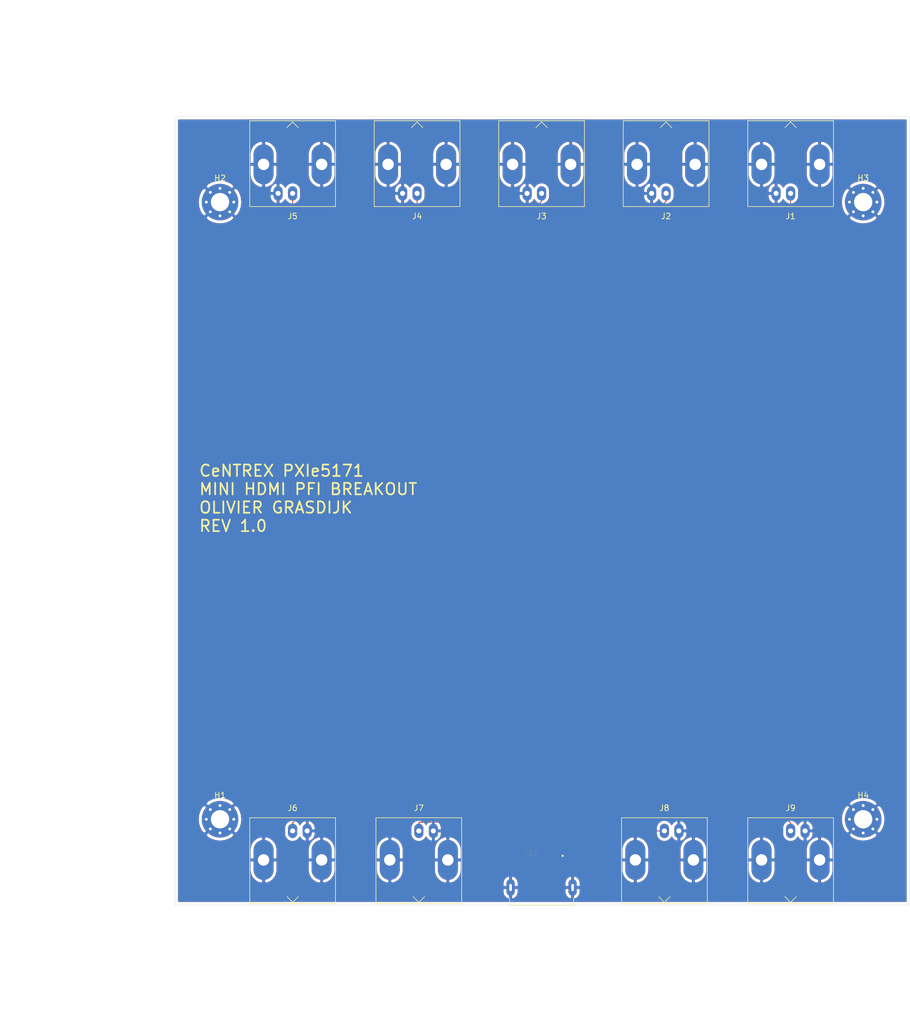
<source format=kicad_pcb>
(kicad_pcb (version 20171130) (host pcbnew "(5.1.5)-3")

  (general
    (thickness 1.6)
    (drawings 14)
    (tracks 60)
    (zones 0)
    (modules 14)
    (nets 13)
  )

  (page A4)
  (layers
    (0 F.Cu signal)
    (31 B.Cu signal)
    (32 B.Adhes user)
    (33 F.Adhes user)
    (34 B.Paste user)
    (35 F.Paste user)
    (36 B.SilkS user)
    (37 F.SilkS user)
    (38 B.Mask user)
    (39 F.Mask user)
    (40 Dwgs.User user)
    (41 Cmts.User user)
    (42 Eco1.User user)
    (43 Eco2.User user)
    (44 Edge.Cuts user)
    (45 Margin user)
    (46 B.CrtYd user hide)
    (47 F.CrtYd user)
    (48 B.Fab user)
    (49 F.Fab user hide)
  )

  (setup
    (last_trace_width 0.25)
    (trace_clearance 0.2)
    (zone_clearance 0.508)
    (zone_45_only no)
    (trace_min 0.2)
    (via_size 0.8)
    (via_drill 0.4)
    (via_min_size 0.4)
    (via_min_drill 0.3)
    (uvia_size 0.3)
    (uvia_drill 0.1)
    (uvias_allowed no)
    (uvia_min_size 0.2)
    (uvia_min_drill 0.1)
    (edge_width 0.05)
    (segment_width 0.2)
    (pcb_text_width 0.3)
    (pcb_text_size 1.5 1.5)
    (mod_edge_width 0.12)
    (mod_text_size 1 1)
    (mod_text_width 0.15)
    (pad_size 1.524 1.524)
    (pad_drill 0.762)
    (pad_to_mask_clearance 0.051)
    (solder_mask_min_width 0.25)
    (aux_axis_origin 0 0)
    (visible_elements 7FFFFFFF)
    (pcbplotparams
      (layerselection 0x010fc_ffffffff)
      (usegerberextensions false)
      (usegerberattributes false)
      (usegerberadvancedattributes false)
      (creategerberjobfile false)
      (excludeedgelayer true)
      (linewidth 0.100000)
      (plotframeref false)
      (viasonmask false)
      (mode 1)
      (useauxorigin false)
      (hpglpennumber 1)
      (hpglpenspeed 20)
      (hpglpendiameter 15.000000)
      (psnegative false)
      (psa4output false)
      (plotreference true)
      (plotvalue true)
      (plotinvisibletext false)
      (padsonsilk false)
      (subtractmaskfromsilk false)
      (outputformat 1)
      (mirror false)
      (drillshape 0)
      (scaleselection 1)
      (outputdirectory "gerber/"))
  )

  (net 0 "")
  (net 1 GND)
  (net 2 PFI0)
  (net 3 PFI1)
  (net 4 PFI2)
  (net 5 PFI3)
  (net 6 PFI4)
  (net 7 PFI5)
  (net 8 PFI6)
  (net 9 CLC_IN)
  (net 10 CLC_OUT)
  (net 11 "Net-(J10-Pad18)")
  (net 12 "Net-(J10-Pad17)")

  (net_class Default "This is the default net class."
    (clearance 0.2)
    (trace_width 0.25)
    (via_dia 0.8)
    (via_drill 0.4)
    (uvia_dia 0.3)
    (uvia_drill 0.1)
    (add_net CLC_IN)
    (add_net CLC_OUT)
    (add_net GND)
    (add_net "Net-(J10-Pad17)")
    (add_net "Net-(J10-Pad18)")
    (add_net PFI0)
    (add_net PFI1)
    (add_net PFI2)
    (add_net PFI3)
    (add_net PFI4)
    (add_net PFI5)
    (add_net PFI6)
  )

  (module MountingHole:MountingHole_3.2mm_M3_Pad_Via (layer F.Cu) (tedit 56DDBCCA) (tstamp 5EEB203D)
    (at 160.782 41.402)
    (descr "Mounting Hole 3.2mm, M3")
    (tags "mounting hole 3.2mm m3")
    (path /5E85724D)
    (attr virtual)
    (fp_text reference H3 (at 0 -4.2) (layer F.SilkS)
      (effects (font (size 1 1) (thickness 0.15)))
    )
    (fp_text value MountingHole_Pad (at 0 4.2) (layer F.Fab)
      (effects (font (size 1 1) (thickness 0.15)))
    )
    (fp_circle (center 0 0) (end 3.45 0) (layer F.CrtYd) (width 0.05))
    (fp_circle (center 0 0) (end 3.2 0) (layer Cmts.User) (width 0.15))
    (fp_text user %R (at 0.3 0) (layer F.Fab)
      (effects (font (size 1 1) (thickness 0.15)))
    )
    (pad 1 thru_hole circle (at 1.697056 -1.697056) (size 0.8 0.8) (drill 0.5) (layers *.Cu *.Mask)
      (net 1 GND))
    (pad 1 thru_hole circle (at 0 -2.4) (size 0.8 0.8) (drill 0.5) (layers *.Cu *.Mask)
      (net 1 GND))
    (pad 1 thru_hole circle (at -1.697056 -1.697056) (size 0.8 0.8) (drill 0.5) (layers *.Cu *.Mask)
      (net 1 GND))
    (pad 1 thru_hole circle (at -2.4 0) (size 0.8 0.8) (drill 0.5) (layers *.Cu *.Mask)
      (net 1 GND))
    (pad 1 thru_hole circle (at -1.697056 1.697056) (size 0.8 0.8) (drill 0.5) (layers *.Cu *.Mask)
      (net 1 GND))
    (pad 1 thru_hole circle (at 0 2.4) (size 0.8 0.8) (drill 0.5) (layers *.Cu *.Mask)
      (net 1 GND))
    (pad 1 thru_hole circle (at 1.697056 1.697056) (size 0.8 0.8) (drill 0.5) (layers *.Cu *.Mask)
      (net 1 GND))
    (pad 1 thru_hole circle (at 2.4 0) (size 0.8 0.8) (drill 0.5) (layers *.Cu *.Mask)
      (net 1 GND))
    (pad 1 thru_hole circle (at 0 0) (size 6.4 6.4) (drill 3.2) (layers *.Cu *.Mask)
      (net 1 GND))
  )

  (module parts:TE_2013978-1 (layer F.Cu) (tedit 5F6FD714) (tstamp 5F6FE04E)
    (at 104.521 161.29)
    (path /5F70FBE2)
    (fp_text reference J10 (at -1.81995 -6.09601) (layer F.SilkS)
      (effects (font (size 1.001591 1.001591) (thickness 0.015)))
    )
    (fp_text value 2013978-1 (at 2.62762 4.554365) (layer F.Fab)
      (effects (font (size 1.001 1.001) (thickness 0.015)))
    )
    (fp_line (start -7.25 3.35) (end -7.25 -5.35) (layer F.CrtYd) (width 0.05))
    (fp_line (start 7.25 3.35) (end -7.25 3.35) (layer F.CrtYd) (width 0.05))
    (fp_line (start 7.25 -5.35) (end 7.25 3.35) (layer F.CrtYd) (width 0.05))
    (fp_line (start -7.25 -5.35) (end 7.25 -5.35) (layer F.CrtYd) (width 0.05))
    (fp_circle (center 3.685 -5.55) (end 3.785 -5.55) (layer F.Fab) (width 0.2))
    (fp_circle (center 3.685 -5.55) (end 3.785 -5.55) (layer F.SilkS) (width 0.2))
    (fp_line (start 5.6 3.1) (end 5.6 1.84) (layer F.SilkS) (width 0.127))
    (fp_line (start -5.6 3.1) (end -5.6 1.84) (layer F.SilkS) (width 0.127))
    (fp_line (start 5.6 3.1) (end -5.6 3.1) (layer F.SilkS) (width 0.127))
    (fp_line (start -5.6 3.1) (end -5.6 -4.6) (layer F.Fab) (width 0.127))
    (fp_line (start 5.6 3.1) (end -5.6 3.1) (layer F.Fab) (width 0.127))
    (fp_line (start 5.6 -4.6) (end 5.6 3.1) (layer F.Fab) (width 0.127))
    (fp_line (start -5.6 -4.6) (end 5.6 -4.6) (layer F.Fab) (width 0.127))
    (pad S2 smd rect (at 5.95 -3.95) (size 2.1 2.3) (layers F.Cu F.Paste F.Mask)
      (net 1 GND))
    (pad S1 smd rect (at -5.95 -3.95) (size 2.1 2.3) (layers F.Cu F.Paste F.Mask)
      (net 1 GND))
    (pad 19 smd rect (at -3.515 -4.375) (size 0.22 1.25) (layers F.Cu F.Paste F.Mask)
      (net 1 GND))
    (pad 18 smd rect (at -3.115 -4.375) (size 0.22 1.25) (layers F.Cu F.Paste F.Mask)
      (net 11 "Net-(J10-Pad18)"))
    (pad 17 smd rect (at -2.715 -4.375) (size 0.22 1.25) (layers F.Cu F.Paste F.Mask)
      (net 12 "Net-(J10-Pad17)"))
    (pad 16 smd rect (at -2.315 -4.375) (size 0.22 1.25) (layers F.Cu F.Paste F.Mask)
      (net 8 PFI6))
    (pad 15 smd rect (at -1.915 -4.375) (size 0.22 1.25) (layers F.Cu F.Paste F.Mask)
      (net 7 PFI5))
    (pad 14 smd rect (at -1.515 -4.375) (size 0.22 1.25) (layers F.Cu F.Paste F.Mask)
      (net 6 PFI4))
    (pad 13 smd rect (at -1.115 -4.375) (size 0.22 1.25) (layers F.Cu F.Paste F.Mask)
      (net 1 GND))
    (pad 12 smd rect (at -0.715 -4.375) (size 0.22 1.25) (layers F.Cu F.Paste F.Mask)
      (net 5 PFI3))
    (pad 11 smd rect (at -0.315 -4.375) (size 0.22 1.25) (layers F.Cu F.Paste F.Mask)
      (net 4 PFI2))
    (pad 10 smd rect (at 0.085 -4.375) (size 0.22 1.25) (layers F.Cu F.Paste F.Mask)
      (net 1 GND))
    (pad 9 smd rect (at 0.485 -4.375) (size 0.22 1.25) (layers F.Cu F.Paste F.Mask)
      (net 3 PFI1))
    (pad 8 smd rect (at 0.885 -4.375) (size 0.22 1.25) (layers F.Cu F.Paste F.Mask)
      (net 2 PFI0))
    (pad 7 smd rect (at 1.285 -4.375) (size 0.22 1.25) (layers F.Cu F.Paste F.Mask)
      (net 1 GND))
    (pad 6 smd rect (at 1.685 -4.375) (size 0.22 1.25) (layers F.Cu F.Paste F.Mask)
      (net 1 GND))
    (pad 5 smd rect (at 2.085 -4.375) (size 0.22 1.25) (layers F.Cu F.Paste F.Mask)
      (net 10 CLC_OUT))
    (pad 4 smd rect (at 2.485 -4.375) (size 0.22 1.25) (layers F.Cu F.Paste F.Mask)
      (net 1 GND))
    (pad 3 smd rect (at 2.885 -4.375) (size 0.22 1.25) (layers F.Cu F.Paste F.Mask)
      (net 1 GND))
    (pad 2 smd rect (at 3.285 -4.375) (size 0.22 1.25) (layers F.Cu F.Paste F.Mask)
      (net 9 CLC_IN))
    (pad 1 smd rect (at 3.685 -4.375) (size 0.22 1.25) (layers F.Cu F.Paste F.Mask)
      (net 1 GND))
    (pad S4 thru_hole oval (at 5.425 0) (size 1.45 2.9) (drill oval 0.45 1.275657) (layers *.Cu *.Mask)
      (net 1 GND))
    (pad S3 thru_hole oval (at -5.425 0) (size 1.45 2.9) (drill oval 0.45 1.275657) (layers *.Cu *.Mask)
      (net 1 GND))
  )

  (module Connector_Coaxial:BNC_Amphenol_B6252HB-NPP3G-50_Horizontal (layer F.Cu) (tedit 5C13907B) (tstamp 5F6FE026)
    (at 148.082 151.384 180)
    (descr http://www.farnell.com/datasheets/612848.pdf)
    (tags "BNC Amphenol Horizontal")
    (path /5F70DD54)
    (fp_text reference J9 (at 0 4) (layer F.SilkS)
      (effects (font (size 1 1) (thickness 0.15)))
    )
    (fp_text value Conn_Coaxial (at 0 6 180) (layer F.Fab)
      (effects (font (size 1 1) (thickness 0.15)))
    )
    (fp_line (start 0 -12.5) (end 1 -11.5) (layer F.SilkS) (width 0.12))
    (fp_line (start 0 -12.5) (end -1 -11.5) (layer F.SilkS) (width 0.12))
    (fp_line (start 7.85 2.7) (end 7.85 -33.8) (layer F.CrtYd) (width 0.05))
    (fp_line (start 7.85 -33.8) (end -7.85 -33.8) (layer F.CrtYd) (width 0.05))
    (fp_line (start -7.85 2.7) (end -7.85 -33.8) (layer F.CrtYd) (width 0.05))
    (fp_line (start -7.85 2.7) (end 7.85 2.7) (layer F.CrtYd) (width 0.05))
    (fp_line (start -7.5 2.3) (end -7.5 -12.7) (layer F.SilkS) (width 0.12))
    (fp_line (start 7.5 2.3) (end -7.5 2.3) (layer F.SilkS) (width 0.12))
    (fp_line (start 7.5 -12.7) (end 7.5 2.3) (layer F.SilkS) (width 0.12))
    (fp_line (start -7.5 -12.7) (end 7.5 -12.7) (layer F.SilkS) (width 0.12))
    (fp_line (start -5 -14) (end 5 -15) (layer F.Fab) (width 0.1))
    (fp_text user %R (at 0 0) (layer F.Fab)
      (effects (font (size 1 1) (thickness 0.15)))
    )
    (fp_line (start -7.35 -12.7) (end -7.35 2.2) (layer F.Fab) (width 0.1))
    (fp_line (start 7.35 -12.7) (end -7.35 -12.7) (layer F.Fab) (width 0.1))
    (fp_line (start 7.35 2.2) (end 7.35 -12.7) (layer F.Fab) (width 0.1))
    (fp_line (start -7.35 2.2) (end 7.35 2.2) (layer F.Fab) (width 0.1))
    (fp_line (start -6.35 -21.4) (end -6.35 -12.7) (layer F.Fab) (width 0.1))
    (fp_line (start 6.35 -21.4) (end -6.35 -21.4) (layer F.Fab) (width 0.1))
    (fp_line (start 6.35 -12.7) (end 6.35 -21.4) (layer F.Fab) (width 0.1))
    (fp_line (start -4.8 -33.3) (end -4.8 -21.4) (layer F.Fab) (width 0.1))
    (fp_line (start 4.8 -33.3) (end -4.8 -33.3) (layer F.Fab) (width 0.1))
    (fp_line (start 4.8 -21.4) (end 4.8 -33.3) (layer F.Fab) (width 0.1))
    (fp_circle (center 0 -28.07) (end 1 -28.07) (layer F.Fab) (width 0.1))
    (fp_line (start -5 -15) (end 5 -16) (layer F.Fab) (width 0.1))
    (fp_line (start -5 -16) (end 5 -17) (layer F.Fab) (width 0.1))
    (fp_line (start -5 -17) (end 5 -18) (layer F.Fab) (width 0.1))
    (fp_line (start -5 -18) (end 5 -19) (layer F.Fab) (width 0.1))
    (fp_line (start -5 -19) (end 5 -20) (layer F.Fab) (width 0.1))
    (fp_line (start -5 -20) (end 5 -21) (layer F.Fab) (width 0.1))
    (pad 2 thru_hole oval (at -2.54 0 180) (size 1.6 2.5) (drill 0.89) (layers *.Cu *.Mask)
      (net 1 GND))
    (pad 1 thru_hole oval (at 0 0 180) (size 1.6 2.5) (drill 0.89) (layers *.Cu *.Mask)
      (net 10 CLC_OUT))
    (pad 2 thru_hole oval (at 5.08 -5.08 180) (size 3.5 7) (drill 2.01) (layers *.Cu *.Mask)
      (net 1 GND))
    (pad 2 thru_hole oval (at -5.08 -5.08 180) (size 3.5 7) (drill 2.01) (layers *.Cu *.Mask)
      (net 1 GND))
    (model ${KISYS3DMOD}/Connector_Coaxial.3dshapes/BNC_Amphenol_B6252HB-NPP3G-50_Horizontal.wrl
      (at (xyz 0 0 0))
      (scale (xyz 1 1 1))
      (rotate (xyz 0 0 0))
    )
  )

  (module Connector_Coaxial:BNC_Amphenol_B6252HB-NPP3G-50_Horizontal (layer F.Cu) (tedit 5C13907B) (tstamp 5F6FE001)
    (at 126.0015 151.384 180)
    (descr http://www.farnell.com/datasheets/612848.pdf)
    (tags "BNC Amphenol Horizontal")
    (path /5F70CFAC)
    (fp_text reference J8 (at 0 4) (layer F.SilkS)
      (effects (font (size 1 1) (thickness 0.15)))
    )
    (fp_text value Conn_Coaxial (at 0 6 180) (layer F.Fab)
      (effects (font (size 1 1) (thickness 0.15)))
    )
    (fp_line (start 0 -12.5) (end 1 -11.5) (layer F.SilkS) (width 0.12))
    (fp_line (start 0 -12.5) (end -1 -11.5) (layer F.SilkS) (width 0.12))
    (fp_line (start 7.85 2.7) (end 7.85 -33.8) (layer F.CrtYd) (width 0.05))
    (fp_line (start 7.85 -33.8) (end -7.85 -33.8) (layer F.CrtYd) (width 0.05))
    (fp_line (start -7.85 2.7) (end -7.85 -33.8) (layer F.CrtYd) (width 0.05))
    (fp_line (start -7.85 2.7) (end 7.85 2.7) (layer F.CrtYd) (width 0.05))
    (fp_line (start -7.5 2.3) (end -7.5 -12.7) (layer F.SilkS) (width 0.12))
    (fp_line (start 7.5 2.3) (end -7.5 2.3) (layer F.SilkS) (width 0.12))
    (fp_line (start 7.5 -12.7) (end 7.5 2.3) (layer F.SilkS) (width 0.12))
    (fp_line (start -7.5 -12.7) (end 7.5 -12.7) (layer F.SilkS) (width 0.12))
    (fp_line (start -5 -14) (end 5 -15) (layer F.Fab) (width 0.1))
    (fp_text user %R (at 0 0) (layer F.Fab)
      (effects (font (size 1 1) (thickness 0.15)))
    )
    (fp_line (start -7.35 -12.7) (end -7.35 2.2) (layer F.Fab) (width 0.1))
    (fp_line (start 7.35 -12.7) (end -7.35 -12.7) (layer F.Fab) (width 0.1))
    (fp_line (start 7.35 2.2) (end 7.35 -12.7) (layer F.Fab) (width 0.1))
    (fp_line (start -7.35 2.2) (end 7.35 2.2) (layer F.Fab) (width 0.1))
    (fp_line (start -6.35 -21.4) (end -6.35 -12.7) (layer F.Fab) (width 0.1))
    (fp_line (start 6.35 -21.4) (end -6.35 -21.4) (layer F.Fab) (width 0.1))
    (fp_line (start 6.35 -12.7) (end 6.35 -21.4) (layer F.Fab) (width 0.1))
    (fp_line (start -4.8 -33.3) (end -4.8 -21.4) (layer F.Fab) (width 0.1))
    (fp_line (start 4.8 -33.3) (end -4.8 -33.3) (layer F.Fab) (width 0.1))
    (fp_line (start 4.8 -21.4) (end 4.8 -33.3) (layer F.Fab) (width 0.1))
    (fp_circle (center 0 -28.07) (end 1 -28.07) (layer F.Fab) (width 0.1))
    (fp_line (start -5 -15) (end 5 -16) (layer F.Fab) (width 0.1))
    (fp_line (start -5 -16) (end 5 -17) (layer F.Fab) (width 0.1))
    (fp_line (start -5 -17) (end 5 -18) (layer F.Fab) (width 0.1))
    (fp_line (start -5 -18) (end 5 -19) (layer F.Fab) (width 0.1))
    (fp_line (start -5 -19) (end 5 -20) (layer F.Fab) (width 0.1))
    (fp_line (start -5 -20) (end 5 -21) (layer F.Fab) (width 0.1))
    (pad 2 thru_hole oval (at -2.54 0 180) (size 1.6 2.5) (drill 0.89) (layers *.Cu *.Mask)
      (net 1 GND))
    (pad 1 thru_hole oval (at 0 0 180) (size 1.6 2.5) (drill 0.89) (layers *.Cu *.Mask)
      (net 9 CLC_IN))
    (pad 2 thru_hole oval (at 5.08 -5.08 180) (size 3.5 7) (drill 2.01) (layers *.Cu *.Mask)
      (net 1 GND))
    (pad 2 thru_hole oval (at -5.08 -5.08 180) (size 3.5 7) (drill 2.01) (layers *.Cu *.Mask)
      (net 1 GND))
    (model ${KISYS3DMOD}/Connector_Coaxial.3dshapes/BNC_Amphenol_B6252HB-NPP3G-50_Horizontal.wrl
      (at (xyz 0 0 0))
      (scale (xyz 1 1 1))
      (rotate (xyz 0 0 0))
    )
  )

  (module Connector_Coaxial:BNC_Amphenol_B6252HB-NPP3G-50_Horizontal (layer F.Cu) (tedit 5C13907B) (tstamp 5F6FDFDC)
    (at 83.0405 151.384 180)
    (descr http://www.farnell.com/datasheets/612848.pdf)
    (tags "BNC Amphenol Horizontal")
    (path /5F70CF9F)
    (fp_text reference J7 (at 0 4) (layer F.SilkS)
      (effects (font (size 1 1) (thickness 0.15)))
    )
    (fp_text value Conn_Coaxial (at 0 6 180) (layer F.Fab)
      (effects (font (size 1 1) (thickness 0.15)))
    )
    (fp_line (start 0 -12.5) (end 1 -11.5) (layer F.SilkS) (width 0.12))
    (fp_line (start 0 -12.5) (end -1 -11.5) (layer F.SilkS) (width 0.12))
    (fp_line (start 7.85 2.7) (end 7.85 -33.8) (layer F.CrtYd) (width 0.05))
    (fp_line (start 7.85 -33.8) (end -7.85 -33.8) (layer F.CrtYd) (width 0.05))
    (fp_line (start -7.85 2.7) (end -7.85 -33.8) (layer F.CrtYd) (width 0.05))
    (fp_line (start -7.85 2.7) (end 7.85 2.7) (layer F.CrtYd) (width 0.05))
    (fp_line (start -7.5 2.3) (end -7.5 -12.7) (layer F.SilkS) (width 0.12))
    (fp_line (start 7.5 2.3) (end -7.5 2.3) (layer F.SilkS) (width 0.12))
    (fp_line (start 7.5 -12.7) (end 7.5 2.3) (layer F.SilkS) (width 0.12))
    (fp_line (start -7.5 -12.7) (end 7.5 -12.7) (layer F.SilkS) (width 0.12))
    (fp_line (start -5 -14) (end 5 -15) (layer F.Fab) (width 0.1))
    (fp_text user %R (at 0 0) (layer F.Fab)
      (effects (font (size 1 1) (thickness 0.15)))
    )
    (fp_line (start -7.35 -12.7) (end -7.35 2.2) (layer F.Fab) (width 0.1))
    (fp_line (start 7.35 -12.7) (end -7.35 -12.7) (layer F.Fab) (width 0.1))
    (fp_line (start 7.35 2.2) (end 7.35 -12.7) (layer F.Fab) (width 0.1))
    (fp_line (start -7.35 2.2) (end 7.35 2.2) (layer F.Fab) (width 0.1))
    (fp_line (start -6.35 -21.4) (end -6.35 -12.7) (layer F.Fab) (width 0.1))
    (fp_line (start 6.35 -21.4) (end -6.35 -21.4) (layer F.Fab) (width 0.1))
    (fp_line (start 6.35 -12.7) (end 6.35 -21.4) (layer F.Fab) (width 0.1))
    (fp_line (start -4.8 -33.3) (end -4.8 -21.4) (layer F.Fab) (width 0.1))
    (fp_line (start 4.8 -33.3) (end -4.8 -33.3) (layer F.Fab) (width 0.1))
    (fp_line (start 4.8 -21.4) (end 4.8 -33.3) (layer F.Fab) (width 0.1))
    (fp_circle (center 0 -28.07) (end 1 -28.07) (layer F.Fab) (width 0.1))
    (fp_line (start -5 -15) (end 5 -16) (layer F.Fab) (width 0.1))
    (fp_line (start -5 -16) (end 5 -17) (layer F.Fab) (width 0.1))
    (fp_line (start -5 -17) (end 5 -18) (layer F.Fab) (width 0.1))
    (fp_line (start -5 -18) (end 5 -19) (layer F.Fab) (width 0.1))
    (fp_line (start -5 -19) (end 5 -20) (layer F.Fab) (width 0.1))
    (fp_line (start -5 -20) (end 5 -21) (layer F.Fab) (width 0.1))
    (pad 2 thru_hole oval (at -2.54 0 180) (size 1.6 2.5) (drill 0.89) (layers *.Cu *.Mask)
      (net 1 GND))
    (pad 1 thru_hole oval (at 0 0 180) (size 1.6 2.5) (drill 0.89) (layers *.Cu *.Mask)
      (net 8 PFI6))
    (pad 2 thru_hole oval (at 5.08 -5.08 180) (size 3.5 7) (drill 2.01) (layers *.Cu *.Mask)
      (net 1 GND))
    (pad 2 thru_hole oval (at -5.08 -5.08 180) (size 3.5 7) (drill 2.01) (layers *.Cu *.Mask)
      (net 1 GND))
    (model ${KISYS3DMOD}/Connector_Coaxial.3dshapes/BNC_Amphenol_B6252HB-NPP3G-50_Horizontal.wrl
      (at (xyz 0 0 0))
      (scale (xyz 1 1 1))
      (rotate (xyz 0 0 0))
    )
  )

  (module Connector_Coaxial:BNC_Amphenol_B6252HB-NPP3G-50_Horizontal (layer F.Cu) (tedit 5C13907B) (tstamp 5F6FF631)
    (at 60.96 151.384 180)
    (descr http://www.farnell.com/datasheets/612848.pdf)
    (tags "BNC Amphenol Horizontal")
    (path /5F70CF92)
    (fp_text reference J6 (at 0 4) (layer F.SilkS)
      (effects (font (size 1 1) (thickness 0.15)))
    )
    (fp_text value Conn_Coaxial (at 0 6 180) (layer F.Fab)
      (effects (font (size 1 1) (thickness 0.15)))
    )
    (fp_line (start 0 -12.5) (end 1 -11.5) (layer F.SilkS) (width 0.12))
    (fp_line (start 0 -12.5) (end -1 -11.5) (layer F.SilkS) (width 0.12))
    (fp_line (start 7.85 2.7) (end 7.85 -33.8) (layer F.CrtYd) (width 0.05))
    (fp_line (start 7.85 -33.8) (end -7.85 -33.8) (layer F.CrtYd) (width 0.05))
    (fp_line (start -7.85 2.7) (end -7.85 -33.8) (layer F.CrtYd) (width 0.05))
    (fp_line (start -7.85 2.7) (end 7.85 2.7) (layer F.CrtYd) (width 0.05))
    (fp_line (start -7.5 2.3) (end -7.5 -12.7) (layer F.SilkS) (width 0.12))
    (fp_line (start 7.5 2.3) (end -7.5 2.3) (layer F.SilkS) (width 0.12))
    (fp_line (start 7.5 -12.7) (end 7.5 2.3) (layer F.SilkS) (width 0.12))
    (fp_line (start -7.5 -12.7) (end 7.5 -12.7) (layer F.SilkS) (width 0.12))
    (fp_line (start -5 -14) (end 5 -15) (layer F.Fab) (width 0.1))
    (fp_text user %R (at 0 0) (layer F.Fab)
      (effects (font (size 1 1) (thickness 0.15)))
    )
    (fp_line (start -7.35 -12.7) (end -7.35 2.2) (layer F.Fab) (width 0.1))
    (fp_line (start 7.35 -12.7) (end -7.35 -12.7) (layer F.Fab) (width 0.1))
    (fp_line (start 7.35 2.2) (end 7.35 -12.7) (layer F.Fab) (width 0.1))
    (fp_line (start -7.35 2.2) (end 7.35 2.2) (layer F.Fab) (width 0.1))
    (fp_line (start -6.35 -21.4) (end -6.35 -12.7) (layer F.Fab) (width 0.1))
    (fp_line (start 6.35 -21.4) (end -6.35 -21.4) (layer F.Fab) (width 0.1))
    (fp_line (start 6.35 -12.7) (end 6.35 -21.4) (layer F.Fab) (width 0.1))
    (fp_line (start -4.8 -33.3) (end -4.8 -21.4) (layer F.Fab) (width 0.1))
    (fp_line (start 4.8 -33.3) (end -4.8 -33.3) (layer F.Fab) (width 0.1))
    (fp_line (start 4.8 -21.4) (end 4.8 -33.3) (layer F.Fab) (width 0.1))
    (fp_circle (center 0 -28.07) (end 1 -28.07) (layer F.Fab) (width 0.1))
    (fp_line (start -5 -15) (end 5 -16) (layer F.Fab) (width 0.1))
    (fp_line (start -5 -16) (end 5 -17) (layer F.Fab) (width 0.1))
    (fp_line (start -5 -17) (end 5 -18) (layer F.Fab) (width 0.1))
    (fp_line (start -5 -18) (end 5 -19) (layer F.Fab) (width 0.1))
    (fp_line (start -5 -19) (end 5 -20) (layer F.Fab) (width 0.1))
    (fp_line (start -5 -20) (end 5 -21) (layer F.Fab) (width 0.1))
    (pad 2 thru_hole oval (at -2.54 0 180) (size 1.6 2.5) (drill 0.89) (layers *.Cu *.Mask)
      (net 1 GND))
    (pad 1 thru_hole oval (at 0 0 180) (size 1.6 2.5) (drill 0.89) (layers *.Cu *.Mask)
      (net 7 PFI5))
    (pad 2 thru_hole oval (at 5.08 -5.08 180) (size 3.5 7) (drill 2.01) (layers *.Cu *.Mask)
      (net 1 GND))
    (pad 2 thru_hole oval (at -5.08 -5.08 180) (size 3.5 7) (drill 2.01) (layers *.Cu *.Mask)
      (net 1 GND))
    (model ${KISYS3DMOD}/Connector_Coaxial.3dshapes/BNC_Amphenol_B6252HB-NPP3G-50_Horizontal.wrl
      (at (xyz 0 0 0))
      (scale (xyz 1 1 1))
      (rotate (xyz 0 0 0))
    )
  )

  (module Connector_Coaxial:BNC_Amphenol_B6252HB-NPP3G-50_Horizontal (layer F.Cu) (tedit 5C13907B) (tstamp 5F6FDF92)
    (at 60.96 39.878)
    (descr http://www.farnell.com/datasheets/612848.pdf)
    (tags "BNC Amphenol Horizontal")
    (path /5F70CF85)
    (fp_text reference J5 (at 0 4) (layer F.SilkS)
      (effects (font (size 1 1) (thickness 0.15)))
    )
    (fp_text value Conn_Coaxial (at 0 6 180) (layer F.Fab)
      (effects (font (size 1 1) (thickness 0.15)))
    )
    (fp_line (start 0 -12.5) (end 1 -11.5) (layer F.SilkS) (width 0.12))
    (fp_line (start 0 -12.5) (end -1 -11.5) (layer F.SilkS) (width 0.12))
    (fp_line (start 7.85 2.7) (end 7.85 -33.8) (layer F.CrtYd) (width 0.05))
    (fp_line (start 7.85 -33.8) (end -7.85 -33.8) (layer F.CrtYd) (width 0.05))
    (fp_line (start -7.85 2.7) (end -7.85 -33.8) (layer F.CrtYd) (width 0.05))
    (fp_line (start -7.85 2.7) (end 7.85 2.7) (layer F.CrtYd) (width 0.05))
    (fp_line (start -7.5 2.3) (end -7.5 -12.7) (layer F.SilkS) (width 0.12))
    (fp_line (start 7.5 2.3) (end -7.5 2.3) (layer F.SilkS) (width 0.12))
    (fp_line (start 7.5 -12.7) (end 7.5 2.3) (layer F.SilkS) (width 0.12))
    (fp_line (start -7.5 -12.7) (end 7.5 -12.7) (layer F.SilkS) (width 0.12))
    (fp_line (start -5 -14) (end 5 -15) (layer F.Fab) (width 0.1))
    (fp_text user %R (at 0 0) (layer F.Fab)
      (effects (font (size 1 1) (thickness 0.15)))
    )
    (fp_line (start -7.35 -12.7) (end -7.35 2.2) (layer F.Fab) (width 0.1))
    (fp_line (start 7.35 -12.7) (end -7.35 -12.7) (layer F.Fab) (width 0.1))
    (fp_line (start 7.35 2.2) (end 7.35 -12.7) (layer F.Fab) (width 0.1))
    (fp_line (start -7.35 2.2) (end 7.35 2.2) (layer F.Fab) (width 0.1))
    (fp_line (start -6.35 -21.4) (end -6.35 -12.7) (layer F.Fab) (width 0.1))
    (fp_line (start 6.35 -21.4) (end -6.35 -21.4) (layer F.Fab) (width 0.1))
    (fp_line (start 6.35 -12.7) (end 6.35 -21.4) (layer F.Fab) (width 0.1))
    (fp_line (start -4.8 -33.3) (end -4.8 -21.4) (layer F.Fab) (width 0.1))
    (fp_line (start 4.8 -33.3) (end -4.8 -33.3) (layer F.Fab) (width 0.1))
    (fp_line (start 4.8 -21.4) (end 4.8 -33.3) (layer F.Fab) (width 0.1))
    (fp_circle (center 0 -28.07) (end 1 -28.07) (layer F.Fab) (width 0.1))
    (fp_line (start -5 -15) (end 5 -16) (layer F.Fab) (width 0.1))
    (fp_line (start -5 -16) (end 5 -17) (layer F.Fab) (width 0.1))
    (fp_line (start -5 -17) (end 5 -18) (layer F.Fab) (width 0.1))
    (fp_line (start -5 -18) (end 5 -19) (layer F.Fab) (width 0.1))
    (fp_line (start -5 -19) (end 5 -20) (layer F.Fab) (width 0.1))
    (fp_line (start -5 -20) (end 5 -21) (layer F.Fab) (width 0.1))
    (pad 2 thru_hole oval (at -2.54 0) (size 1.6 2.5) (drill 0.89) (layers *.Cu *.Mask)
      (net 1 GND))
    (pad 1 thru_hole oval (at 0 0) (size 1.6 2.5) (drill 0.89) (layers *.Cu *.Mask)
      (net 6 PFI4))
    (pad 2 thru_hole oval (at 5.08 -5.08) (size 3.5 7) (drill 2.01) (layers *.Cu *.Mask)
      (net 1 GND))
    (pad 2 thru_hole oval (at -5.08 -5.08) (size 3.5 7) (drill 2.01) (layers *.Cu *.Mask)
      (net 1 GND))
    (model ${KISYS3DMOD}/Connector_Coaxial.3dshapes/BNC_Amphenol_B6252HB-NPP3G-50_Horizontal.wrl
      (at (xyz 0 0 0))
      (scale (xyz 1 1 1))
      (rotate (xyz 0 0 0))
    )
  )

  (module Connector_Coaxial:BNC_Amphenol_B6252HB-NPP3G-50_Horizontal (layer F.Cu) (tedit 5C13907B) (tstamp 5F6FDF6D)
    (at 82.7405 39.878)
    (descr http://www.farnell.com/datasheets/612848.pdf)
    (tags "BNC Amphenol Horizontal")
    (path /5F7078DA)
    (fp_text reference J4 (at 0 4) (layer F.SilkS)
      (effects (font (size 1 1) (thickness 0.15)))
    )
    (fp_text value Conn_Coaxial (at 0 6 180) (layer F.Fab)
      (effects (font (size 1 1) (thickness 0.15)))
    )
    (fp_line (start 0 -12.5) (end 1 -11.5) (layer F.SilkS) (width 0.12))
    (fp_line (start 0 -12.5) (end -1 -11.5) (layer F.SilkS) (width 0.12))
    (fp_line (start 7.85 2.7) (end 7.85 -33.8) (layer F.CrtYd) (width 0.05))
    (fp_line (start 7.85 -33.8) (end -7.85 -33.8) (layer F.CrtYd) (width 0.05))
    (fp_line (start -7.85 2.7) (end -7.85 -33.8) (layer F.CrtYd) (width 0.05))
    (fp_line (start -7.85 2.7) (end 7.85 2.7) (layer F.CrtYd) (width 0.05))
    (fp_line (start -7.5 2.3) (end -7.5 -12.7) (layer F.SilkS) (width 0.12))
    (fp_line (start 7.5 2.3) (end -7.5 2.3) (layer F.SilkS) (width 0.12))
    (fp_line (start 7.5 -12.7) (end 7.5 2.3) (layer F.SilkS) (width 0.12))
    (fp_line (start -7.5 -12.7) (end 7.5 -12.7) (layer F.SilkS) (width 0.12))
    (fp_line (start -5 -14) (end 5 -15) (layer F.Fab) (width 0.1))
    (fp_text user %R (at 0 0) (layer F.Fab)
      (effects (font (size 1 1) (thickness 0.15)))
    )
    (fp_line (start -7.35 -12.7) (end -7.35 2.2) (layer F.Fab) (width 0.1))
    (fp_line (start 7.35 -12.7) (end -7.35 -12.7) (layer F.Fab) (width 0.1))
    (fp_line (start 7.35 2.2) (end 7.35 -12.7) (layer F.Fab) (width 0.1))
    (fp_line (start -7.35 2.2) (end 7.35 2.2) (layer F.Fab) (width 0.1))
    (fp_line (start -6.35 -21.4) (end -6.35 -12.7) (layer F.Fab) (width 0.1))
    (fp_line (start 6.35 -21.4) (end -6.35 -21.4) (layer F.Fab) (width 0.1))
    (fp_line (start 6.35 -12.7) (end 6.35 -21.4) (layer F.Fab) (width 0.1))
    (fp_line (start -4.8 -33.3) (end -4.8 -21.4) (layer F.Fab) (width 0.1))
    (fp_line (start 4.8 -33.3) (end -4.8 -33.3) (layer F.Fab) (width 0.1))
    (fp_line (start 4.8 -21.4) (end 4.8 -33.3) (layer F.Fab) (width 0.1))
    (fp_circle (center 0 -28.07) (end 1 -28.07) (layer F.Fab) (width 0.1))
    (fp_line (start -5 -15) (end 5 -16) (layer F.Fab) (width 0.1))
    (fp_line (start -5 -16) (end 5 -17) (layer F.Fab) (width 0.1))
    (fp_line (start -5 -17) (end 5 -18) (layer F.Fab) (width 0.1))
    (fp_line (start -5 -18) (end 5 -19) (layer F.Fab) (width 0.1))
    (fp_line (start -5 -19) (end 5 -20) (layer F.Fab) (width 0.1))
    (fp_line (start -5 -20) (end 5 -21) (layer F.Fab) (width 0.1))
    (pad 2 thru_hole oval (at -2.54 0) (size 1.6 2.5) (drill 0.89) (layers *.Cu *.Mask)
      (net 1 GND))
    (pad 1 thru_hole oval (at 0 0) (size 1.6 2.5) (drill 0.89) (layers *.Cu *.Mask)
      (net 5 PFI3))
    (pad 2 thru_hole oval (at 5.08 -5.08) (size 3.5 7) (drill 2.01) (layers *.Cu *.Mask)
      (net 1 GND))
    (pad 2 thru_hole oval (at -5.08 -5.08) (size 3.5 7) (drill 2.01) (layers *.Cu *.Mask)
      (net 1 GND))
    (model ${KISYS3DMOD}/Connector_Coaxial.3dshapes/BNC_Amphenol_B6252HB-NPP3G-50_Horizontal.wrl
      (at (xyz 0 0 0))
      (scale (xyz 1 1 1))
      (rotate (xyz 0 0 0))
    )
  )

  (module Connector_Coaxial:BNC_Amphenol_B6252HB-NPP3G-50_Horizontal (layer F.Cu) (tedit 5C13907B) (tstamp 5F6FDF48)
    (at 104.521 39.878)
    (descr http://www.farnell.com/datasheets/612848.pdf)
    (tags "BNC Amphenol Horizontal")
    (path /5F7078CD)
    (fp_text reference J3 (at 0 4) (layer F.SilkS)
      (effects (font (size 1 1) (thickness 0.15)))
    )
    (fp_text value Conn_Coaxial (at 0 6 180) (layer F.Fab)
      (effects (font (size 1 1) (thickness 0.15)))
    )
    (fp_line (start 0 -12.5) (end 1 -11.5) (layer F.SilkS) (width 0.12))
    (fp_line (start 0 -12.5) (end -1 -11.5) (layer F.SilkS) (width 0.12))
    (fp_line (start 7.85 2.7) (end 7.85 -33.8) (layer F.CrtYd) (width 0.05))
    (fp_line (start 7.85 -33.8) (end -7.85 -33.8) (layer F.CrtYd) (width 0.05))
    (fp_line (start -7.85 2.7) (end -7.85 -33.8) (layer F.CrtYd) (width 0.05))
    (fp_line (start -7.85 2.7) (end 7.85 2.7) (layer F.CrtYd) (width 0.05))
    (fp_line (start -7.5 2.3) (end -7.5 -12.7) (layer F.SilkS) (width 0.12))
    (fp_line (start 7.5 2.3) (end -7.5 2.3) (layer F.SilkS) (width 0.12))
    (fp_line (start 7.5 -12.7) (end 7.5 2.3) (layer F.SilkS) (width 0.12))
    (fp_line (start -7.5 -12.7) (end 7.5 -12.7) (layer F.SilkS) (width 0.12))
    (fp_line (start -5 -14) (end 5 -15) (layer F.Fab) (width 0.1))
    (fp_text user %R (at 0 0) (layer F.Fab)
      (effects (font (size 1 1) (thickness 0.15)))
    )
    (fp_line (start -7.35 -12.7) (end -7.35 2.2) (layer F.Fab) (width 0.1))
    (fp_line (start 7.35 -12.7) (end -7.35 -12.7) (layer F.Fab) (width 0.1))
    (fp_line (start 7.35 2.2) (end 7.35 -12.7) (layer F.Fab) (width 0.1))
    (fp_line (start -7.35 2.2) (end 7.35 2.2) (layer F.Fab) (width 0.1))
    (fp_line (start -6.35 -21.4) (end -6.35 -12.7) (layer F.Fab) (width 0.1))
    (fp_line (start 6.35 -21.4) (end -6.35 -21.4) (layer F.Fab) (width 0.1))
    (fp_line (start 6.35 -12.7) (end 6.35 -21.4) (layer F.Fab) (width 0.1))
    (fp_line (start -4.8 -33.3) (end -4.8 -21.4) (layer F.Fab) (width 0.1))
    (fp_line (start 4.8 -33.3) (end -4.8 -33.3) (layer F.Fab) (width 0.1))
    (fp_line (start 4.8 -21.4) (end 4.8 -33.3) (layer F.Fab) (width 0.1))
    (fp_circle (center 0 -28.07) (end 1 -28.07) (layer F.Fab) (width 0.1))
    (fp_line (start -5 -15) (end 5 -16) (layer F.Fab) (width 0.1))
    (fp_line (start -5 -16) (end 5 -17) (layer F.Fab) (width 0.1))
    (fp_line (start -5 -17) (end 5 -18) (layer F.Fab) (width 0.1))
    (fp_line (start -5 -18) (end 5 -19) (layer F.Fab) (width 0.1))
    (fp_line (start -5 -19) (end 5 -20) (layer F.Fab) (width 0.1))
    (fp_line (start -5 -20) (end 5 -21) (layer F.Fab) (width 0.1))
    (pad 2 thru_hole oval (at -2.54 0) (size 1.6 2.5) (drill 0.89) (layers *.Cu *.Mask)
      (net 1 GND))
    (pad 1 thru_hole oval (at 0 0) (size 1.6 2.5) (drill 0.89) (layers *.Cu *.Mask)
      (net 4 PFI2))
    (pad 2 thru_hole oval (at 5.08 -5.08) (size 3.5 7) (drill 2.01) (layers *.Cu *.Mask)
      (net 1 GND))
    (pad 2 thru_hole oval (at -5.08 -5.08) (size 3.5 7) (drill 2.01) (layers *.Cu *.Mask)
      (net 1 GND))
    (model ${KISYS3DMOD}/Connector_Coaxial.3dshapes/BNC_Amphenol_B6252HB-NPP3G-50_Horizontal.wrl
      (at (xyz 0 0 0))
      (scale (xyz 1 1 1))
      (rotate (xyz 0 0 0))
    )
  )

  (module Connector_Coaxial:BNC_Amphenol_B6252HB-NPP3G-50_Horizontal (layer F.Cu) (tedit 5C13907B) (tstamp 5F6FDF23)
    (at 126.3015 39.878)
    (descr http://www.farnell.com/datasheets/612848.pdf)
    (tags "BNC Amphenol Horizontal")
    (path /5F7063EC)
    (fp_text reference J2 (at 0 4) (layer F.SilkS)
      (effects (font (size 1 1) (thickness 0.15)))
    )
    (fp_text value Conn_Coaxial (at 0 6 180) (layer F.Fab)
      (effects (font (size 1 1) (thickness 0.15)))
    )
    (fp_line (start 0 -12.5) (end 1 -11.5) (layer F.SilkS) (width 0.12))
    (fp_line (start 0 -12.5) (end -1 -11.5) (layer F.SilkS) (width 0.12))
    (fp_line (start 7.85 2.7) (end 7.85 -33.8) (layer F.CrtYd) (width 0.05))
    (fp_line (start 7.85 -33.8) (end -7.85 -33.8) (layer F.CrtYd) (width 0.05))
    (fp_line (start -7.85 2.7) (end -7.85 -33.8) (layer F.CrtYd) (width 0.05))
    (fp_line (start -7.85 2.7) (end 7.85 2.7) (layer F.CrtYd) (width 0.05))
    (fp_line (start -7.5 2.3) (end -7.5 -12.7) (layer F.SilkS) (width 0.12))
    (fp_line (start 7.5 2.3) (end -7.5 2.3) (layer F.SilkS) (width 0.12))
    (fp_line (start 7.5 -12.7) (end 7.5 2.3) (layer F.SilkS) (width 0.12))
    (fp_line (start -7.5 -12.7) (end 7.5 -12.7) (layer F.SilkS) (width 0.12))
    (fp_line (start -5 -14) (end 5 -15) (layer F.Fab) (width 0.1))
    (fp_text user %R (at 0 0) (layer F.Fab)
      (effects (font (size 1 1) (thickness 0.15)))
    )
    (fp_line (start -7.35 -12.7) (end -7.35 2.2) (layer F.Fab) (width 0.1))
    (fp_line (start 7.35 -12.7) (end -7.35 -12.7) (layer F.Fab) (width 0.1))
    (fp_line (start 7.35 2.2) (end 7.35 -12.7) (layer F.Fab) (width 0.1))
    (fp_line (start -7.35 2.2) (end 7.35 2.2) (layer F.Fab) (width 0.1))
    (fp_line (start -6.35 -21.4) (end -6.35 -12.7) (layer F.Fab) (width 0.1))
    (fp_line (start 6.35 -21.4) (end -6.35 -21.4) (layer F.Fab) (width 0.1))
    (fp_line (start 6.35 -12.7) (end 6.35 -21.4) (layer F.Fab) (width 0.1))
    (fp_line (start -4.8 -33.3) (end -4.8 -21.4) (layer F.Fab) (width 0.1))
    (fp_line (start 4.8 -33.3) (end -4.8 -33.3) (layer F.Fab) (width 0.1))
    (fp_line (start 4.8 -21.4) (end 4.8 -33.3) (layer F.Fab) (width 0.1))
    (fp_circle (center 0 -28.07) (end 1 -28.07) (layer F.Fab) (width 0.1))
    (fp_line (start -5 -15) (end 5 -16) (layer F.Fab) (width 0.1))
    (fp_line (start -5 -16) (end 5 -17) (layer F.Fab) (width 0.1))
    (fp_line (start -5 -17) (end 5 -18) (layer F.Fab) (width 0.1))
    (fp_line (start -5 -18) (end 5 -19) (layer F.Fab) (width 0.1))
    (fp_line (start -5 -19) (end 5 -20) (layer F.Fab) (width 0.1))
    (fp_line (start -5 -20) (end 5 -21) (layer F.Fab) (width 0.1))
    (pad 2 thru_hole oval (at -2.54 0) (size 1.6 2.5) (drill 0.89) (layers *.Cu *.Mask)
      (net 1 GND))
    (pad 1 thru_hole oval (at 0 0) (size 1.6 2.5) (drill 0.89) (layers *.Cu *.Mask)
      (net 3 PFI1))
    (pad 2 thru_hole oval (at 5.08 -5.08) (size 3.5 7) (drill 2.01) (layers *.Cu *.Mask)
      (net 1 GND))
    (pad 2 thru_hole oval (at -5.08 -5.08) (size 3.5 7) (drill 2.01) (layers *.Cu *.Mask)
      (net 1 GND))
    (model ${KISYS3DMOD}/Connector_Coaxial.3dshapes/BNC_Amphenol_B6252HB-NPP3G-50_Horizontal.wrl
      (at (xyz 0 0 0))
      (scale (xyz 1 1 1))
      (rotate (xyz 0 0 0))
    )
  )

  (module Connector_Coaxial:BNC_Amphenol_B6252HB-NPP3G-50_Horizontal (layer F.Cu) (tedit 5C13907B) (tstamp 5F6FDEFE)
    (at 148.082 39.878)
    (descr http://www.farnell.com/datasheets/612848.pdf)
    (tags "BNC Amphenol Horizontal")
    (path /5F705123)
    (fp_text reference J1 (at 0 4) (layer F.SilkS)
      (effects (font (size 1 1) (thickness 0.15)))
    )
    (fp_text value Conn_Coaxial (at 0 6 180) (layer F.Fab)
      (effects (font (size 1 1) (thickness 0.15)))
    )
    (fp_line (start 0 -12.5) (end 1 -11.5) (layer F.SilkS) (width 0.12))
    (fp_line (start 0 -12.5) (end -1 -11.5) (layer F.SilkS) (width 0.12))
    (fp_line (start 7.85 2.7) (end 7.85 -33.8) (layer F.CrtYd) (width 0.05))
    (fp_line (start 7.85 -33.8) (end -7.85 -33.8) (layer F.CrtYd) (width 0.05))
    (fp_line (start -7.85 2.7) (end -7.85 -33.8) (layer F.CrtYd) (width 0.05))
    (fp_line (start -7.85 2.7) (end 7.85 2.7) (layer F.CrtYd) (width 0.05))
    (fp_line (start -7.5 2.3) (end -7.5 -12.7) (layer F.SilkS) (width 0.12))
    (fp_line (start 7.5 2.3) (end -7.5 2.3) (layer F.SilkS) (width 0.12))
    (fp_line (start 7.5 -12.7) (end 7.5 2.3) (layer F.SilkS) (width 0.12))
    (fp_line (start -7.5 -12.7) (end 7.5 -12.7) (layer F.SilkS) (width 0.12))
    (fp_line (start -5 -14) (end 5 -15) (layer F.Fab) (width 0.1))
    (fp_text user %R (at 0 0) (layer F.Fab)
      (effects (font (size 1 1) (thickness 0.15)))
    )
    (fp_line (start -7.35 -12.7) (end -7.35 2.2) (layer F.Fab) (width 0.1))
    (fp_line (start 7.35 -12.7) (end -7.35 -12.7) (layer F.Fab) (width 0.1))
    (fp_line (start 7.35 2.2) (end 7.35 -12.7) (layer F.Fab) (width 0.1))
    (fp_line (start -7.35 2.2) (end 7.35 2.2) (layer F.Fab) (width 0.1))
    (fp_line (start -6.35 -21.4) (end -6.35 -12.7) (layer F.Fab) (width 0.1))
    (fp_line (start 6.35 -21.4) (end -6.35 -21.4) (layer F.Fab) (width 0.1))
    (fp_line (start 6.35 -12.7) (end 6.35 -21.4) (layer F.Fab) (width 0.1))
    (fp_line (start -4.8 -33.3) (end -4.8 -21.4) (layer F.Fab) (width 0.1))
    (fp_line (start 4.8 -33.3) (end -4.8 -33.3) (layer F.Fab) (width 0.1))
    (fp_line (start 4.8 -21.4) (end 4.8 -33.3) (layer F.Fab) (width 0.1))
    (fp_circle (center 0 -28.07) (end 1 -28.07) (layer F.Fab) (width 0.1))
    (fp_line (start -5 -15) (end 5 -16) (layer F.Fab) (width 0.1))
    (fp_line (start -5 -16) (end 5 -17) (layer F.Fab) (width 0.1))
    (fp_line (start -5 -17) (end 5 -18) (layer F.Fab) (width 0.1))
    (fp_line (start -5 -18) (end 5 -19) (layer F.Fab) (width 0.1))
    (fp_line (start -5 -19) (end 5 -20) (layer F.Fab) (width 0.1))
    (fp_line (start -5 -20) (end 5 -21) (layer F.Fab) (width 0.1))
    (pad 2 thru_hole oval (at -2.54 0) (size 1.6 2.5) (drill 0.89) (layers *.Cu *.Mask)
      (net 1 GND))
    (pad 1 thru_hole oval (at 0 0) (size 1.6 2.5) (drill 0.89) (layers *.Cu *.Mask)
      (net 2 PFI0))
    (pad 2 thru_hole oval (at 5.08 -5.08) (size 3.5 7) (drill 2.01) (layers *.Cu *.Mask)
      (net 1 GND))
    (pad 2 thru_hole oval (at -5.08 -5.08) (size 3.5 7) (drill 2.01) (layers *.Cu *.Mask)
      (net 1 GND))
    (model ${KISYS3DMOD}/Connector_Coaxial.3dshapes/BNC_Amphenol_B6252HB-NPP3G-50_Horizontal.wrl
      (at (xyz 0 0 0))
      (scale (xyz 1 1 1))
      (rotate (xyz 0 0 0))
    )
  )

  (module MountingHole:MountingHole_3.2mm_M3_Pad_Via (layer F.Cu) (tedit 56DDBCCA) (tstamp 5EEB204D)
    (at 160.782 149.352)
    (descr "Mounting Hole 3.2mm, M3")
    (tags "mounting hole 3.2mm m3")
    (path /5EED193D)
    (attr virtual)
    (fp_text reference H4 (at 0 -4.2) (layer F.SilkS)
      (effects (font (size 1 1) (thickness 0.15)))
    )
    (fp_text value MountingHole_Pad (at 0 4.2) (layer F.Fab)
      (effects (font (size 1 1) (thickness 0.15)))
    )
    (fp_circle (center 0 0) (end 3.45 0) (layer F.CrtYd) (width 0.05))
    (fp_circle (center 0 0) (end 3.2 0) (layer Cmts.User) (width 0.15))
    (fp_text user %R (at 0.3 0) (layer F.Fab)
      (effects (font (size 1 1) (thickness 0.15)))
    )
    (pad 1 thru_hole circle (at 1.697056 -1.697056) (size 0.8 0.8) (drill 0.5) (layers *.Cu *.Mask)
      (net 1 GND))
    (pad 1 thru_hole circle (at 0 -2.4) (size 0.8 0.8) (drill 0.5) (layers *.Cu *.Mask)
      (net 1 GND))
    (pad 1 thru_hole circle (at -1.697056 -1.697056) (size 0.8 0.8) (drill 0.5) (layers *.Cu *.Mask)
      (net 1 GND))
    (pad 1 thru_hole circle (at -2.4 0) (size 0.8 0.8) (drill 0.5) (layers *.Cu *.Mask)
      (net 1 GND))
    (pad 1 thru_hole circle (at -1.697056 1.697056) (size 0.8 0.8) (drill 0.5) (layers *.Cu *.Mask)
      (net 1 GND))
    (pad 1 thru_hole circle (at 0 2.4) (size 0.8 0.8) (drill 0.5) (layers *.Cu *.Mask)
      (net 1 GND))
    (pad 1 thru_hole circle (at 1.697056 1.697056) (size 0.8 0.8) (drill 0.5) (layers *.Cu *.Mask)
      (net 1 GND))
    (pad 1 thru_hole circle (at 2.4 0) (size 0.8 0.8) (drill 0.5) (layers *.Cu *.Mask)
      (net 1 GND))
    (pad 1 thru_hole circle (at 0 0) (size 6.4 6.4) (drill 3.2) (layers *.Cu *.Mask)
      (net 1 GND))
  )

  (module MountingHole:MountingHole_3.2mm_M3_Pad_Via (layer F.Cu) (tedit 56DDBCCA) (tstamp 5EEB202D)
    (at 48.26 41.402)
    (descr "Mounting Hole 3.2mm, M3")
    (tags "mounting hole 3.2mm m3")
    (path /5E8517BC)
    (attr virtual)
    (fp_text reference H2 (at 0 -4.2) (layer F.SilkS)
      (effects (font (size 1 1) (thickness 0.15)))
    )
    (fp_text value MountingHole_Pad (at 0 4.2) (layer F.Fab)
      (effects (font (size 1 1) (thickness 0.15)))
    )
    (fp_circle (center 0 0) (end 3.45 0) (layer F.CrtYd) (width 0.05))
    (fp_circle (center 0 0) (end 3.2 0) (layer Cmts.User) (width 0.15))
    (fp_text user %R (at 0.3 0) (layer F.Fab)
      (effects (font (size 1 1) (thickness 0.15)))
    )
    (pad 1 thru_hole circle (at 1.697056 -1.697056) (size 0.8 0.8) (drill 0.5) (layers *.Cu *.Mask)
      (net 1 GND))
    (pad 1 thru_hole circle (at 0 -2.4) (size 0.8 0.8) (drill 0.5) (layers *.Cu *.Mask)
      (net 1 GND))
    (pad 1 thru_hole circle (at -1.697056 -1.697056) (size 0.8 0.8) (drill 0.5) (layers *.Cu *.Mask)
      (net 1 GND))
    (pad 1 thru_hole circle (at -2.4 0) (size 0.8 0.8) (drill 0.5) (layers *.Cu *.Mask)
      (net 1 GND))
    (pad 1 thru_hole circle (at -1.697056 1.697056) (size 0.8 0.8) (drill 0.5) (layers *.Cu *.Mask)
      (net 1 GND))
    (pad 1 thru_hole circle (at 0 2.4) (size 0.8 0.8) (drill 0.5) (layers *.Cu *.Mask)
      (net 1 GND))
    (pad 1 thru_hole circle (at 1.697056 1.697056) (size 0.8 0.8) (drill 0.5) (layers *.Cu *.Mask)
      (net 1 GND))
    (pad 1 thru_hole circle (at 2.4 0) (size 0.8 0.8) (drill 0.5) (layers *.Cu *.Mask)
      (net 1 GND))
    (pad 1 thru_hole circle (at 0 0) (size 6.4 6.4) (drill 3.2) (layers *.Cu *.Mask)
      (net 1 GND))
  )

  (module MountingHole:MountingHole_3.2mm_M3_Pad_Via (layer F.Cu) (tedit 56DDBCCA) (tstamp 5EEB4681)
    (at 48.26 149.352)
    (descr "Mounting Hole 3.2mm, M3")
    (tags "mounting hole 3.2mm m3")
    (path /5E853D93)
    (attr virtual)
    (fp_text reference H1 (at 0 -4.2) (layer F.SilkS)
      (effects (font (size 1 1) (thickness 0.15)))
    )
    (fp_text value MountingHole_Pad (at 0 4.2) (layer F.Fab)
      (effects (font (size 1 1) (thickness 0.15)))
    )
    (fp_circle (center 0 0) (end 3.45 0) (layer F.CrtYd) (width 0.05))
    (fp_circle (center 0 0) (end 3.2 0) (layer Cmts.User) (width 0.15))
    (fp_text user %R (at 0.3 0) (layer F.Fab)
      (effects (font (size 1 1) (thickness 0.15)))
    )
    (pad 1 thru_hole circle (at 1.697056 -1.697056) (size 0.8 0.8) (drill 0.5) (layers *.Cu *.Mask)
      (net 1 GND))
    (pad 1 thru_hole circle (at 0 -2.4) (size 0.8 0.8) (drill 0.5) (layers *.Cu *.Mask)
      (net 1 GND))
    (pad 1 thru_hole circle (at -1.697056 -1.697056) (size 0.8 0.8) (drill 0.5) (layers *.Cu *.Mask)
      (net 1 GND))
    (pad 1 thru_hole circle (at -2.4 0) (size 0.8 0.8) (drill 0.5) (layers *.Cu *.Mask)
      (net 1 GND))
    (pad 1 thru_hole circle (at -1.697056 1.697056) (size 0.8 0.8) (drill 0.5) (layers *.Cu *.Mask)
      (net 1 GND))
    (pad 1 thru_hole circle (at 0 2.4) (size 0.8 0.8) (drill 0.5) (layers *.Cu *.Mask)
      (net 1 GND))
    (pad 1 thru_hole circle (at 1.697056 1.697056) (size 0.8 0.8) (drill 0.5) (layers *.Cu *.Mask)
      (net 1 GND))
    (pad 1 thru_hole circle (at 2.4 0) (size 0.8 0.8) (drill 0.5) (layers *.Cu *.Mask)
      (net 1 GND))
    (pad 1 thru_hole circle (at 0 0) (size 6.4 6.4) (drill 3.2) (layers *.Cu *.Mask)
      (net 1 GND))
  )

  (dimension 107.95 (width 0.15) (layer Dwgs.User)
    (gr_text "107.950 mm" (at 15.464 95.377 90) (layer Dwgs.User)
      (effects (font (size 1 1) (thickness 0.15)))
    )
    (feature1 (pts (xy 48.26 41.402) (xy 16.177579 41.402)))
    (feature2 (pts (xy 48.26 149.352) (xy 16.177579 149.352)))
    (crossbar (pts (xy 16.764 149.352) (xy 16.764 41.402)))
    (arrow1a (pts (xy 16.764 41.402) (xy 17.350421 42.528504)))
    (arrow1b (pts (xy 16.764 41.402) (xy 16.177579 42.528504)))
    (arrow2a (pts (xy 16.764 149.352) (xy 17.350421 148.225496)))
    (arrow2b (pts (xy 16.764 149.352) (xy 16.177579 148.225496)))
  )
  (dimension 14.986 (width 0.15) (layer Dwgs.User)
    (gr_text "14.986 mm" (at 13.432 33.909 90) (layer Dwgs.User)
      (effects (font (size 1 1) (thickness 0.15)))
    )
    (feature1 (pts (xy 48.26 26.416) (xy 14.145579 26.416)))
    (feature2 (pts (xy 48.26 41.402) (xy 14.145579 41.402)))
    (crossbar (pts (xy 14.732 41.402) (xy 14.732 26.416)))
    (arrow1a (pts (xy 14.732 26.416) (xy 15.318421 27.542504)))
    (arrow1b (pts (xy 14.732 26.416) (xy 14.145579 27.542504)))
    (arrow2a (pts (xy 14.732 41.402) (xy 15.318421 40.275496)))
    (arrow2b (pts (xy 14.732 41.402) (xy 14.145579 40.275496)))
  )
  (dimension 137.922 (width 0.15) (layer Dwgs.User)
    (gr_text "137.922 mm" (at 22.83 95.377 90) (layer Dwgs.User)
      (effects (font (size 1 1) (thickness 0.15)))
    )
    (feature1 (pts (xy 40.386 26.416) (xy 23.543579 26.416)))
    (feature2 (pts (xy 40.386 164.338) (xy 23.543579 164.338)))
    (crossbar (pts (xy 24.13 164.338) (xy 24.13 26.416)))
    (arrow1a (pts (xy 24.13 26.416) (xy 24.716421 27.542504)))
    (arrow1b (pts (xy 24.13 26.416) (xy 23.543579 27.542504)))
    (arrow2a (pts (xy 24.13 164.338) (xy 24.716421 163.211496)))
    (arrow2b (pts (xy 24.13 164.338) (xy 23.543579 163.211496)))
  )
  (dimension 7.874 (width 0.15) (layer Dwgs.User)
    (gr_text "7.874 mm" (at 44.323 185.196) (layer Dwgs.User)
      (effects (font (size 1 1) (thickness 0.15)))
    )
    (feature1 (pts (xy 48.26 164.338) (xy 48.26 184.482421)))
    (feature2 (pts (xy 40.386 164.338) (xy 40.386 184.482421)))
    (crossbar (pts (xy 40.386 183.896) (xy 48.26 183.896)))
    (arrow1a (pts (xy 48.26 183.896) (xy 47.133496 184.482421)))
    (arrow1b (pts (xy 48.26 183.896) (xy 47.133496 183.309579)))
    (arrow2a (pts (xy 40.386 183.896) (xy 41.512504 184.482421)))
    (arrow2b (pts (xy 40.386 183.896) (xy 41.512504 183.309579)))
  )
  (dimension 128.524 (width 0.15) (layer Dwgs.User)
    (gr_text "128.524 mm" (at 104.648 182.656) (layer Dwgs.User)
      (effects (font (size 1 1) (thickness 0.15)))
    )
    (feature1 (pts (xy 168.91 164.338) (xy 168.91 181.942421)))
    (feature2 (pts (xy 40.386 164.338) (xy 40.386 181.942421)))
    (crossbar (pts (xy 40.386 181.356) (xy 168.91 181.356)))
    (arrow1a (pts (xy 168.91 181.356) (xy 167.783496 181.942421)))
    (arrow1b (pts (xy 168.91 181.356) (xy 167.783496 180.769579)))
    (arrow2a (pts (xy 40.386 181.356) (xy 41.512504 181.942421)))
    (arrow2b (pts (xy 40.386 181.356) (xy 41.512504 180.769579)))
  )
  (gr_line (start 168.91 26.416) (end 40.386 26.416) (layer Edge.Cuts) (width 0.05) (tstamp 5EEBB5AE))
  (gr_line (start 168.91 26.67) (end 168.91 26.416) (layer Edge.Cuts) (width 0.05))
  (gr_line (start 168.91 26.924) (end 168.91 26.67) (layer Edge.Cuts) (width 0.05))
  (gr_line (start 168.91 164.338) (end 168.91 26.924) (layer Edge.Cuts) (width 0.05))
  (gr_line (start 40.386 164.338) (end 168.91 164.338) (layer Edge.Cuts) (width 0.05))
  (gr_line (start 40.386 56.388) (end 40.386 26.416) (layer Edge.Cuts) (width 0.05))
  (dimension 14.986 (width 0.15) (layer Dwgs.User)
    (gr_text "14.986 mm" (at 23.592 156.845 90) (layer Dwgs.User)
      (effects (font (size 1 1) (thickness 0.15)))
    )
    (feature1 (pts (xy 40.386 149.352) (xy 24.305579 149.352)))
    (feature2 (pts (xy 40.386 164.338) (xy 24.305579 164.338)))
    (crossbar (pts (xy 24.892 164.338) (xy 24.892 149.352)))
    (arrow1a (pts (xy 24.892 149.352) (xy 25.478421 150.478504)))
    (arrow1b (pts (xy 24.892 149.352) (xy 24.305579 150.478504)))
    (arrow2a (pts (xy 24.892 164.338) (xy 25.478421 163.211496)))
    (arrow2b (pts (xy 24.892 164.338) (xy 24.305579 163.211496)))
  )
  (gr_text "CeNTREX PXIe5171 \nMINI HDMI PFI BREAKOUT\nOLIVIER GRASDIJK\nREV 1.0" (at 44.45 93.218) (layer F.SilkS)
    (effects (font (size 2 2) (thickness 0.3)) (justify left))
  )
  (gr_line (start 40.386 164.338) (end 40.386 56.388) (layer Edge.Cuts) (width 0.05))

  (segment (start 100.641 156.915) (end 101.006 156.915) (width 0.15) (layer F.Cu) (net 1))
  (segment (start 101.006 156.804) (end 101.020999 156.789001) (width 0.15) (layer F.Cu) (net 1))
  (segment (start 101.006 156.915) (end 101.006 156.804) (width 0.15) (layer F.Cu) (net 1))
  (segment (start 101.020999 156.789001) (end 101.020999 156.138999) (width 0.15) (layer F.Cu) (net 1))
  (segment (start 101.020999 156.138999) (end 100.584 155.702) (width 0.15) (layer F.Cu) (net 1))
  (segment (start 101.006 156.124) (end 101.006 158.074) (width 0.15) (layer F.Cu) (net 1))
  (segment (start 100.584 155.702) (end 101.006 156.124) (width 0.15) (layer F.Cu) (net 1))
  (segment (start 101.006 158.074) (end 100.838 158.242) (width 0.15) (layer F.Cu) (net 1))
  (segment (start 100.838 158.242) (end 101.092 158.496) (width 0.15) (layer F.Cu) (net 1))
  (segment (start 107.406 156.915) (end 107.406 158.46) (width 0.15) (layer F.Cu) (net 1))
  (segment (start 108.206 156.915) (end 108.206 158.24) (width 0.15) (layer F.Cu) (net 1))
  (segment (start 108.206 158.24) (end 108.204 158.242) (width 0.15) (layer F.Cu) (net 1))
  (segment (start 103.406 156.915) (end 103.406 158.976) (width 0.15) (layer F.Cu) (net 1))
  (segment (start 103.406 158.976) (end 103.378 159.004) (width 0.15) (layer F.Cu) (net 1))
  (segment (start 104.606 156.915) (end 104.606 158.284) (width 0.15) (layer F.Cu) (net 1))
  (segment (start 104.606 158.284) (end 104.394 158.496) (width 0.15) (layer F.Cu) (net 1))
  (segment (start 107.006 156.915) (end 107.006 158.424) (width 0.15) (layer F.Cu) (net 1))
  (segment (start 107.006 156.915) (end 107.406 156.915) (width 0.15) (layer F.Cu) (net 1))
  (segment (start 106.206 156.915) (end 106.206 158.462) (width 0.15) (layer F.Cu) (net 1))
  (segment (start 106.206 158.462) (end 106.172 158.496) (width 0.15) (layer F.Cu) (net 1))
  (segment (start 105.806 158.13) (end 105.806 156.915) (width 0.15) (layer F.Cu) (net 1))
  (segment (start 106.172 158.496) (end 105.806 158.13) (width 0.15) (layer F.Cu) (net 1))
  (segment (start 148.082 113.408998) (end 148.082 94.488) (width 0.15) (layer F.Cu) (net 2))
  (segment (start 105.406 156.084998) (end 148.082 113.408998) (width 0.15) (layer F.Cu) (net 2))
  (segment (start 105.406 156.915) (end 105.406 156.084998) (width 0.15) (layer F.Cu) (net 2))
  (segment (start 148.082 39.878) (end 148.082 94.488) (width 0.15) (layer F.Cu) (net 2))
  (segment (start 148.082 94.488) (end 148.082 94.742) (width 0.15) (layer F.Cu) (net 2))
  (segment (start 105.006 156.14) (end 105.006 156.915) (width 0.15) (layer F.Cu) (net 3))
  (segment (start 105.006 62.5735) (end 105.006 156.14) (width 0.15) (layer F.Cu) (net 3))
  (segment (start 126.3015 41.278) (end 105.006 62.5735) (width 0.15) (layer F.Cu) (net 3))
  (segment (start 126.3015 39.878) (end 126.3015 41.278) (width 0.15) (layer F.Cu) (net 3))
  (segment (start 104.521 41.278) (end 104.191001 41.607999) (width 0.15) (layer F.Cu) (net 4))
  (segment (start 104.521 39.878) (end 104.521 41.278) (width 0.15) (layer F.Cu) (net 4))
  (segment (start 104.206 41.622998) (end 104.206 156.915) (width 0.15) (layer F.Cu) (net 4))
  (segment (start 104.191001 41.607999) (end 104.206 41.622998) (width 0.15) (layer F.Cu) (net 4))
  (segment (start 103.806 156.915) (end 103.806 148.256) (width 0.15) (layer F.Cu) (net 5))
  (segment (start 82.7405 127.1905) (end 82.7405 39.878) (width 0.15) (layer F.Cu) (net 5))
  (segment (start 103.806 148.256) (end 82.7405 127.1905) (width 0.15) (layer F.Cu) (net 5))
  (segment (start 103.006 156.915) (end 103.006 151.012) (width 0.15) (layer F.Cu) (net 6))
  (segment (start 60.96 108.966) (end 60.96 39.878) (width 0.15) (layer F.Cu) (net 6))
  (segment (start 103.006 151.012) (end 60.96 108.966) (width 0.15) (layer F.Cu) (net 6))
  (segment (start 102.606 153.66) (end 97.028 148.082) (width 0.15) (layer F.Cu) (net 7))
  (segment (start 60.96 149.984) (end 60.96 151.384) (width 0.15) (layer F.Cu) (net 7))
  (segment (start 102.606 156.915) (end 102.606 153.66) (width 0.15) (layer F.Cu) (net 7))
  (segment (start 62.862 148.082) (end 60.96 149.984) (width 0.15) (layer F.Cu) (net 7))
  (segment (start 97.028 148.082) (end 62.862 148.082) (width 0.15) (layer F.Cu) (net 7))
  (segment (start 83.0405 149.984) (end 83.0405 151.384) (width 0.15) (layer F.Cu) (net 8))
  (segment (start 95.979992 149.85899) (end 83.16551 149.85899) (width 0.15) (layer F.Cu) (net 8))
  (segment (start 102.206 156.084998) (end 95.979992 149.85899) (width 0.15) (layer F.Cu) (net 8))
  (segment (start 83.16551 149.85899) (end 83.0405 149.984) (width 0.15) (layer F.Cu) (net 8))
  (segment (start 102.206 156.915) (end 102.206 156.084998) (width 0.15) (layer F.Cu) (net 8))
  (segment (start 125.0515 151.384) (end 126.0015 151.384) (width 0.15) (layer F.Cu) (net 9))
  (segment (start 107.806 156.084998) (end 112.506998 151.384) (width 0.15) (layer F.Cu) (net 9))
  (segment (start 112.506998 151.384) (end 125.0515 151.384) (width 0.15) (layer F.Cu) (net 9))
  (segment (start 107.806 156.915) (end 107.806 156.084998) (width 0.15) (layer F.Cu) (net 9))
  (segment (start 106.606 156.084998) (end 114.354998 148.336) (width 0.15) (layer F.Cu) (net 10))
  (segment (start 106.606 156.915) (end 106.606 156.084998) (width 0.15) (layer F.Cu) (net 10))
  (segment (start 148.082 149.984) (end 148.082 151.384) (width 0.15) (layer F.Cu) (net 10))
  (segment (start 146.434 148.336) (end 148.082 149.984) (width 0.15) (layer F.Cu) (net 10))
  (segment (start 114.354998 148.336) (end 146.434 148.336) (width 0.15) (layer F.Cu) (net 10))

  (zone (net 1) (net_name GND) (layer F.Cu) (tstamp 0) (hatch edge 0.508)
    (connect_pads (clearance 0.508))
    (min_thickness 0.254)
    (fill yes (arc_segments 32) (thermal_gap 0.508) (thermal_bridge_width 0.508))
    (polygon
      (pts
        (xy 168.91 164.338) (xy 40.386 164.338) (xy 40.386 26.416) (xy 168.91 26.416)
      )
    )
    (filled_polygon
      (pts
        (xy 168.25 163.678) (xy 41.046 163.678) (xy 41.046 161.417) (xy 97.736 161.417) (xy 97.736 162.142)
        (xy 97.786908 162.404883) (xy 97.888124 162.652783) (xy 98.035758 162.876173) (xy 98.224137 163.066469) (xy 98.446021 163.216357)
        (xy 98.692883 163.320078) (xy 98.758742 163.332519) (xy 98.969 163.209518) (xy 98.969 161.417) (xy 99.223 161.417)
        (xy 99.223 163.209518) (xy 99.433258 163.332519) (xy 99.499117 163.320078) (xy 99.745979 163.216357) (xy 99.967863 163.066469)
        (xy 100.156242 162.876173) (xy 100.303876 162.652783) (xy 100.405092 162.404883) (xy 100.456 162.142) (xy 100.456 161.417)
        (xy 108.586 161.417) (xy 108.586 162.142) (xy 108.636908 162.404883) (xy 108.738124 162.652783) (xy 108.885758 162.876173)
        (xy 109.074137 163.066469) (xy 109.296021 163.216357) (xy 109.542883 163.320078) (xy 109.608742 163.332519) (xy 109.819 163.209518)
        (xy 109.819 161.417) (xy 110.073 161.417) (xy 110.073 163.209518) (xy 110.283258 163.332519) (xy 110.349117 163.320078)
        (xy 110.595979 163.216357) (xy 110.817863 163.066469) (xy 111.006242 162.876173) (xy 111.153876 162.652783) (xy 111.255092 162.404883)
        (xy 111.306 162.142) (xy 111.306 161.417) (xy 110.073 161.417) (xy 109.819 161.417) (xy 108.586 161.417)
        (xy 100.456 161.417) (xy 99.223 161.417) (xy 98.969 161.417) (xy 97.736 161.417) (xy 41.046 161.417)
        (xy 41.046 156.591) (xy 53.495 156.591) (xy 53.495 158.341) (xy 53.565604 158.80385) (xy 53.725148 159.244032)
        (xy 53.967502 159.644631) (xy 54.283352 159.990252) (xy 54.660561 160.267612) (xy 55.084632 160.466053) (xy 55.381997 160.546427)
        (xy 55.753 160.436625) (xy 55.753 156.591) (xy 56.007 156.591) (xy 56.007 160.436625) (xy 56.378003 160.546427)
        (xy 56.675368 160.466053) (xy 57.099439 160.267612) (xy 57.476648 159.990252) (xy 57.792498 159.644631) (xy 58.034852 159.244032)
        (xy 58.194396 158.80385) (xy 58.265 158.341) (xy 58.265 156.591) (xy 63.655 156.591) (xy 63.655 158.341)
        (xy 63.725604 158.80385) (xy 63.885148 159.244032) (xy 64.127502 159.644631) (xy 64.443352 159.990252) (xy 64.820561 160.267612)
        (xy 65.244632 160.466053) (xy 65.541997 160.546427) (xy 65.913 160.436625) (xy 65.913 156.591) (xy 66.167 156.591)
        (xy 66.167 160.436625) (xy 66.538003 160.546427) (xy 66.835368 160.466053) (xy 67.259439 160.267612) (xy 67.636648 159.990252)
        (xy 67.952498 159.644631) (xy 68.194852 159.244032) (xy 68.354396 158.80385) (xy 68.425 158.341) (xy 68.425 156.591)
        (xy 75.5755 156.591) (xy 75.5755 158.341) (xy 75.646104 158.80385) (xy 75.805648 159.244032) (xy 76.048002 159.644631)
        (xy 76.363852 159.990252) (xy 76.741061 160.267612) (xy 77.165132 160.466053) (xy 77.462497 160.546427) (xy 77.8335 160.436625)
        (xy 77.8335 156.591) (xy 78.0875 156.591) (xy 78.0875 160.436625) (xy 78.458503 160.546427) (xy 78.755868 160.466053)
        (xy 79.179939 160.267612) (xy 79.557148 159.990252) (xy 79.872998 159.644631) (xy 80.115352 159.244032) (xy 80.274896 158.80385)
        (xy 80.3455 158.341) (xy 80.3455 156.591) (xy 85.7355 156.591) (xy 85.7355 158.341) (xy 85.806104 158.80385)
        (xy 85.965648 159.244032) (xy 86.208002 159.644631) (xy 86.523852 159.990252) (xy 86.901061 160.267612) (xy 87.325132 160.466053)
        (xy 87.622497 160.546427) (xy 87.9935 160.436625) (xy 87.9935 156.591) (xy 88.2475 156.591) (xy 88.2475 160.436625)
        (xy 88.618503 160.546427) (xy 88.915868 160.466053) (xy 88.975817 160.438) (xy 97.736 160.438) (xy 97.736 161.163)
        (xy 98.969 161.163) (xy 98.969 159.370482) (xy 99.223 159.370482) (xy 99.223 161.163) (xy 100.456 161.163)
        (xy 100.456 160.438) (xy 108.586 160.438) (xy 108.586 161.163) (xy 109.819 161.163) (xy 109.819 159.370482)
        (xy 110.073 159.370482) (xy 110.073 161.163) (xy 111.306 161.163) (xy 111.306 160.438) (xy 111.255092 160.175117)
        (xy 111.153876 159.927217) (xy 111.006242 159.703827) (xy 110.817863 159.513531) (xy 110.595979 159.363643) (xy 110.349117 159.259922)
        (xy 110.283258 159.247481) (xy 110.073 159.370482) (xy 109.819 159.370482) (xy 109.608742 159.247481) (xy 109.542883 159.259922)
        (xy 109.296021 159.363643) (xy 109.074137 159.513531) (xy 108.885758 159.703827) (xy 108.738124 159.927217) (xy 108.636908 160.175117)
        (xy 108.586 160.438) (xy 100.456 160.438) (xy 100.405092 160.175117) (xy 100.303876 159.927217) (xy 100.156242 159.703827)
        (xy 99.967863 159.513531) (xy 99.745979 159.363643) (xy 99.499117 159.259922) (xy 99.433258 159.247481) (xy 99.223 159.370482)
        (xy 98.969 159.370482) (xy 98.758742 159.247481) (xy 98.692883 159.259922) (xy 98.446021 159.363643) (xy 98.224137 159.513531)
        (xy 98.035758 159.703827) (xy 97.888124 159.927217) (xy 97.786908 160.175117) (xy 97.736 160.438) (xy 88.975817 160.438)
        (xy 89.339939 160.267612) (xy 89.717148 159.990252) (xy 90.032998 159.644631) (xy 90.275352 159.244032) (xy 90.434896 158.80385)
        (xy 90.482771 158.49) (xy 96.882928 158.49) (xy 96.895188 158.614482) (xy 96.931498 158.73418) (xy 96.990463 158.844494)
        (xy 97.069815 158.941185) (xy 97.166506 159.020537) (xy 97.27682 159.079502) (xy 97.396518 159.115812) (xy 97.521 159.128072)
        (xy 98.28525 159.125) (xy 98.444 158.96625) (xy 98.444 157.467) (xy 98.698 157.467) (xy 98.698 158.96625)
        (xy 98.85675 159.125) (xy 99.621 159.128072) (xy 99.745482 159.115812) (xy 99.86518 159.079502) (xy 99.975494 159.020537)
        (xy 100.072185 158.941185) (xy 100.151537 158.844494) (xy 100.210502 158.73418) (xy 100.246812 158.614482) (xy 100.259072 158.49)
        (xy 100.256 157.62575) (xy 100.09725 157.467) (xy 98.698 157.467) (xy 98.444 157.467) (xy 97.04475 157.467)
        (xy 96.886 157.62575) (xy 96.882928 158.49) (xy 90.482771 158.49) (xy 90.5055 158.341) (xy 90.5055 156.591)
        (xy 88.2475 156.591) (xy 87.9935 156.591) (xy 85.7355 156.591) (xy 80.3455 156.591) (xy 78.0875 156.591)
        (xy 77.8335 156.591) (xy 75.5755 156.591) (xy 68.425 156.591) (xy 66.167 156.591) (xy 65.913 156.591)
        (xy 63.655 156.591) (xy 58.265 156.591) (xy 56.007 156.591) (xy 55.753 156.591) (xy 53.495 156.591)
        (xy 41.046 156.591) (xy 41.046 154.587) (xy 53.495 154.587) (xy 53.495 156.337) (xy 55.753 156.337)
        (xy 55.753 152.491375) (xy 56.007 152.491375) (xy 56.007 156.337) (xy 58.265 156.337) (xy 58.265 154.587)
        (xy 63.655 154.587) (xy 63.655 156.337) (xy 65.913 156.337) (xy 65.913 152.491375) (xy 66.167 152.491375)
        (xy 66.167 156.337) (xy 68.425 156.337) (xy 68.425 154.587) (xy 75.5755 154.587) (xy 75.5755 156.337)
        (xy 77.8335 156.337) (xy 77.8335 152.491375) (xy 78.0875 152.491375) (xy 78.0875 156.337) (xy 80.3455 156.337)
        (xy 80.3455 154.587) (xy 85.7355 154.587) (xy 85.7355 156.337) (xy 87.9935 156.337) (xy 87.9935 152.491375)
        (xy 88.2475 152.491375) (xy 88.2475 156.337) (xy 90.5055 156.337) (xy 90.5055 156.19) (xy 96.882928 156.19)
        (xy 96.886 157.05425) (xy 97.04475 157.213) (xy 98.444 157.213) (xy 98.444 155.71375) (xy 98.28525 155.555)
        (xy 97.521 155.551928) (xy 97.396518 155.564188) (xy 97.27682 155.600498) (xy 97.166506 155.659463) (xy 97.069815 155.738815)
        (xy 96.990463 155.835506) (xy 96.931498 155.94582) (xy 96.895188 156.065518) (xy 96.882928 156.19) (xy 90.5055 156.19)
        (xy 90.5055 154.587) (xy 90.434896 154.12415) (xy 90.275352 153.683968) (xy 90.032998 153.283369) (xy 89.717148 152.937748)
        (xy 89.339939 152.660388) (xy 88.915868 152.461947) (xy 88.618503 152.381573) (xy 88.2475 152.491375) (xy 87.9935 152.491375)
        (xy 87.622497 152.381573) (xy 87.325132 152.461947) (xy 86.901061 152.660388) (xy 86.523852 152.937748) (xy 86.208002 153.283369)
        (xy 85.965648 153.683968) (xy 85.806104 154.12415) (xy 85.7355 154.587) (xy 80.3455 154.587) (xy 80.274896 154.12415)
        (xy 80.115352 153.683968) (xy 79.872998 153.283369) (xy 79.557148 152.937748) (xy 79.179939 152.660388) (xy 78.755868 152.461947)
        (xy 78.458503 152.381573) (xy 78.0875 152.491375) (xy 77.8335 152.491375) (xy 77.462497 152.381573) (xy 77.165132 152.461947)
        (xy 76.741061 152.660388) (xy 76.363852 152.937748) (xy 76.048002 153.283369) (xy 75.805648 153.683968) (xy 75.646104 154.12415)
        (xy 75.5755 154.587) (xy 68.425 154.587) (xy 68.354396 154.12415) (xy 68.194852 153.683968) (xy 67.952498 153.283369)
        (xy 67.636648 152.937748) (xy 67.259439 152.660388) (xy 66.835368 152.461947) (xy 66.538003 152.381573) (xy 66.167 152.491375)
        (xy 65.913 152.491375) (xy 65.541997 152.381573) (xy 65.244632 152.461947) (xy 64.820561 152.660388) (xy 64.443352 152.937748)
        (xy 64.127502 153.283369) (xy 63.885148 153.683968) (xy 63.725604 154.12415) (xy 63.655 154.587) (xy 58.265 154.587)
        (xy 58.194396 154.12415) (xy 58.034852 153.683968) (xy 57.792498 153.283369) (xy 57.476648 152.937748) (xy 57.099439 152.660388)
        (xy 56.675368 152.461947) (xy 56.378003 152.381573) (xy 56.007 152.491375) (xy 55.753 152.491375) (xy 55.381997 152.381573)
        (xy 55.084632 152.461947) (xy 54.660561 152.660388) (xy 54.283352 152.937748) (xy 53.967502 153.283369) (xy 53.725148 153.683968)
        (xy 53.565604 154.12415) (xy 53.495 154.587) (xy 41.046 154.587) (xy 41.046 152.052881) (xy 45.738724 152.052881)
        (xy 46.098912 152.542548) (xy 46.762882 152.902849) (xy 47.484385 153.126694) (xy 48.235695 153.20548) (xy 48.987938 153.136178)
        (xy 49.712208 152.921452) (xy 50.38067 152.569555) (xy 50.421088 152.542548) (xy 50.781276 152.052881) (xy 48.26 149.531605)
        (xy 45.738724 152.052881) (xy 41.046 152.052881) (xy 41.046 149.327695) (xy 44.40652 149.327695) (xy 44.475822 150.079938)
        (xy 44.690548 150.804208) (xy 45.042445 151.47267) (xy 45.069452 151.513088) (xy 45.559119 151.873276) (xy 48.080395 149.352)
        (xy 48.439605 149.352) (xy 50.960881 151.873276) (xy 51.450548 151.513088) (xy 51.810849 150.849118) (xy 52.034694 150.127615)
        (xy 52.11348 149.376305) (xy 52.044178 148.624062) (xy 51.829452 147.899792) (xy 51.477555 147.23133) (xy 51.450548 147.190912)
        (xy 50.960881 146.830724) (xy 48.439605 149.352) (xy 48.080395 149.352) (xy 45.559119 146.830724) (xy 45.069452 147.190912)
        (xy 44.709151 147.854882) (xy 44.485306 148.576385) (xy 44.40652 149.327695) (xy 41.046 149.327695) (xy 41.046 146.651119)
        (xy 45.738724 146.651119) (xy 48.26 149.172395) (xy 50.781276 146.651119) (xy 50.421088 146.161452) (xy 49.757118 145.801151)
        (xy 49.035615 145.577306) (xy 48.284305 145.49852) (xy 47.532062 145.567822) (xy 46.807792 145.782548) (xy 46.13933 146.134445)
        (xy 46.098912 146.161452) (xy 45.738724 146.651119) (xy 41.046 146.651119) (xy 41.046 44.102881) (xy 45.738724 44.102881)
        (xy 46.098912 44.592548) (xy 46.762882 44.952849) (xy 47.484385 45.176694) (xy 48.235695 45.25548) (xy 48.987938 45.186178)
        (xy 49.712208 44.971452) (xy 50.38067 44.619555) (xy 50.421088 44.592548) (xy 50.781276 44.102881) (xy 48.26 41.581605)
        (xy 45.738724 44.102881) (xy 41.046 44.102881) (xy 41.046 41.377695) (xy 44.40652 41.377695) (xy 44.475822 42.129938)
        (xy 44.690548 42.854208) (xy 45.042445 43.52267) (xy 45.069452 43.563088) (xy 45.559119 43.923276) (xy 48.080395 41.402)
        (xy 48.439605 41.402) (xy 50.960881 43.923276) (xy 51.450548 43.563088) (xy 51.810849 42.899118) (xy 52.034694 42.177615)
        (xy 52.11348 41.426305) (xy 52.044178 40.674062) (xy 51.84582 40.005) (xy 56.985 40.005) (xy 56.985 40.455)
        (xy 57.03735 40.732514) (xy 57.142834 40.994483) (xy 57.297399 41.230839) (xy 57.495105 41.4325) (xy 57.728354 41.591715)
        (xy 57.988182 41.702367) (xy 58.070961 41.719904) (xy 58.293 41.597915) (xy 58.293 40.005) (xy 56.985 40.005)
        (xy 51.84582 40.005) (xy 51.829452 39.949792) (xy 51.48791 39.301) (xy 56.985 39.301) (xy 56.985 39.751)
        (xy 58.293 39.751) (xy 58.293 38.158085) (xy 58.547 38.158085) (xy 58.547 39.751) (xy 58.567 39.751)
        (xy 58.567 40.005) (xy 58.547 40.005) (xy 58.547 41.597915) (xy 58.769039 41.719904) (xy 58.851818 41.702367)
        (xy 59.111646 41.591715) (xy 59.344895 41.4325) (xy 59.542601 41.230839) (xy 59.692735 41.001259) (xy 59.761068 41.129101)
        (xy 59.940393 41.347608) (xy 60.1589 41.526932) (xy 60.250001 41.575627) (xy 60.25 108.931125) (xy 60.246565 108.966)
        (xy 60.25 109.000875) (xy 60.25 109.000876) (xy 60.260273 109.105183) (xy 60.300872 109.239019) (xy 60.3668 109.362362)
        (xy 60.455525 109.470474) (xy 60.482617 109.492708) (xy 102.296001 151.306093) (xy 102.296001 152.345909) (xy 97.554712 147.604621)
        (xy 97.532475 147.577525) (xy 97.424363 147.4888) (xy 97.30102 147.422872) (xy 97.167184 147.382273) (xy 97.062877 147.372)
        (xy 97.062875 147.372) (xy 97.028 147.368565) (xy 96.993125 147.372) (xy 62.896874 147.372) (xy 62.861999 147.368565)
        (xy 62.827124 147.372) (xy 62.827123 147.372) (xy 62.722816 147.382273) (xy 62.58898 147.422872) (xy 62.465637 147.4888)
        (xy 62.357525 147.577525) (xy 62.335292 147.604616) (xy 60.482617 149.457292) (xy 60.455525 149.479526) (xy 60.3668 149.587638)
        (xy 60.339633 149.638464) (xy 60.1589 149.735068) (xy 59.940393 149.914392) (xy 59.761068 150.132899) (xy 59.627818 150.382192)
        (xy 59.545764 150.652691) (xy 59.525 150.863508) (xy 59.525 151.904491) (xy 59.545764 152.115308) (xy 59.627818 152.385807)
        (xy 59.761068 152.6351) (xy 59.940392 152.853607) (xy 60.158899 153.032932) (xy 60.408192 153.166182) (xy 60.678691 153.248236)
        (xy 60.96 153.275943) (xy 61.241308 153.248236) (xy 61.511807 153.166182) (xy 61.7611 153.032932) (xy 61.979607 152.853608)
        (xy 62.158932 152.635101) (xy 62.227265 152.507259) (xy 62.377399 152.736839) (xy 62.575105 152.9385) (xy 62.808354 153.097715)
        (xy 63.068182 153.208367) (xy 63.150961 153.225904) (xy 63.373 153.103915) (xy 63.373 151.511) (xy 63.627 151.511)
        (xy 63.627 153.103915) (xy 63.849039 153.225904) (xy 63.931818 153.208367) (xy 64.191646 153.097715) (xy 64.424895 152.9385)
        (xy 64.622601 152.736839) (xy 64.777166 152.500483) (xy 64.88265 152.238514) (xy 64.935 151.961) (xy 64.935 151.511)
        (xy 63.627 151.511) (xy 63.373 151.511) (xy 63.353 151.511) (xy 63.353 151.257) (xy 63.373 151.257)
        (xy 63.373 149.664085) (xy 63.627 149.664085) (xy 63.627 151.257) (xy 64.935 151.257) (xy 64.935 150.807)
        (xy 64.88265 150.529486) (xy 64.777166 150.267517) (xy 64.622601 150.031161) (xy 64.424895 149.8295) (xy 64.191646 149.670285)
        (xy 63.931818 149.559633) (xy 63.849039 149.542096) (xy 63.627 149.664085) (xy 63.373 149.664085) (xy 63.150961 149.542096)
        (xy 63.068182 149.559633) (xy 62.808354 149.670285) (xy 62.575105 149.8295) (xy 62.377399 150.031161) (xy 62.227265 150.260741)
        (xy 62.158932 150.132899) (xy 62.00399 149.944101) (xy 63.156092 148.792) (xy 96.733909 148.792) (xy 101.896001 153.954093)
        (xy 101.896001 154.770907) (xy 96.506704 149.381611) (xy 96.484467 149.354515) (xy 96.376355 149.26579) (xy 96.253012 149.199862)
        (xy 96.119176 149.159263) (xy 96.014869 149.14899) (xy 96.014867 149.14899) (xy 95.979992 149.145555) (xy 95.945117 149.14899)
        (xy 83.200385 149.14899) (xy 83.16551 149.145555) (xy 83.130635 149.14899) (xy 83.130633 149.14899) (xy 83.026326 149.159263)
        (xy 82.89249 149.199862) (xy 82.769147 149.26579) (xy 82.661035 149.354515) (xy 82.638794 149.381615) (xy 82.563119 149.457291)
        (xy 82.536025 149.479526) (xy 82.4473 149.587638) (xy 82.420133 149.638464) (xy 82.2394 149.735068) (xy 82.020893 149.914392)
        (xy 81.841568 150.132899) (xy 81.708318 150.382192) (xy 81.626264 150.652691) (xy 81.6055 150.863508) (xy 81.6055 151.904491)
        (xy 81.626264 152.115308) (xy 81.708318 152.385807) (xy 81.841568 152.6351) (xy 82.020892 152.853607) (xy 82.239399 153.032932)
        (xy 82.488692 153.166182) (xy 82.759191 153.248236) (xy 83.0405 153.275943) (xy 83.321808 153.248236) (xy 83.592307 153.166182)
        (xy 83.8416 153.032932) (xy 84.060107 152.853608) (xy 84.239432 152.635101) (xy 84.307765 152.507259) (xy 84.457899 152.736839)
        (xy 84.655605 152.9385) (xy 84.888854 153.097715) (xy 85.148682 153.208367) (xy 85.231461 153.225904) (xy 85.4535 153.103915)
        (xy 85.4535 151.511) (xy 85.7075 151.511) (xy 85.7075 153.103915) (xy 85.929539 153.225904) (xy 86.012318 153.208367)
        (xy 86.272146 153.097715) (xy 86.505395 152.9385) (xy 86.703101 152.736839) (xy 86.857666 152.500483) (xy 86.96315 152.238514)
        (xy 87.0155 151.961) (xy 87.0155 151.511) (xy 85.7075 151.511) (xy 85.4535 151.511) (xy 85.4335 151.511)
        (xy 85.4335 151.257) (xy 85.4535 151.257) (xy 85.4535 151.237) (xy 85.7075 151.237) (xy 85.7075 151.257)
        (xy 87.0155 151.257) (xy 87.0155 150.807) (xy 86.970602 150.56899) (xy 95.685901 150.56899) (xy 100.781007 155.664097)
        (xy 100.755381 155.667616) (xy 100.636661 155.707008) (xy 100.527908 155.768805) (xy 100.433301 155.85063) (xy 100.356475 155.949341)
        (xy 100.300383 156.061143) (xy 100.267179 156.181739) (xy 100.258685 156.298993) (xy 100.259072 156.19) (xy 100.246812 156.065518)
        (xy 100.210502 155.94582) (xy 100.151537 155.835506) (xy 100.072185 155.738815) (xy 99.975494 155.659463) (xy 99.86518 155.600498)
        (xy 99.745482 155.564188) (xy 99.621 155.551928) (xy 98.85675 155.555) (xy 98.698 155.71375) (xy 98.698 157.213)
        (xy 100.09725 157.213) (xy 100.256 157.05425) (xy 100.25851 156.34814) (xy 100.261 156.62925) (xy 100.41975 156.788)
        (xy 100.657928 156.788) (xy 100.657928 157.042) (xy 100.41975 157.042) (xy 100.261 157.20075) (xy 100.258141 157.523504)
        (xy 100.267179 157.648261) (xy 100.300383 157.768857) (xy 100.356475 157.880659) (xy 100.433301 157.97937) (xy 100.527908 158.061195)
        (xy 100.636661 158.122992) (xy 100.755381 158.162384) (xy 100.84725 158.175) (xy 100.948158 158.074092) (xy 101.05182 158.129502)
        (xy 101.148614 158.158864) (xy 101.16475 158.175) (xy 101.20654 158.169261) (xy 101.296 158.178072) (xy 101.516 158.178072)
        (xy 101.606 158.169208) (xy 101.696 158.178072) (xy 101.916 158.178072) (xy 102.006 158.169208) (xy 102.096 158.178072)
        (xy 102.316 158.178072) (xy 102.406 158.169208) (xy 102.496 158.178072) (xy 102.716 158.178072) (xy 102.806 158.169208)
        (xy 102.896 158.178072) (xy 103.116 158.178072) (xy 103.20546 158.169261) (xy 103.24725 158.175) (xy 103.263386 158.158864)
        (xy 103.36018 158.129502) (xy 103.406 158.10501) (xy 103.45182 158.129502) (xy 103.548614 158.158864) (xy 103.56475 158.175)
        (xy 103.60654 158.169261) (xy 103.696 158.178072) (xy 103.916 158.178072) (xy 104.006 158.169208) (xy 104.096 158.178072)
        (xy 104.316 158.178072) (xy 104.40546 158.169261) (xy 104.44725 158.175) (xy 104.463386 158.158864) (xy 104.56018 158.129502)
        (xy 104.606 158.10501) (xy 104.65182 158.129502) (xy 104.748614 158.158864) (xy 104.76475 158.175) (xy 104.80654 158.169261)
        (xy 104.896 158.178072) (xy 105.116 158.178072) (xy 105.206 158.169208) (xy 105.296 158.178072) (xy 105.516 158.178072)
        (xy 105.60546 158.169261) (xy 105.64725 158.175) (xy 105.663386 158.158864) (xy 105.76018 158.129502) (xy 105.805493 158.105281)
        (xy 105.836661 158.122992) (xy 105.950522 158.160772) (xy 105.96475 158.175) (xy 106.006 158.169335) (xy 106.04725 158.175)
        (xy 106.061478 158.160772) (xy 106.175339 158.122992) (xy 106.206507 158.105281) (xy 106.25182 158.129502) (xy 106.348614 158.158864)
        (xy 106.36475 158.175) (xy 106.40654 158.169261) (xy 106.496 158.178072) (xy 106.716 158.178072) (xy 106.80546 158.169261)
        (xy 106.84725 158.175) (xy 106.863386 158.158864) (xy 106.96018 158.129502) (xy 107.005493 158.105281) (xy 107.036661 158.122992)
        (xy 107.150522 158.160772) (xy 107.16475 158.175) (xy 107.206 158.169335) (xy 107.24725 158.175) (xy 107.261478 158.160772)
        (xy 107.375339 158.122992) (xy 107.406507 158.105281) (xy 107.45182 158.129502) (xy 107.548614 158.158864) (xy 107.56475 158.175)
        (xy 107.60654 158.169261) (xy 107.696 158.178072) (xy 107.916 158.178072) (xy 108.00546 158.169261) (xy 108.04725 158.175)
        (xy 108.063386 158.158864) (xy 108.16018 158.129502) (xy 108.263842 158.074092) (xy 108.36475 158.175) (xy 108.456619 158.162384)
        (xy 108.575339 158.122992) (xy 108.684092 158.061195) (xy 108.778699 157.97937) (xy 108.784771 157.971569) (xy 108.782928 158.49)
        (xy 108.795188 158.614482) (xy 108.831498 158.73418) (xy 108.890463 158.844494) (xy 108.969815 158.941185) (xy 109.066506 159.020537)
        (xy 109.17682 159.079502) (xy 109.296518 159.115812) (xy 109.421 159.128072) (xy 110.18525 159.125) (xy 110.344 158.96625)
        (xy 110.344 157.467) (xy 110.598 157.467) (xy 110.598 158.96625) (xy 110.75675 159.125) (xy 111.521 159.128072)
        (xy 111.645482 159.115812) (xy 111.76518 159.079502) (xy 111.875494 159.020537) (xy 111.972185 158.941185) (xy 112.051537 158.844494)
        (xy 112.110502 158.73418) (xy 112.146812 158.614482) (xy 112.159072 158.49) (xy 112.156 157.62575) (xy 111.99725 157.467)
        (xy 110.598 157.467) (xy 110.344 157.467) (xy 110.324 157.467) (xy 110.324 157.213) (xy 110.344 157.213)
        (xy 110.344 155.71375) (xy 110.598 155.71375) (xy 110.598 157.213) (xy 111.99725 157.213) (xy 112.156 157.05425)
        (xy 112.157646 156.591) (xy 118.5365 156.591) (xy 118.5365 158.341) (xy 118.607104 158.80385) (xy 118.766648 159.244032)
        (xy 119.009002 159.644631) (xy 119.324852 159.990252) (xy 119.702061 160.267612) (xy 120.126132 160.466053) (xy 120.423497 160.546427)
        (xy 120.7945 160.436625) (xy 120.7945 156.591) (xy 121.0485 156.591) (xy 121.0485 160.436625) (xy 121.419503 160.546427)
        (xy 121.716868 160.466053) (xy 122.140939 160.267612) (xy 122.518148 159.990252) (xy 122.833998 159.644631) (xy 123.076352 159.244032)
        (xy 123.235896 158.80385) (xy 123.3065 158.341) (xy 123.3065 156.591) (xy 128.6965 156.591) (xy 128.6965 158.341)
        (xy 128.767104 158.80385) (xy 128.926648 159.244032) (xy 129.169002 159.644631) (xy 129.484852 159.990252) (xy 129.862061 160.267612)
        (xy 130.286132 160.466053) (xy 130.583497 160.546427) (xy 130.9545 160.436625) (xy 130.9545 156.591) (xy 131.2085 156.591)
        (xy 131.2085 160.436625) (xy 131.579503 160.546427) (xy 131.876868 160.466053) (xy 132.300939 160.267612) (xy 132.678148 159.990252)
        (xy 132.993998 159.644631) (xy 133.236352 159.244032) (xy 133.395896 158.80385) (xy 133.4665 158.341) (xy 133.4665 156.591)
        (xy 140.617 156.591) (xy 140.617 158.341) (xy 140.687604 158.80385) (xy 140.847148 159.244032) (xy 141.089502 159.644631)
        (xy 141.405352 159.990252) (xy 141.782561 160.267612) (xy 142.206632 160.466053) (xy 142.503997 160.546427) (xy 142.875 160.436625)
        (xy 142.875 156.591) (xy 143.129 156.591) (xy 143.129 160.436625) (xy 143.500003 160.546427) (xy 143.797368 160.466053)
        (xy 144.221439 160.267612) (xy 144.598648 159.990252) (xy 144.914498 159.644631) (xy 145.156852 159.244032) (xy 145.316396 158.80385)
        (xy 145.387 158.341) (xy 145.387 156.591) (xy 150.777 156.591) (xy 150.777 158.341) (xy 150.847604 158.80385)
        (xy 151.007148 159.244032) (xy 151.249502 159.644631) (xy 151.565352 159.990252) (xy 151.942561 160.267612) (xy 152.366632 160.466053)
        (xy 152.663997 160.546427) (xy 153.035 160.436625) (xy 153.035 156.591) (xy 153.289 156.591) (xy 153.289 160.436625)
        (xy 153.660003 160.546427) (xy 153.957368 160.466053) (xy 154.381439 160.267612) (xy 154.758648 159.990252) (xy 155.074498 159.644631)
        (xy 155.316852 159.244032) (xy 155.476396 158.80385) (xy 155.547 158.341) (xy 155.547 156.591) (xy 153.289 156.591)
        (xy 153.035 156.591) (xy 150.777 156.591) (xy 145.387 156.591) (xy 143.129 156.591) (xy 142.875 156.591)
        (xy 140.617 156.591) (xy 133.4665 156.591) (xy 131.2085 156.591) (xy 130.9545 156.591) (xy 128.6965 156.591)
        (xy 123.3065 156.591) (xy 121.0485 156.591) (xy 120.7945 156.591) (xy 118.5365 156.591) (xy 112.157646 156.591)
        (xy 112.159072 156.19) (xy 112.146812 156.065518) (xy 112.110502 155.94582) (xy 112.051537 155.835506) (xy 111.972185 155.738815)
        (xy 111.875494 155.659463) (xy 111.76518 155.600498) (xy 111.645482 155.564188) (xy 111.521 155.551928) (xy 110.75675 155.555)
        (xy 110.598 155.71375) (xy 110.344 155.71375) (xy 110.18525 155.555) (xy 109.421 155.551928) (xy 109.334658 155.560432)
        (xy 110.30809 154.587) (xy 118.5365 154.587) (xy 118.5365 156.337) (xy 120.7945 156.337) (xy 120.7945 152.491375)
        (xy 121.0485 152.491375) (xy 121.0485 156.337) (xy 123.3065 156.337) (xy 123.3065 154.587) (xy 128.6965 154.587)
        (xy 128.6965 156.337) (xy 130.9545 156.337) (xy 130.9545 152.491375) (xy 131.2085 152.491375) (xy 131.2085 156.337)
        (xy 133.4665 156.337) (xy 133.4665 154.587) (xy 140.617 154.587) (xy 140.617 156.337) (xy 142.875 156.337)
        (xy 142.875 152.491375) (xy 143.129 152.491375) (xy 143.129 156.337) (xy 145.387 156.337) (xy 145.387 154.587)
        (xy 150.777 154.587) (xy 150.777 156.337) (xy 153.035 156.337) (xy 153.035 152.491375) (xy 153.289 152.491375)
        (xy 153.289 156.337) (xy 155.547 156.337) (xy 155.547 154.587) (xy 155.476396 154.12415) (xy 155.316852 153.683968)
        (xy 155.074498 153.283369) (xy 154.758648 152.937748) (xy 154.381439 152.660388) (xy 153.957368 152.461947) (xy 153.660003 152.381573)
        (xy 153.289 152.491375) (xy 153.035 152.491375) (xy 152.663997 152.381573) (xy 152.366632 152.461947) (xy 151.942561 152.660388)
        (xy 151.565352 152.937748) (xy 151.249502 153.283369) (xy 151.007148 153.683968) (xy 150.847604 154.12415) (xy 150.777 154.587)
        (xy 145.387 154.587) (xy 145.316396 154.12415) (xy 145.156852 153.683968) (xy 144.914498 153.283369) (xy 144.598648 152.937748)
        (xy 144.221439 152.660388) (xy 143.797368 152.461947) (xy 143.500003 152.381573) (xy 143.129 152.491375) (xy 142.875 152.491375)
        (xy 142.503997 152.381573) (xy 142.206632 152.461947) (xy 141.782561 152.660388) (xy 141.405352 152.937748) (xy 141.089502 153.283369)
        (xy 140.847148 153.683968) (xy 140.687604 154.12415) (xy 140.617 154.587) (xy 133.4665 154.587) (xy 133.395896 154.12415)
        (xy 133.236352 153.683968) (xy 132.993998 153.283369) (xy 132.678148 152.937748) (xy 132.300939 152.660388) (xy 131.876868 152.461947)
        (xy 131.579503 152.381573) (xy 131.2085 152.491375) (xy 130.9545 152.491375) (xy 130.583497 152.381573) (xy 130.286132 152.461947)
        (xy 129.862061 152.660388) (xy 129.484852 152.937748) (xy 129.169002 153.283369) (xy 128.926648 153.683968) (xy 128.767104 154.12415)
        (xy 128.6965 154.587) (xy 123.3065 154.587) (xy 123.235896 154.12415) (xy 123.076352 153.683968) (xy 122.833998 153.283369)
        (xy 122.518148 152.937748) (xy 122.140939 152.660388) (xy 121.716868 152.461947) (xy 121.419503 152.381573) (xy 121.0485 152.491375)
        (xy 120.7945 152.491375) (xy 120.423497 152.381573) (xy 120.126132 152.461947) (xy 119.702061 152.660388) (xy 119.324852 152.937748)
        (xy 119.009002 153.283369) (xy 118.766648 153.683968) (xy 118.607104 154.12415) (xy 118.5365 154.587) (xy 110.30809 154.587)
        (xy 112.80109 152.094) (xy 124.585165 152.094) (xy 124.587264 152.115308) (xy 124.669318 152.385807) (xy 124.802568 152.6351)
        (xy 124.981892 152.853607) (xy 125.200399 153.032932) (xy 125.449692 153.166182) (xy 125.720191 153.248236) (xy 126.0015 153.275943)
        (xy 126.282808 153.248236) (xy 126.553307 153.166182) (xy 126.8026 153.032932) (xy 127.021107 152.853608) (xy 127.200432 152.635101)
        (xy 127.268765 152.507259) (xy 127.418899 152.736839) (xy 127.616605 152.9385) (xy 127.849854 153.097715) (xy 128.109682 153.208367)
        (xy 128.192461 153.225904) (xy 128.4145 153.103915) (xy 128.4145 151.511) (xy 128.6685 151.511) (xy 128.6685 153.103915)
        (xy 128.890539 153.225904) (xy 128.973318 153.208367) (xy 129.233146 153.097715) (xy 129.466395 152.9385) (xy 129.664101 152.736839)
        (xy 129.818666 152.500483) (xy 129.92415 152.238514) (xy 129.9765 151.961) (xy 129.9765 151.511) (xy 128.6685 151.511)
        (xy 128.4145 151.511) (xy 128.3945 151.511) (xy 128.3945 151.257) (xy 128.4145 151.257) (xy 128.4145 149.664085)
        (xy 128.6685 149.664085) (xy 128.6685 151.257) (xy 129.9765 151.257) (xy 129.9765 150.807) (xy 129.92415 150.529486)
        (xy 129.818666 150.267517) (xy 129.664101 150.031161) (xy 129.466395 149.8295) (xy 129.233146 149.670285) (xy 128.973318 149.559633)
        (xy 128.890539 149.542096) (xy 128.6685 149.664085) (xy 128.4145 149.664085) (xy 128.192461 149.542096) (xy 128.109682 149.559633)
        (xy 127.849854 149.670285) (xy 127.616605 149.8295) (xy 127.418899 150.031161) (xy 127.268765 150.260741) (xy 127.200432 150.132899)
        (xy 127.021108 149.914392) (xy 126.802601 149.735068) (xy 126.553308 149.601818) (xy 126.282809 149.519764) (xy 126.0015 149.492057)
        (xy 125.720192 149.519764) (xy 125.449693 149.601818) (xy 125.2004 149.735068) (xy 124.981893 149.914392) (xy 124.802568 150.132899)
        (xy 124.669318 150.382192) (xy 124.587264 150.652691) (xy 124.585165 150.674) (xy 113.02109 150.674) (xy 114.64909 149.046)
        (xy 146.139909 149.046) (xy 147.03801 149.944102) (xy 146.883068 150.132899) (xy 146.749818 150.382192) (xy 146.667764 150.652691)
        (xy 146.647 150.863508) (xy 146.647 151.904491) (xy 146.667764 152.115308) (xy 146.749818 152.385807) (xy 146.883068 152.6351)
        (xy 147.062392 152.853607) (xy 147.280899 153.032932) (xy 147.530192 153.166182) (xy 147.800691 153.248236) (xy 148.082 153.275943)
        (xy 148.363308 153.248236) (xy 148.633807 153.166182) (xy 148.8831 153.032932) (xy 149.101607 152.853608) (xy 149.280932 152.635101)
        (xy 149.349265 152.507259) (xy 149.499399 152.736839) (xy 149.697105 152.9385) (xy 149.930354 153.097715) (xy 150.190182 153.208367)
        (xy 150.272961 153.225904) (xy 150.495 153.103915) (xy 150.495 151.511) (xy 150.749 151.511) (xy 150.749 153.103915)
        (xy 150.971039 153.225904) (xy 151.053818 153.208367) (xy 151.313646 153.097715) (xy 151.546895 152.9385) (xy 151.744601 152.736839)
        (xy 151.899166 152.500483) (xy 152.00465 152.238514) (xy 152.039667 152.052881) (xy 158.260724 152.052881) (xy 158.620912 152.542548)
        (xy 159.284882 152.902849) (xy 160.006385 153.126694) (xy 160.757695 153.20548) (xy 161.509938 153.136178) (xy 162.234208 152.921452)
        (xy 162.90267 152.569555) (xy 162.943088 152.542548) (xy 163.303276 152.052881) (xy 160.782 149.531605) (xy 158.260724 152.052881)
        (xy 152.039667 152.052881) (xy 152.057 151.961) (xy 152.057 151.511) (xy 150.749 151.511) (xy 150.495 151.511)
        (xy 150.475 151.511) (xy 150.475 151.257) (xy 150.495 151.257) (xy 150.495 149.664085) (xy 150.749 149.664085)
        (xy 150.749 151.257) (xy 152.057 151.257) (xy 152.057 150.807) (xy 152.00465 150.529486) (xy 151.899166 150.267517)
        (xy 151.744601 150.031161) (xy 151.546895 149.8295) (xy 151.313646 149.670285) (xy 151.053818 149.559633) (xy 150.971039 149.542096)
        (xy 150.749 149.664085) (xy 150.495 149.664085) (xy 150.272961 149.542096) (xy 150.190182 149.559633) (xy 149.930354 149.670285)
        (xy 149.697105 149.8295) (xy 149.499399 150.031161) (xy 149.349265 150.260741) (xy 149.280932 150.132899) (xy 149.101608 149.914392)
        (xy 148.883101 149.735068) (xy 148.702367 149.638464) (xy 148.6752 149.587637) (xy 148.637825 149.542096) (xy 148.608707 149.506615)
        (xy 148.608704 149.506612) (xy 148.586474 149.479525) (xy 148.559389 149.457297) (xy 148.429787 149.327695) (xy 156.92852 149.327695)
        (xy 156.997822 150.079938) (xy 157.212548 150.804208) (xy 157.564445 151.47267) (xy 157.591452 151.513088) (xy 158.081119 151.873276)
        (xy 160.602395 149.352) (xy 160.961605 149.352) (xy 163.482881 151.873276) (xy 163.972548 151.513088) (xy 164.332849 150.849118)
        (xy 164.556694 150.127615) (xy 164.63548 149.376305) (xy 164.566178 148.624062) (xy 164.351452 147.899792) (xy 163.999555 147.23133)
        (xy 163.972548 147.190912) (xy 163.482881 146.830724) (xy 160.961605 149.352) (xy 160.602395 149.352) (xy 158.081119 146.830724)
        (xy 157.591452 147.190912) (xy 157.231151 147.854882) (xy 157.007306 148.576385) (xy 156.92852 149.327695) (xy 148.429787 149.327695)
        (xy 146.960712 147.858621) (xy 146.938475 147.831525) (xy 146.830363 147.7428) (xy 146.70702 147.676872) (xy 146.573184 147.636273)
        (xy 146.468877 147.626) (xy 146.468875 147.626) (xy 146.434 147.622565) (xy 146.399125 147.626) (xy 114.869089 147.626)
        (xy 115.84397 146.651119) (xy 158.260724 146.651119) (xy 160.782 149.172395) (xy 163.303276 146.651119) (xy 162.943088 146.161452)
        (xy 162.279118 145.801151) (xy 161.557615 145.577306) (xy 160.806305 145.49852) (xy 160.054062 145.567822) (xy 159.329792 145.782548)
        (xy 158.66133 146.134445) (xy 158.620912 146.161452) (xy 158.260724 146.651119) (xy 115.84397 146.651119) (xy 148.559389 113.935701)
        (xy 148.586474 113.913473) (xy 148.608704 113.886386) (xy 148.608707 113.886383) (xy 148.675199 113.805362) (xy 148.675201 113.80536)
        (xy 148.741128 113.682018) (xy 148.781727 113.548182) (xy 148.792 113.443875) (xy 148.792 113.443873) (xy 148.795435 113.408998)
        (xy 148.792 113.374123) (xy 148.792 44.102881) (xy 158.260724 44.102881) (xy 158.620912 44.592548) (xy 159.284882 44.952849)
        (xy 160.006385 45.176694) (xy 160.757695 45.25548) (xy 161.509938 45.186178) (xy 162.234208 44.971452) (xy 162.90267 44.619555)
        (xy 162.943088 44.592548) (xy 163.303276 44.102881) (xy 160.782 41.581605) (xy 158.260724 44.102881) (xy 148.792 44.102881)
        (xy 148.792 41.575627) (xy 148.883101 41.526932) (xy 149.064946 41.377695) (xy 156.92852 41.377695) (xy 156.997822 42.129938)
        (xy 157.212548 42.854208) (xy 157.564445 43.52267) (xy 157.591452 43.563088) (xy 158.081119 43.923276) (xy 160.602395 41.402)
        (xy 160.961605 41.402) (xy 163.482881 43.923276) (xy 163.972548 43.563088) (xy 164.332849 42.899118) (xy 164.556694 42.177615)
        (xy 164.63548 41.426305) (xy 164.566178 40.674062) (xy 164.351452 39.949792) (xy 163.999555 39.28133) (xy 163.972548 39.240912)
        (xy 163.482881 38.880724) (xy 160.961605 41.402) (xy 160.602395 41.402) (xy 158.081119 38.880724) (xy 157.591452 39.240912)
        (xy 157.231151 39.904882) (xy 157.007306 40.626385) (xy 156.92852 41.377695) (xy 149.064946 41.377695) (xy 149.101608 41.347608)
        (xy 149.280932 41.129101) (xy 149.414182 40.879808) (xy 149.496236 40.609309) (xy 149.517 40.398491) (xy 149.517 39.357508)
        (xy 149.496236 39.146691) (xy 149.414182 38.876192) (xy 149.280932 38.626899) (xy 149.101607 38.408392) (xy 148.8831 38.229068)
        (xy 148.633807 38.095818) (xy 148.363308 38.013764) (xy 148.082 37.986057) (xy 147.800691 38.013764) (xy 147.530192 38.095818)
        (xy 147.280899 38.229068) (xy 147.062392 38.408393) (xy 146.883068 38.6269) (xy 146.814735 38.754742) (xy 146.664601 38.525161)
        (xy 146.466895 38.3235) (xy 146.233646 38.164285) (xy 145.973818 38.053633) (xy 145.891039 38.036096) (xy 145.669 38.158085)
        (xy 145.669 39.751) (xy 145.689 39.751) (xy 145.689 40.005) (xy 145.669 40.005) (xy 145.669 41.597915)
        (xy 145.891039 41.719904) (xy 145.973818 41.702367) (xy 146.233646 41.591715) (xy 146.466895 41.4325) (xy 146.664601 41.230839)
        (xy 146.814735 41.001259) (xy 146.883068 41.129101) (xy 147.062393 41.347608) (xy 147.2809 41.526932) (xy 147.372 41.575626)
        (xy 147.372001 94.453114) (xy 147.372 94.453124) (xy 147.372 94.776877) (xy 147.372001 94.776887) (xy 147.372 113.114906)
        (xy 105.716 154.770907) (xy 105.716 62.867591) (xy 126.778879 41.804712) (xy 126.805975 41.782475) (xy 126.8947 41.674363)
        (xy 126.921867 41.623536) (xy 127.102601 41.526932) (xy 127.321108 41.347608) (xy 127.500432 41.129101) (xy 127.633682 40.879808)
        (xy 127.715736 40.609309) (xy 127.7365 40.398491) (xy 127.7365 40.005) (xy 144.107 40.005) (xy 144.107 40.455)
        (xy 144.15935 40.732514) (xy 144.264834 40.994483) (xy 144.419399 41.230839) (xy 144.617105 41.4325) (xy 144.850354 41.591715)
        (xy 145.110182 41.702367) (xy 145.192961 41.719904) (xy 145.415 41.597915) (xy 145.415 40.005) (xy 144.107 40.005)
        (xy 127.7365 40.005) (xy 127.7365 39.357508) (xy 127.730935 39.301) (xy 144.107 39.301) (xy 144.107 39.751)
        (xy 145.415 39.751) (xy 145.415 38.158085) (xy 145.192961 38.036096) (xy 145.110182 38.053633) (xy 144.850354 38.164285)
        (xy 144.617105 38.3235) (xy 144.419399 38.525161) (xy 144.264834 38.761517) (xy 144.15935 39.023486) (xy 144.107 39.301)
        (xy 127.730935 39.301) (xy 127.715736 39.146691) (xy 127.633682 38.876192) (xy 127.500432 38.626899) (xy 127.321107 38.408392)
        (xy 127.1026 38.229068) (xy 126.853307 38.095818) (xy 126.582808 38.013764) (xy 126.3015 37.986057) (xy 126.020191 38.013764)
        (xy 125.749692 38.095818) (xy 125.500399 38.229068) (xy 125.281892 38.408393) (xy 125.102568 38.6269) (xy 125.034235 38.754742)
        (xy 124.884101 38.525161) (xy 124.686395 38.3235) (xy 124.453146 38.164285) (xy 124.193318 38.053633) (xy 124.110539 38.036096)
        (xy 123.8885 38.158085) (xy 123.8885 39.751) (xy 123.9085 39.751) (xy 123.9085 40.005) (xy 123.8885 40.005)
        (xy 123.8885 41.597915) (xy 124.110539 41.719904) (xy 124.193318 41.702367) (xy 124.453146 41.591715) (xy 124.686395 41.4325)
        (xy 124.884101 41.230839) (xy 125.034235 41.001259) (xy 125.102568 41.129101) (xy 125.257511 41.317898) (xy 104.916 61.659409)
        (xy 104.916 41.887091) (xy 104.998379 41.804712) (xy 105.025475 41.782475) (xy 105.1142 41.674363) (xy 105.141367 41.623536)
        (xy 105.322101 41.526932) (xy 105.540608 41.347608) (xy 105.719932 41.129101) (xy 105.853182 40.879808) (xy 105.935236 40.609309)
        (xy 105.956 40.398491) (xy 105.956 40.005) (xy 122.3265 40.005) (xy 122.3265 40.455) (xy 122.37885 40.732514)
        (xy 122.484334 40.994483) (xy 122.638899 41.230839) (xy 122.836605 41.4325) (xy 123.069854 41.591715) (xy 123.329682 41.702367)
        (xy 123.412461 41.719904) (xy 123.6345 41.597915) (xy 123.6345 40.005) (xy 122.3265 40.005) (xy 105.956 40.005)
        (xy 105.956 39.357508) (xy 105.950435 39.301) (xy 122.3265 39.301) (xy 122.3265 39.751) (xy 123.6345 39.751)
        (xy 123.6345 38.158085) (xy 123.412461 38.036096) (xy 123.329682 38.053633) (xy 123.069854 38.164285) (xy 122.836605 38.3235)
        (xy 122.638899 38.525161) (xy 122.484334 38.761517) (xy 122.37885 39.023486) (xy 122.3265 39.301) (xy 105.950435 39.301)
        (xy 105.935236 39.146691) (xy 105.853182 38.876192) (xy 105.719932 38.626899) (xy 105.540607 38.408392) (xy 105.3221 38.229068)
        (xy 105.072807 38.095818) (xy 104.802308 38.013764) (xy 104.521 37.986057) (xy 104.239691 38.013764) (xy 103.969192 38.095818)
        (xy 103.719899 38.229068) (xy 103.501392 38.408393) (xy 103.322068 38.6269) (xy 103.253735 38.754742) (xy 103.103601 38.525161)
        (xy 102.905895 38.3235) (xy 102.672646 38.164285) (xy 102.412818 38.053633) (xy 102.330039 38.036096) (xy 102.108 38.158085)
        (xy 102.108 39.751) (xy 102.128 39.751) (xy 102.128 40.005) (xy 102.108 40.005) (xy 102.108 41.597915)
        (xy 102.330039 41.719904) (xy 102.412818 41.702367) (xy 102.672646 41.591715) (xy 102.905895 41.4325) (xy 103.103601 41.230839)
        (xy 103.253735 41.001259) (xy 103.322068 41.129101) (xy 103.501393 41.347608) (xy 103.52273 41.365119) (xy 103.491275 41.468815)
        (xy 103.477566 41.607999) (xy 103.491275 41.747183) (xy 103.496 41.762759) (xy 103.496001 146.94191) (xy 83.4505 126.896409)
        (xy 83.4505 41.575627) (xy 83.541601 41.526932) (xy 83.760108 41.347608) (xy 83.939432 41.129101) (xy 84.072682 40.879808)
        (xy 84.154736 40.609309) (xy 84.1755 40.398491) (xy 84.1755 40.005) (xy 100.546 40.005) (xy 100.546 40.455)
        (xy 100.59835 40.732514) (xy 100.703834 40.994483) (xy 100.858399 41.230839) (xy 101.056105 41.4325) (xy 101.289354 41.591715)
        (xy 101.549182 41.702367) (xy 101.631961 41.719904) (xy 101.854 41.597915) (xy 101.854 40.005) (xy 100.546 40.005)
        (xy 84.1755 40.005) (xy 84.1755 39.357508) (xy 84.169935 39.301) (xy 100.546 39.301) (xy 100.546 39.751)
        (xy 101.854 39.751) (xy 101.854 38.158085) (xy 101.631961 38.036096) (xy 101.549182 38.053633) (xy 101.289354 38.164285)
        (xy 101.056105 38.3235) (xy 100.858399 38.525161) (xy 100.703834 38.761517) (xy 100.59835 39.023486) (xy 100.546 39.301)
        (xy 84.169935 39.301) (xy 84.154736 39.146691) (xy 84.072682 38.876192) (xy 83.939432 38.626899) (xy 83.760107 38.408392)
        (xy 83.5416 38.229068) (xy 83.292307 38.095818) (xy 83.021808 38.013764) (xy 82.7405 37.986057) (xy 82.459191 38.013764)
        (xy 82.188692 38.095818) (xy 81.939399 38.229068) (xy 81.720892 38.408393) (xy 81.541568 38.6269) (xy 81.473235 38.754742)
        (xy 81.323101 38.525161) (xy 81.125395 38.3235) (xy 80.892146 38.164285) (xy 80.632318 38.053633) (xy 80.549539 38.036096)
        (xy 80.3275 38.158085) (xy 80.3275 39.751) (xy 80.3475 39.751) (xy 80.3475 40.005) (xy 80.3275 40.005)
        (xy 80.3275 41.597915) (xy 80.549539 41.719904) (xy 80.632318 41.702367) (xy 80.892146 41.591715) (xy 81.125395 41.4325)
        (xy 81.323101 41.230839) (xy 81.473235 41.001259) (xy 81.541568 41.129101) (xy 81.720893 41.347608) (xy 81.9394 41.526932)
        (xy 82.030501 41.575627) (xy 82.0305 127.155625) (xy 82.027065 127.1905) (xy 82.0305 127.225375) (xy 82.0305 127.225376)
        (xy 82.040773 127.329683) (xy 82.081372 127.463519) (xy 82.1473 127.586862) (xy 82.236025 127.694974) (xy 82.263117 127.717208)
        (xy 103.096001 148.550092) (xy 103.096001 150.097909) (xy 61.67 108.671909) (xy 61.67 41.575627) (xy 61.761101 41.526932)
        (xy 61.979608 41.347608) (xy 62.158932 41.129101) (xy 62.292182 40.879808) (xy 62.374236 40.609309) (xy 62.395 40.398491)
        (xy 62.395 40.005) (xy 78.7655 40.005) (xy 78.7655 40.455) (xy 78.81785 40.732514) (xy 78.923334 40.994483)
        (xy 79.077899 41.230839) (xy 79.275605 41.4325) (xy 79.508854 41.591715) (xy 79.768682 41.702367) (xy 79.851461 41.719904)
        (xy 80.0735 41.597915) (xy 80.0735 40.005) (xy 78.7655 40.005) (xy 62.395 40.005) (xy 62.395 39.357508)
        (xy 62.389435 39.301) (xy 78.7655 39.301) (xy 78.7655 39.751) (xy 80.0735 39.751) (xy 80.0735 38.158085)
        (xy 79.851461 38.036096) (xy 79.768682 38.053633) (xy 79.508854 38.164285) (xy 79.275605 38.3235) (xy 79.077899 38.525161)
        (xy 78.923334 38.761517) (xy 78.81785 39.023486) (xy 78.7655 39.301) (xy 62.389435 39.301) (xy 62.374236 39.146691)
        (xy 62.292182 38.876192) (xy 62.158932 38.626899) (xy 61.979607 38.408392) (xy 61.7611 38.229068) (xy 61.511807 38.095818)
        (xy 61.241308 38.013764) (xy 60.96 37.986057) (xy 60.678691 38.013764) (xy 60.408192 38.095818) (xy 60.158899 38.229068)
        (xy 59.940392 38.408393) (xy 59.761068 38.6269) (xy 59.692735 38.754742) (xy 59.542601 38.525161) (xy 59.344895 38.3235)
        (xy 59.111646 38.164285) (xy 58.851818 38.053633) (xy 58.769039 38.036096) (xy 58.547 38.158085) (xy 58.293 38.158085)
        (xy 58.070961 38.036096) (xy 57.988182 38.053633) (xy 57.728354 38.164285) (xy 57.495105 38.3235) (xy 57.297399 38.525161)
        (xy 57.142834 38.761517) (xy 57.03735 39.023486) (xy 56.985 39.301) (xy 51.48791 39.301) (xy 51.477555 39.28133)
        (xy 51.450548 39.240912) (xy 50.960881 38.880724) (xy 48.439605 41.402) (xy 48.080395 41.402) (xy 45.559119 38.880724)
        (xy 45.069452 39.240912) (xy 44.709151 39.904882) (xy 44.485306 40.626385) (xy 44.40652 41.377695) (xy 41.046 41.377695)
        (xy 41.046 38.701119) (xy 45.738724 38.701119) (xy 48.26 41.222395) (xy 50.781276 38.701119) (xy 50.421088 38.211452)
        (xy 49.757118 37.851151) (xy 49.035615 37.627306) (xy 48.284305 37.54852) (xy 47.532062 37.617822) (xy 46.807792 37.832548)
        (xy 46.13933 38.184445) (xy 46.098912 38.211452) (xy 45.738724 38.701119) (xy 41.046 38.701119) (xy 41.046 34.925)
        (xy 53.495 34.925) (xy 53.495 36.675) (xy 53.565604 37.13785) (xy 53.725148 37.578032) (xy 53.967502 37.978631)
        (xy 54.283352 38.324252) (xy 54.660561 38.601612) (xy 55.084632 38.800053) (xy 55.381997 38.880427) (xy 55.753 38.770625)
        (xy 55.753 34.925) (xy 56.007 34.925) (xy 56.007 38.770625) (xy 56.378003 38.880427) (xy 56.675368 38.800053)
        (xy 57.099439 38.601612) (xy 57.476648 38.324252) (xy 57.792498 37.978631) (xy 58.034852 37.578032) (xy 58.194396 37.13785)
        (xy 58.265 36.675) (xy 58.265 34.925) (xy 63.655 34.925) (xy 63.655 36.675) (xy 63.725604 37.13785)
        (xy 63.885148 37.578032) (xy 64.127502 37.978631) (xy 64.443352 38.324252) (xy 64.820561 38.601612) (xy 65.244632 38.800053)
        (xy 65.541997 38.880427) (xy 65.913 38.770625) (xy 65.913 34.925) (xy 66.167 34.925) (xy 66.167 38.770625)
        (xy 66.538003 38.880427) (xy 66.835368 38.800053) (xy 67.259439 38.601612) (xy 67.636648 38.324252) (xy 67.952498 37.978631)
        (xy 68.194852 37.578032) (xy 68.354396 37.13785) (xy 68.425 36.675) (xy 68.425 34.925) (xy 75.2755 34.925)
        (xy 75.2755 36.675) (xy 75.346104 37.13785) (xy 75.505648 37.578032) (xy 75.748002 37.978631) (xy 76.063852 38.324252)
        (xy 76.441061 38.601612) (xy 76.865132 38.800053) (xy 77.162497 38.880427) (xy 77.5335 38.770625) (xy 77.5335 34.925)
        (xy 77.7875 34.925) (xy 77.7875 38.770625) (xy 78.158503 38.880427) (xy 78.455868 38.800053) (xy 78.879939 38.601612)
        (xy 79.257148 38.324252) (xy 79.572998 37.978631) (xy 79.815352 37.578032) (xy 79.974896 37.13785) (xy 80.0455 36.675)
        (xy 80.0455 34.925) (xy 85.4355 34.925) (xy 85.4355 36.675) (xy 85.506104 37.13785) (xy 85.665648 37.578032)
        (xy 85.908002 37.978631) (xy 86.223852 38.324252) (xy 86.601061 38.601612) (xy 87.025132 38.800053) (xy 87.322497 38.880427)
        (xy 87.6935 38.770625) (xy 87.6935 34.925) (xy 87.9475 34.925) (xy 87.9475 38.770625) (xy 88.318503 38.880427)
        (xy 88.615868 38.800053) (xy 89.039939 38.601612) (xy 89.417148 38.324252) (xy 89.732998 37.978631) (xy 89.975352 37.578032)
        (xy 90.134896 37.13785) (xy 90.2055 36.675) (xy 90.2055 34.925) (xy 97.056 34.925) (xy 97.056 36.675)
        (xy 97.126604 37.13785) (xy 97.286148 37.578032) (xy 97.528502 37.978631) (xy 97.844352 38.324252) (xy 98.221561 38.601612)
        (xy 98.645632 38.800053) (xy 98.942997 38.880427) (xy 99.314 38.770625) (xy 99.314 34.925) (xy 99.568 34.925)
        (xy 99.568 38.770625) (xy 99.939003 38.880427) (xy 100.236368 38.800053) (xy 100.660439 38.601612) (xy 101.037648 38.324252)
        (xy 101.353498 37.978631) (xy 101.595852 37.578032) (xy 101.755396 37.13785) (xy 101.826 36.675) (xy 101.826 34.925)
        (xy 107.216 34.925) (xy 107.216 36.675) (xy 107.286604 37.13785) (xy 107.446148 37.578032) (xy 107.688502 37.978631)
        (xy 108.004352 38.324252) (xy 108.381561 38.601612) (xy 108.805632 38.800053) (xy 109.102997 38.880427) (xy 109.474 38.770625)
        (xy 109.474 34.925) (xy 109.728 34.925) (xy 109.728 38.770625) (xy 110.099003 38.880427) (xy 110.396368 38.800053)
        (xy 110.820439 38.601612) (xy 111.197648 38.324252) (xy 111.513498 37.978631) (xy 111.755852 37.578032) (xy 111.915396 37.13785)
        (xy 111.986 36.675) (xy 111.986 34.925) (xy 118.8365 34.925) (xy 118.8365 36.675) (xy 118.907104 37.13785)
        (xy 119.066648 37.578032) (xy 119.309002 37.978631) (xy 119.624852 38.324252) (xy 120.002061 38.601612) (xy 120.426132 38.800053)
        (xy 120.723497 38.880427) (xy 121.0945 38.770625) (xy 121.0945 34.925) (xy 121.3485 34.925) (xy 121.3485 38.770625)
        (xy 121.719503 38.880427) (xy 122.016868 38.800053) (xy 122.440939 38.601612) (xy 122.818148 38.324252) (xy 123.133998 37.978631)
        (xy 123.376352 37.578032) (xy 123.535896 37.13785) (xy 123.6065 36.675) (xy 123.6065 34.925) (xy 128.9965 34.925)
        (xy 128.9965 36.675) (xy 129.067104 37.13785) (xy 129.226648 37.578032) (xy 129.469002 37.978631) (xy 129.784852 38.324252)
        (xy 130.162061 38.601612) (xy 130.586132 38.800053) (xy 130.883497 38.880427) (xy 131.2545 38.770625) (xy 131.2545 34.925)
        (xy 131.5085 34.925) (xy 131.5085 38.770625) (xy 131.879503 38.880427) (xy 132.176868 38.800053) (xy 132.600939 38.601612)
        (xy 132.978148 38.324252) (xy 133.293998 37.978631) (xy 133.536352 37.578032) (xy 133.695896 37.13785) (xy 133.7665 36.675)
        (xy 133.7665 34.925) (xy 140.617 34.925) (xy 140.617 36.675) (xy 140.687604 37.13785) (xy 140.847148 37.578032)
        (xy 141.089502 37.978631) (xy 141.405352 38.324252) (xy 141.782561 38.601612) (xy 142.206632 38.800053) (xy 142.503997 38.880427)
        (xy 142.875 38.770625) (xy 142.875 34.925) (xy 143.129 34.925) (xy 143.129 38.770625) (xy 143.500003 38.880427)
        (xy 143.797368 38.800053) (xy 144.221439 38.601612) (xy 144.598648 38.324252) (xy 144.914498 37.978631) (xy 145.156852 37.578032)
        (xy 145.316396 37.13785) (xy 145.387 36.675) (xy 145.387 34.925) (xy 150.777 34.925) (xy 150.777 36.675)
        (xy 150.847604 37.13785) (xy 151.007148 37.578032) (xy 151.249502 37.978631) (xy 151.565352 38.324252) (xy 151.942561 38.601612)
        (xy 152.366632 38.800053) (xy 152.663997 38.880427) (xy 153.035 38.770625) (xy 153.035 34.925) (xy 153.289 34.925)
        (xy 153.289 38.770625) (xy 153.660003 38.880427) (xy 153.957368 38.800053) (xy 154.168791 38.701119) (xy 158.260724 38.701119)
        (xy 160.782 41.222395) (xy 163.303276 38.701119) (xy 162.943088 38.211452) (xy 162.279118 37.851151) (xy 161.557615 37.627306)
        (xy 160.806305 37.54852) (xy 160.054062 37.617822) (xy 159.329792 37.832548) (xy 158.66133 38.184445) (xy 158.620912 38.211452)
        (xy 158.260724 38.701119) (xy 154.168791 38.701119) (xy 154.381439 38.601612) (xy 154.758648 38.324252) (xy 155.074498 37.978631)
        (xy 155.316852 37.578032) (xy 155.476396 37.13785) (xy 155.547 36.675) (xy 155.547 34.925) (xy 153.289 34.925)
        (xy 153.035 34.925) (xy 150.777 34.925) (xy 145.387 34.925) (xy 143.129 34.925) (xy 142.875 34.925)
        (xy 140.617 34.925) (xy 133.7665 34.925) (xy 131.5085 34.925) (xy 131.2545 34.925) (xy 128.9965 34.925)
        (xy 123.6065 34.925) (xy 121.3485 34.925) (xy 121.0945 34.925) (xy 118.8365 34.925) (xy 111.986 34.925)
        (xy 109.728 34.925) (xy 109.474 34.925) (xy 107.216 34.925) (xy 101.826 34.925) (xy 99.568 34.925)
        (xy 99.314 34.925) (xy 97.056 34.925) (xy 90.2055 34.925) (xy 87.9475 34.925) (xy 87.6935 34.925)
        (xy 85.4355 34.925) (xy 80.0455 34.925) (xy 77.7875 34.925) (xy 77.5335 34.925) (xy 75.2755 34.925)
        (xy 68.425 34.925) (xy 66.167 34.925) (xy 65.913 34.925) (xy 63.655 34.925) (xy 58.265 34.925)
        (xy 56.007 34.925) (xy 55.753 34.925) (xy 53.495 34.925) (xy 41.046 34.925) (xy 41.046 32.921)
        (xy 53.495 32.921) (xy 53.495 34.671) (xy 55.753 34.671) (xy 55.753 30.825375) (xy 56.007 30.825375)
        (xy 56.007 34.671) (xy 58.265 34.671) (xy 58.265 32.921) (xy 63.655 32.921) (xy 63.655 34.671)
        (xy 65.913 34.671) (xy 65.913 30.825375) (xy 66.167 30.825375) (xy 66.167 34.671) (xy 68.425 34.671)
        (xy 68.425 32.921) (xy 75.2755 32.921) (xy 75.2755 34.671) (xy 77.5335 34.671) (xy 77.5335 30.825375)
        (xy 77.7875 30.825375) (xy 77.7875 34.671) (xy 80.0455 34.671) (xy 80.0455 32.921) (xy 85.4355 32.921)
        (xy 85.4355 34.671) (xy 87.6935 34.671) (xy 87.6935 30.825375) (xy 87.9475 30.825375) (xy 87.9475 34.671)
        (xy 90.2055 34.671) (xy 90.2055 32.921) (xy 97.056 32.921) (xy 97.056 34.671) (xy 99.314 34.671)
        (xy 99.314 30.825375) (xy 99.568 30.825375) (xy 99.568 34.671) (xy 101.826 34.671) (xy 101.826 32.921)
        (xy 107.216 32.921) (xy 107.216 34.671) (xy 109.474 34.671) (xy 109.474 30.825375) (xy 109.728 30.825375)
        (xy 109.728 34.671) (xy 111.986 34.671) (xy 111.986 32.921) (xy 118.8365 32.921) (xy 118.8365 34.671)
        (xy 121.0945 34.671) (xy 121.0945 30.825375) (xy 121.3485 30.825375) (xy 121.3485 34.671) (xy 123.6065 34.671)
        (xy 123.6065 32.921) (xy 128.9965 32.921) (xy 128.9965 34.671) (xy 131.2545 34.671) (xy 131.2545 30.825375)
        (xy 131.5085 30.825375) (xy 131.5085 34.671) (xy 133.7665 34.671) (xy 133.7665 32.921) (xy 140.617 32.921)
        (xy 140.617 34.671) (xy 142.875 34.671) (xy 142.875 30.825375) (xy 143.129 30.825375) (xy 143.129 34.671)
        (xy 145.387 34.671) (xy 145.387 32.921) (xy 150.777 32.921) (xy 150.777 34.671) (xy 153.035 34.671)
        (xy 153.035 30.825375) (xy 153.289 30.825375) (xy 153.289 34.671) (xy 155.547 34.671) (xy 155.547 32.921)
        (xy 155.476396 32.45815) (xy 155.316852 32.017968) (xy 155.074498 31.617369) (xy 154.758648 31.271748) (xy 154.381439 30.994388)
        (xy 153.957368 30.795947) (xy 153.660003 30.715573) (xy 153.289 30.825375) (xy 153.035 30.825375) (xy 152.663997 30.715573)
        (xy 152.366632 30.795947) (xy 151.942561 30.994388) (xy 151.565352 31.271748) (xy 151.249502 31.617369) (xy 151.007148 32.017968)
        (xy 150.847604 32.45815) (xy 150.777 32.921) (xy 145.387 32.921) (xy 145.316396 32.45815) (xy 145.156852 32.017968)
        (xy 144.914498 31.617369) (xy 144.598648 31.271748) (xy 144.221439 30.994388) (xy 143.797368 30.795947) (xy 143.500003 30.715573)
        (xy 143.129 30.825375) (xy 142.875 30.825375) (xy 142.503997 30.715573) (xy 142.206632 30.795947) (xy 141.782561 30.994388)
        (xy 141.405352 31.271748) (xy 141.089502 31.617369) (xy 140.847148 32.017968) (xy 140.687604 32.45815) (xy 140.617 32.921)
        (xy 133.7665 32.921) (xy 133.695896 32.45815) (xy 133.536352 32.017968) (xy 133.293998 31.617369) (xy 132.978148 31.271748)
        (xy 132.600939 30.994388) (xy 132.176868 30.795947) (xy 131.879503 30.715573) (xy 131.5085 30.825375) (xy 131.2545 30.825375)
        (xy 130.883497 30.715573) (xy 130.586132 30.795947) (xy 130.162061 30.994388) (xy 129.784852 31.271748) (xy 129.469002 31.617369)
        (xy 129.226648 32.017968) (xy 129.067104 32.45815) (xy 128.9965 32.921) (xy 123.6065 32.921) (xy 123.535896 32.45815)
        (xy 123.376352 32.017968) (xy 123.133998 31.617369) (xy 122.818148 31.271748) (xy 122.440939 30.994388) (xy 122.016868 30.795947)
        (xy 121.719503 30.715573) (xy 121.3485 30.825375) (xy 121.0945 30.825375) (xy 120.723497 30.715573) (xy 120.426132 30.795947)
        (xy 120.002061 30.994388) (xy 119.624852 31.271748) (xy 119.309002 31.617369) (xy 119.066648 32.017968) (xy 118.907104 32.45815)
        (xy 118.8365 32.921) (xy 111.986 32.921) (xy 111.915396 32.45815) (xy 111.755852 32.017968) (xy 111.513498 31.617369)
        (xy 111.197648 31.271748) (xy 110.820439 30.994388) (xy 110.396368 30.795947) (xy 110.099003 30.715573) (xy 109.728 30.825375)
        (xy 109.474 30.825375) (xy 109.102997 30.715573) (xy 108.805632 30.795947) (xy 108.381561 30.994388) (xy 108.004352 31.271748)
        (xy 107.688502 31.617369) (xy 107.446148 32.017968) (xy 107.286604 32.45815) (xy 107.216 32.921) (xy 101.826 32.921)
        (xy 101.755396 32.45815) (xy 101.595852 32.017968) (xy 101.353498 31.617369) (xy 101.037648 31.271748) (xy 100.660439 30.994388)
        (xy 100.236368 30.795947) (xy 99.939003 30.715573) (xy 99.568 30.825375) (xy 99.314 30.825375) (xy 98.942997 30.715573)
        (xy 98.645632 30.795947) (xy 98.221561 30.994388) (xy 97.844352 31.271748) (xy 97.528502 31.617369) (xy 97.286148 32.017968)
        (xy 97.126604 32.45815) (xy 97.056 32.921) (xy 90.2055 32.921) (xy 90.134896 32.45815) (xy 89.975352 32.017968)
        (xy 89.732998 31.617369) (xy 89.417148 31.271748) (xy 89.039939 30.994388) (xy 88.615868 30.795947) (xy 88.318503 30.715573)
        (xy 87.9475 30.825375) (xy 87.6935 30.825375) (xy 87.322497 30.715573) (xy 87.025132 30.795947) (xy 86.601061 30.994388)
        (xy 86.223852 31.271748) (xy 85.908002 31.617369) (xy 85.665648 32.017968) (xy 85.506104 32.45815) (xy 85.4355 32.921)
        (xy 80.0455 32.921) (xy 79.974896 32.45815) (xy 79.815352 32.017968) (xy 79.572998 31.617369) (xy 79.257148 31.271748)
        (xy 78.879939 30.994388) (xy 78.455868 30.795947) (xy 78.158503 30.715573) (xy 77.7875 30.825375) (xy 77.5335 30.825375)
        (xy 77.162497 30.715573) (xy 76.865132 30.795947) (xy 76.441061 30.994388) (xy 76.063852 31.271748) (xy 75.748002 31.617369)
        (xy 75.505648 32.017968) (xy 75.346104 32.45815) (xy 75.2755 32.921) (xy 68.425 32.921) (xy 68.354396 32.45815)
        (xy 68.194852 32.017968) (xy 67.952498 31.617369) (xy 67.636648 31.271748) (xy 67.259439 30.994388) (xy 66.835368 30.795947)
        (xy 66.538003 30.715573) (xy 66.167 30.825375) (xy 65.913 30.825375) (xy 65.541997 30.715573) (xy 65.244632 30.795947)
        (xy 64.820561 30.994388) (xy 64.443352 31.271748) (xy 64.127502 31.617369) (xy 63.885148 32.017968) (xy 63.725604 32.45815)
        (xy 63.655 32.921) (xy 58.265 32.921) (xy 58.194396 32.45815) (xy 58.034852 32.017968) (xy 57.792498 31.617369)
        (xy 57.476648 31.271748) (xy 57.099439 30.994388) (xy 56.675368 30.795947) (xy 56.378003 30.715573) (xy 56.007 30.825375)
        (xy 55.753 30.825375) (xy 55.381997 30.715573) (xy 55.084632 30.795947) (xy 54.660561 30.994388) (xy 54.283352 31.271748)
        (xy 53.967502 31.617369) (xy 53.725148 32.017968) (xy 53.565604 32.45815) (xy 53.495 32.921) (xy 41.046 32.921)
        (xy 41.046 27.076) (xy 168.250001 27.076)
      )
    )
  )
  (zone (net 1) (net_name GND) (layer B.Cu) (tstamp 5EEBD1BC) (hatch edge 0.508)
    (connect_pads (clearance 0.508))
    (min_thickness 0.254)
    (fill yes (arc_segments 32) (thermal_gap 0.508) (thermal_bridge_width 0.508))
    (polygon
      (pts
        (xy 168.91 164.338) (xy 40.386 164.338) (xy 40.386 26.416) (xy 168.91 26.416)
      )
    )
    (filled_polygon
      (pts
        (xy 168.25 163.678) (xy 41.046 163.678) (xy 41.046 161.417) (xy 97.736 161.417) (xy 97.736 162.142)
        (xy 97.786908 162.404883) (xy 97.888124 162.652783) (xy 98.035758 162.876173) (xy 98.224137 163.066469) (xy 98.446021 163.216357)
        (xy 98.692883 163.320078) (xy 98.758742 163.332519) (xy 98.969 163.209518) (xy 98.969 161.417) (xy 99.223 161.417)
        (xy 99.223 163.209518) (xy 99.433258 163.332519) (xy 99.499117 163.320078) (xy 99.745979 163.216357) (xy 99.967863 163.066469)
        (xy 100.156242 162.876173) (xy 100.303876 162.652783) (xy 100.405092 162.404883) (xy 100.456 162.142) (xy 100.456 161.417)
        (xy 108.586 161.417) (xy 108.586 162.142) (xy 108.636908 162.404883) (xy 108.738124 162.652783) (xy 108.885758 162.876173)
        (xy 109.074137 163.066469) (xy 109.296021 163.216357) (xy 109.542883 163.320078) (xy 109.608742 163.332519) (xy 109.819 163.209518)
        (xy 109.819 161.417) (xy 110.073 161.417) (xy 110.073 163.209518) (xy 110.283258 163.332519) (xy 110.349117 163.320078)
        (xy 110.595979 163.216357) (xy 110.817863 163.066469) (xy 111.006242 162.876173) (xy 111.153876 162.652783) (xy 111.255092 162.404883)
        (xy 111.306 162.142) (xy 111.306 161.417) (xy 110.073 161.417) (xy 109.819 161.417) (xy 108.586 161.417)
        (xy 100.456 161.417) (xy 99.223 161.417) (xy 98.969 161.417) (xy 97.736 161.417) (xy 41.046 161.417)
        (xy 41.046 156.591) (xy 53.495 156.591) (xy 53.495 158.341) (xy 53.565604 158.80385) (xy 53.725148 159.244032)
        (xy 53.967502 159.644631) (xy 54.283352 159.990252) (xy 54.660561 160.267612) (xy 55.084632 160.466053) (xy 55.381997 160.546427)
        (xy 55.753 160.436625) (xy 55.753 156.591) (xy 56.007 156.591) (xy 56.007 160.436625) (xy 56.378003 160.546427)
        (xy 56.675368 160.466053) (xy 57.099439 160.267612) (xy 57.476648 159.990252) (xy 57.792498 159.644631) (xy 58.034852 159.244032)
        (xy 58.194396 158.80385) (xy 58.265 158.341) (xy 58.265 156.591) (xy 63.655 156.591) (xy 63.655 158.341)
        (xy 63.725604 158.80385) (xy 63.885148 159.244032) (xy 64.127502 159.644631) (xy 64.443352 159.990252) (xy 64.820561 160.267612)
        (xy 65.244632 160.466053) (xy 65.541997 160.546427) (xy 65.913 160.436625) (xy 65.913 156.591) (xy 66.167 156.591)
        (xy 66.167 160.436625) (xy 66.538003 160.546427) (xy 66.835368 160.466053) (xy 67.259439 160.267612) (xy 67.636648 159.990252)
        (xy 67.952498 159.644631) (xy 68.194852 159.244032) (xy 68.354396 158.80385) (xy 68.425 158.341) (xy 68.425 156.591)
        (xy 75.5755 156.591) (xy 75.5755 158.341) (xy 75.646104 158.80385) (xy 75.805648 159.244032) (xy 76.048002 159.644631)
        (xy 76.363852 159.990252) (xy 76.741061 160.267612) (xy 77.165132 160.466053) (xy 77.462497 160.546427) (xy 77.8335 160.436625)
        (xy 77.8335 156.591) (xy 78.0875 156.591) (xy 78.0875 160.436625) (xy 78.458503 160.546427) (xy 78.755868 160.466053)
        (xy 79.179939 160.267612) (xy 79.557148 159.990252) (xy 79.872998 159.644631) (xy 80.115352 159.244032) (xy 80.274896 158.80385)
        (xy 80.3455 158.341) (xy 80.3455 156.591) (xy 85.7355 156.591) (xy 85.7355 158.341) (xy 85.806104 158.80385)
        (xy 85.965648 159.244032) (xy 86.208002 159.644631) (xy 86.523852 159.990252) (xy 86.901061 160.267612) (xy 87.325132 160.466053)
        (xy 87.622497 160.546427) (xy 87.9935 160.436625) (xy 87.9935 156.591) (xy 88.2475 156.591) (xy 88.2475 160.436625)
        (xy 88.618503 160.546427) (xy 88.915868 160.466053) (xy 88.975817 160.438) (xy 97.736 160.438) (xy 97.736 161.163)
        (xy 98.969 161.163) (xy 98.969 159.370482) (xy 99.223 159.370482) (xy 99.223 161.163) (xy 100.456 161.163)
        (xy 100.456 160.438) (xy 108.586 160.438) (xy 108.586 161.163) (xy 109.819 161.163) (xy 109.819 159.370482)
        (xy 110.073 159.370482) (xy 110.073 161.163) (xy 111.306 161.163) (xy 111.306 160.438) (xy 111.255092 160.175117)
        (xy 111.153876 159.927217) (xy 111.006242 159.703827) (xy 110.817863 159.513531) (xy 110.595979 159.363643) (xy 110.349117 159.259922)
        (xy 110.283258 159.247481) (xy 110.073 159.370482) (xy 109.819 159.370482) (xy 109.608742 159.247481) (xy 109.542883 159.259922)
        (xy 109.296021 159.363643) (xy 109.074137 159.513531) (xy 108.885758 159.703827) (xy 108.738124 159.927217) (xy 108.636908 160.175117)
        (xy 108.586 160.438) (xy 100.456 160.438) (xy 100.405092 160.175117) (xy 100.303876 159.927217) (xy 100.156242 159.703827)
        (xy 99.967863 159.513531) (xy 99.745979 159.363643) (xy 99.499117 159.259922) (xy 99.433258 159.247481) (xy 99.223 159.370482)
        (xy 98.969 159.370482) (xy 98.758742 159.247481) (xy 98.692883 159.259922) (xy 98.446021 159.363643) (xy 98.224137 159.513531)
        (xy 98.035758 159.703827) (xy 97.888124 159.927217) (xy 97.786908 160.175117) (xy 97.736 160.438) (xy 88.975817 160.438)
        (xy 89.339939 160.267612) (xy 89.717148 159.990252) (xy 90.032998 159.644631) (xy 90.275352 159.244032) (xy 90.434896 158.80385)
        (xy 90.5055 158.341) (xy 90.5055 156.591) (xy 118.5365 156.591) (xy 118.5365 158.341) (xy 118.607104 158.80385)
        (xy 118.766648 159.244032) (xy 119.009002 159.644631) (xy 119.324852 159.990252) (xy 119.702061 160.267612) (xy 120.126132 160.466053)
        (xy 120.423497 160.546427) (xy 120.7945 160.436625) (xy 120.7945 156.591) (xy 121.0485 156.591) (xy 121.0485 160.436625)
        (xy 121.419503 160.546427) (xy 121.716868 160.466053) (xy 122.140939 160.267612) (xy 122.518148 159.990252) (xy 122.833998 159.644631)
        (xy 123.076352 159.244032) (xy 123.235896 158.80385) (xy 123.3065 158.341) (xy 123.3065 156.591) (xy 128.6965 156.591)
        (xy 128.6965 158.341) (xy 128.767104 158.80385) (xy 128.926648 159.244032) (xy 129.169002 159.644631) (xy 129.484852 159.990252)
        (xy 129.862061 160.267612) (xy 130.286132 160.466053) (xy 130.583497 160.546427) (xy 130.9545 160.436625) (xy 130.9545 156.591)
        (xy 131.2085 156.591) (xy 131.2085 160.436625) (xy 131.579503 160.546427) (xy 131.876868 160.466053) (xy 132.300939 160.267612)
        (xy 132.678148 159.990252) (xy 132.993998 159.644631) (xy 133.236352 159.244032) (xy 133.395896 158.80385) (xy 133.4665 158.341)
        (xy 133.4665 156.591) (xy 140.617 156.591) (xy 140.617 158.341) (xy 140.687604 158.80385) (xy 140.847148 159.244032)
        (xy 141.089502 159.644631) (xy 141.405352 159.990252) (xy 141.782561 160.267612) (xy 142.206632 160.466053) (xy 142.503997 160.546427)
        (xy 142.875 160.436625) (xy 142.875 156.591) (xy 143.129 156.591) (xy 143.129 160.436625) (xy 143.500003 160.546427)
        (xy 143.797368 160.466053) (xy 144.221439 160.267612) (xy 144.598648 159.990252) (xy 144.914498 159.644631) (xy 145.156852 159.244032)
        (xy 145.316396 158.80385) (xy 145.387 158.341) (xy 145.387 156.591) (xy 150.777 156.591) (xy 150.777 158.341)
        (xy 150.847604 158.80385) (xy 151.007148 159.244032) (xy 151.249502 159.644631) (xy 151.565352 159.990252) (xy 151.942561 160.267612)
        (xy 152.366632 160.466053) (xy 152.663997 160.546427) (xy 153.035 160.436625) (xy 153.035 156.591) (xy 153.289 156.591)
        (xy 153.289 160.436625) (xy 153.660003 160.546427) (xy 153.957368 160.466053) (xy 154.381439 160.267612) (xy 154.758648 159.990252)
        (xy 155.074498 159.644631) (xy 155.316852 159.244032) (xy 155.476396 158.80385) (xy 155.547 158.341) (xy 155.547 156.591)
        (xy 153.289 156.591) (xy 153.035 156.591) (xy 150.777 156.591) (xy 145.387 156.591) (xy 143.129 156.591)
        (xy 142.875 156.591) (xy 140.617 156.591) (xy 133.4665 156.591) (xy 131.2085 156.591) (xy 130.9545 156.591)
        (xy 128.6965 156.591) (xy 123.3065 156.591) (xy 121.0485 156.591) (xy 120.7945 156.591) (xy 118.5365 156.591)
        (xy 90.5055 156.591) (xy 88.2475 156.591) (xy 87.9935 156.591) (xy 85.7355 156.591) (xy 80.3455 156.591)
        (xy 78.0875 156.591) (xy 77.8335 156.591) (xy 75.5755 156.591) (xy 68.425 156.591) (xy 66.167 156.591)
        (xy 65.913 156.591) (xy 63.655 156.591) (xy 58.265 156.591) (xy 56.007 156.591) (xy 55.753 156.591)
        (xy 53.495 156.591) (xy 41.046 156.591) (xy 41.046 154.587) (xy 53.495 154.587) (xy 53.495 156.337)
        (xy 55.753 156.337) (xy 55.753 152.491375) (xy 56.007 152.491375) (xy 56.007 156.337) (xy 58.265 156.337)
        (xy 58.265 154.587) (xy 63.655 154.587) (xy 63.655 156.337) (xy 65.913 156.337) (xy 65.913 152.491375)
        (xy 66.167 152.491375) (xy 66.167 156.337) (xy 68.425 156.337) (xy 68.425 154.587) (xy 75.5755 154.587)
        (xy 75.5755 156.337) (xy 77.8335 156.337) (xy 77.8335 152.491375) (xy 78.0875 152.491375) (xy 78.0875 156.337)
        (xy 80.3455 156.337) (xy 80.3455 154.587) (xy 85.7355 154.587) (xy 85.7355 156.337) (xy 87.9935 156.337)
        (xy 87.9935 152.491375) (xy 88.2475 152.491375) (xy 88.2475 156.337) (xy 90.5055 156.337) (xy 90.5055 154.587)
        (xy 118.5365 154.587) (xy 118.5365 156.337) (xy 120.7945 156.337) (xy 120.7945 152.491375) (xy 121.0485 152.491375)
        (xy 121.0485 156.337) (xy 123.3065 156.337) (xy 123.3065 154.587) (xy 128.6965 154.587) (xy 128.6965 156.337)
        (xy 130.9545 156.337) (xy 130.9545 152.491375) (xy 131.2085 152.491375) (xy 131.2085 156.337) (xy 133.4665 156.337)
        (xy 133.4665 154.587) (xy 140.617 154.587) (xy 140.617 156.337) (xy 142.875 156.337) (xy 142.875 152.491375)
        (xy 143.129 152.491375) (xy 143.129 156.337) (xy 145.387 156.337) (xy 145.387 154.587) (xy 150.777 154.587)
        (xy 150.777 156.337) (xy 153.035 156.337) (xy 153.035 152.491375) (xy 153.289 152.491375) (xy 153.289 156.337)
        (xy 155.547 156.337) (xy 155.547 154.587) (xy 155.476396 154.12415) (xy 155.316852 153.683968) (xy 155.074498 153.283369)
        (xy 154.758648 152.937748) (xy 154.381439 152.660388) (xy 153.957368 152.461947) (xy 153.660003 152.381573) (xy 153.289 152.491375)
        (xy 153.035 152.491375) (xy 152.663997 152.381573) (xy 152.366632 152.461947) (xy 151.942561 152.660388) (xy 151.565352 152.937748)
        (xy 151.249502 153.283369) (xy 151.007148 153.683968) (xy 150.847604 154.12415) (xy 150.777 154.587) (xy 145.387 154.587)
        (xy 145.316396 154.12415) (xy 145.156852 153.683968) (xy 144.914498 153.283369) (xy 144.598648 152.937748) (xy 144.221439 152.660388)
        (xy 143.797368 152.461947) (xy 143.500003 152.381573) (xy 143.129 152.491375) (xy 142.875 152.491375) (xy 142.503997 152.381573)
        (xy 142.206632 152.461947) (xy 141.782561 152.660388) (xy 141.405352 152.937748) (xy 141.089502 153.283369) (xy 140.847148 153.683968)
        (xy 140.687604 154.12415) (xy 140.617 154.587) (xy 133.4665 154.587) (xy 133.395896 154.12415) (xy 133.236352 153.683968)
        (xy 132.993998 153.283369) (xy 132.678148 152.937748) (xy 132.300939 152.660388) (xy 131.876868 152.461947) (xy 131.579503 152.381573)
        (xy 131.2085 152.491375) (xy 130.9545 152.491375) (xy 130.583497 152.381573) (xy 130.286132 152.461947) (xy 129.862061 152.660388)
        (xy 129.484852 152.937748) (xy 129.169002 153.283369) (xy 128.926648 153.683968) (xy 128.767104 154.12415) (xy 128.6965 154.587)
        (xy 123.3065 154.587) (xy 123.235896 154.12415) (xy 123.076352 153.683968) (xy 122.833998 153.283369) (xy 122.518148 152.937748)
        (xy 122.140939 152.660388) (xy 121.716868 152.461947) (xy 121.419503 152.381573) (xy 121.0485 152.491375) (xy 120.7945 152.491375)
        (xy 120.423497 152.381573) (xy 120.126132 152.461947) (xy 119.702061 152.660388) (xy 119.324852 152.937748) (xy 119.009002 153.283369)
        (xy 118.766648 153.683968) (xy 118.607104 154.12415) (xy 118.5365 154.587) (xy 90.5055 154.587) (xy 90.434896 154.12415)
        (xy 90.275352 153.683968) (xy 90.032998 153.283369) (xy 89.717148 152.937748) (xy 89.339939 152.660388) (xy 88.915868 152.461947)
        (xy 88.618503 152.381573) (xy 88.2475 152.491375) (xy 87.9935 152.491375) (xy 87.622497 152.381573) (xy 87.325132 152.461947)
        (xy 86.901061 152.660388) (xy 86.523852 152.937748) (xy 86.208002 153.283369) (xy 85.965648 153.683968) (xy 85.806104 154.12415)
        (xy 85.7355 154.587) (xy 80.3455 154.587) (xy 80.274896 154.12415) (xy 80.115352 153.683968) (xy 79.872998 153.283369)
        (xy 79.557148 152.937748) (xy 79.179939 152.660388) (xy 78.755868 152.461947) (xy 78.458503 152.381573) (xy 78.0875 152.491375)
        (xy 77.8335 152.491375) (xy 77.462497 152.381573) (xy 77.165132 152.461947) (xy 76.741061 152.660388) (xy 76.363852 152.937748)
        (xy 76.048002 153.283369) (xy 75.805648 153.683968) (xy 75.646104 154.12415) (xy 75.5755 154.587) (xy 68.425 154.587)
        (xy 68.354396 154.12415) (xy 68.194852 153.683968) (xy 67.952498 153.283369) (xy 67.636648 152.937748) (xy 67.259439 152.660388)
        (xy 66.835368 152.461947) (xy 66.538003 152.381573) (xy 66.167 152.491375) (xy 65.913 152.491375) (xy 65.541997 152.381573)
        (xy 65.244632 152.461947) (xy 64.820561 152.660388) (xy 64.443352 152.937748) (xy 64.127502 153.283369) (xy 63.885148 153.683968)
        (xy 63.725604 154.12415) (xy 63.655 154.587) (xy 58.265 154.587) (xy 58.194396 154.12415) (xy 58.034852 153.683968)
        (xy 57.792498 153.283369) (xy 57.476648 152.937748) (xy 57.099439 152.660388) (xy 56.675368 152.461947) (xy 56.378003 152.381573)
        (xy 56.007 152.491375) (xy 55.753 152.491375) (xy 55.381997 152.381573) (xy 55.084632 152.461947) (xy 54.660561 152.660388)
        (xy 54.283352 152.937748) (xy 53.967502 153.283369) (xy 53.725148 153.683968) (xy 53.565604 154.12415) (xy 53.495 154.587)
        (xy 41.046 154.587) (xy 41.046 152.052881) (xy 45.738724 152.052881) (xy 46.098912 152.542548) (xy 46.762882 152.902849)
        (xy 47.484385 153.126694) (xy 48.235695 153.20548) (xy 48.987938 153.136178) (xy 49.712208 152.921452) (xy 50.38067 152.569555)
        (xy 50.421088 152.542548) (xy 50.781276 152.052881) (xy 48.26 149.531605) (xy 45.738724 152.052881) (xy 41.046 152.052881)
        (xy 41.046 149.327695) (xy 44.40652 149.327695) (xy 44.475822 150.079938) (xy 44.690548 150.804208) (xy 45.042445 151.47267)
        (xy 45.069452 151.513088) (xy 45.559119 151.873276) (xy 48.080395 149.352) (xy 48.439605 149.352) (xy 50.960881 151.873276)
        (xy 51.450548 151.513088) (xy 51.80304 150.863508) (xy 59.525 150.863508) (xy 59.525 151.904491) (xy 59.545764 152.115308)
        (xy 59.627818 152.385807) (xy 59.761068 152.6351) (xy 59.940392 152.853607) (xy 60.158899 153.032932) (xy 60.408192 153.166182)
        (xy 60.678691 153.248236) (xy 60.96 153.275943) (xy 61.241308 153.248236) (xy 61.511807 153.166182) (xy 61.7611 153.032932)
        (xy 61.979607 152.853608) (xy 62.158932 152.635101) (xy 62.227265 152.507259) (xy 62.377399 152.736839) (xy 62.575105 152.9385)
        (xy 62.808354 153.097715) (xy 63.068182 153.208367) (xy 63.150961 153.225904) (xy 63.373 153.103915) (xy 63.373 151.511)
        (xy 63.627 151.511) (xy 63.627 153.103915) (xy 63.849039 153.225904) (xy 63.931818 153.208367) (xy 64.191646 153.097715)
        (xy 64.424895 152.9385) (xy 64.622601 152.736839) (xy 64.777166 152.500483) (xy 64.88265 152.238514) (xy 64.935 151.961)
        (xy 64.935 151.511) (xy 63.627 151.511) (xy 63.373 151.511) (xy 63.353 151.511) (xy 63.353 151.257)
        (xy 63.373 151.257) (xy 63.373 149.664085) (xy 63.627 149.664085) (xy 63.627 151.257) (xy 64.935 151.257)
        (xy 64.935 150.863508) (xy 81.6055 150.863508) (xy 81.6055 151.904491) (xy 81.626264 152.115308) (xy 81.708318 152.385807)
        (xy 81.841568 152.6351) (xy 82.020892 152.853607) (xy 82.239399 153.032932) (xy 82.488692 153.166182) (xy 82.759191 153.248236)
        (xy 83.0405 153.275943) (xy 83.321808 153.248236) (xy 83.592307 153.166182) (xy 83.8416 153.032932) (xy 84.060107 152.853608)
        (xy 84.239432 152.635101) (xy 84.307765 152.507259) (xy 84.457899 152.736839) (xy 84.655605 152.9385) (xy 84.888854 153.097715)
        (xy 85.148682 153.208367) (xy 85.231461 153.225904) (xy 85.4535 153.103915) (xy 85.4535 151.511) (xy 85.7075 151.511)
        (xy 85.7075 153.103915) (xy 85.929539 153.225904) (xy 86.012318 153.208367) (xy 86.272146 153.097715) (xy 86.505395 152.9385)
        (xy 86.703101 152.736839) (xy 86.857666 152.500483) (xy 86.96315 152.238514) (xy 87.0155 151.961) (xy 87.0155 151.511)
        (xy 85.7075 151.511) (xy 85.4535 151.511) (xy 85.4335 151.511) (xy 85.4335 151.257) (xy 85.4535 151.257)
        (xy 85.4535 149.664085) (xy 85.7075 149.664085) (xy 85.7075 151.257) (xy 87.0155 151.257) (xy 87.0155 150.863508)
        (xy 124.5665 150.863508) (xy 124.5665 151.904491) (xy 124.587264 152.115308) (xy 124.669318 152.385807) (xy 124.802568 152.6351)
        (xy 124.981892 152.853607) (xy 125.200399 153.032932) (xy 125.449692 153.166182) (xy 125.720191 153.248236) (xy 126.0015 153.275943)
        (xy 126.282808 153.248236) (xy 126.553307 153.166182) (xy 126.8026 153.032932) (xy 127.021107 152.853608) (xy 127.200432 152.635101)
        (xy 127.268765 152.507259) (xy 127.418899 152.736839) (xy 127.616605 152.9385) (xy 127.849854 153.097715) (xy 128.109682 153.208367)
        (xy 128.192461 153.225904) (xy 128.4145 153.103915) (xy 128.4145 151.511) (xy 128.6685 151.511) (xy 128.6685 153.103915)
        (xy 128.890539 153.225904) (xy 128.973318 153.208367) (xy 129.233146 153.097715) (xy 129.466395 152.9385) (xy 129.664101 152.736839)
        (xy 129.818666 152.500483) (xy 129.92415 152.238514) (xy 129.9765 151.961) (xy 129.9765 151.511) (xy 128.6685 151.511)
        (xy 128.4145 151.511) (xy 128.3945 151.511) (xy 128.3945 151.257) (xy 128.4145 151.257) (xy 128.4145 149.664085)
        (xy 128.6685 149.664085) (xy 128.6685 151.257) (xy 129.9765 151.257) (xy 129.9765 150.863508) (xy 146.647 150.863508)
        (xy 146.647 151.904491) (xy 146.667764 152.115308) (xy 146.749818 152.385807) (xy 146.883068 152.6351) (xy 147.062392 152.853607)
        (xy 147.280899 153.032932) (xy 147.530192 153.166182) (xy 147.800691 153.248236) (xy 148.082 153.275943) (xy 148.363308 153.248236)
        (xy 148.633807 153.166182) (xy 148.8831 153.032932) (xy 149.101607 152.853608) (xy 149.280932 152.635101) (xy 149.349265 152.507259)
        (xy 149.499399 152.736839) (xy 149.697105 152.9385) (xy 149.930354 153.097715) (xy 150.190182 153.208367) (xy 150.272961 153.225904)
        (xy 150.495 153.103915) (xy 150.495 151.511) (xy 150.749 151.511) (xy 150.749 153.103915) (xy 150.971039 153.225904)
        (xy 151.053818 153.208367) (xy 151.313646 153.097715) (xy 151.546895 152.9385) (xy 151.744601 152.736839) (xy 151.899166 152.500483)
        (xy 152.00465 152.238514) (xy 152.039667 152.052881) (xy 158.260724 152.052881) (xy 158.620912 152.542548) (xy 159.284882 152.902849)
        (xy 160.006385 153.126694) (xy 160.757695 153.20548) (xy 161.509938 153.136178) (xy 162.234208 152.921452) (xy 162.90267 152.569555)
        (xy 162.943088 152.542548) (xy 163.303276 152.052881) (xy 160.782 149.531605) (xy 158.260724 152.052881) (xy 152.039667 152.052881)
        (xy 152.057 151.961) (xy 152.057 151.511) (xy 150.749 151.511) (xy 150.495 151.511) (xy 150.475 151.511)
        (xy 150.475 151.257) (xy 150.495 151.257) (xy 150.495 149.664085) (xy 150.749 149.664085) (xy 150.749 151.257)
        (xy 152.057 151.257) (xy 152.057 150.807) (xy 152.00465 150.529486) (xy 151.899166 150.267517) (xy 151.744601 150.031161)
        (xy 151.546895 149.8295) (xy 151.313646 149.670285) (xy 151.053818 149.559633) (xy 150.971039 149.542096) (xy 150.749 149.664085)
        (xy 150.495 149.664085) (xy 150.272961 149.542096) (xy 150.190182 149.559633) (xy 149.930354 149.670285) (xy 149.697105 149.8295)
        (xy 149.499399 150.031161) (xy 149.349265 150.260741) (xy 149.280932 150.132899) (xy 149.101608 149.914392) (xy 148.883101 149.735068)
        (xy 148.633808 149.601818) (xy 148.363309 149.519764) (xy 148.082 149.492057) (xy 147.800692 149.519764) (xy 147.530193 149.601818)
        (xy 147.2809 149.735068) (xy 147.062393 149.914392) (xy 146.883068 150.132899) (xy 146.749818 150.382192) (xy 146.667764 150.652691)
        (xy 146.647 150.863508) (xy 129.9765 150.863508) (xy 129.9765 150.807) (xy 129.92415 150.529486) (xy 129.818666 150.267517)
        (xy 129.664101 150.031161) (xy 129.466395 149.8295) (xy 129.233146 149.670285) (xy 128.973318 149.559633) (xy 128.890539 149.542096)
        (xy 128.6685 149.664085) (xy 128.4145 149.664085) (xy 128.192461 149.542096) (xy 128.109682 149.559633) (xy 127.849854 149.670285)
        (xy 127.616605 149.8295) (xy 127.418899 150.031161) (xy 127.268765 150.260741) (xy 127.200432 150.132899) (xy 127.021108 149.914392)
        (xy 126.802601 149.735068) (xy 126.553308 149.601818) (xy 126.282809 149.519764) (xy 126.0015 149.492057) (xy 125.720192 149.519764)
        (xy 125.449693 149.601818) (xy 125.2004 149.735068) (xy 124.981893 149.914392) (xy 124.802568 150.132899) (xy 124.669318 150.382192)
        (xy 124.587264 150.652691) (xy 124.5665 150.863508) (xy 87.0155 150.863508) (xy 87.0155 150.807) (xy 86.96315 150.529486)
        (xy 86.857666 150.267517) (xy 86.703101 150.031161) (xy 86.505395 149.8295) (xy 86.272146 149.670285) (xy 86.012318 149.559633)
        (xy 85.929539 149.542096) (xy 85.7075 149.664085) (xy 85.4535 149.664085) (xy 85.231461 149.542096) (xy 85.148682 149.559633)
        (xy 84.888854 149.670285) (xy 84.655605 149.8295) (xy 84.457899 150.031161) (xy 84.307765 150.260741) (xy 84.239432 150.132899)
        (xy 84.060108 149.914392) (xy 83.841601 149.735068) (xy 83.592308 149.601818) (xy 83.321809 149.519764) (xy 83.0405 149.492057)
        (xy 82.759192 149.519764) (xy 82.488693 149.601818) (xy 82.2394 149.735068) (xy 82.020893 149.914392) (xy 81.841568 150.132899)
        (xy 81.708318 150.382192) (xy 81.626264 150.652691) (xy 81.6055 150.863508) (xy 64.935 150.863508) (xy 64.935 150.807)
        (xy 64.88265 150.529486) (xy 64.777166 150.267517) (xy 64.622601 150.031161) (xy 64.424895 149.8295) (xy 64.191646 149.670285)
        (xy 63.931818 149.559633) (xy 63.849039 149.542096) (xy 63.627 149.664085) (xy 63.373 149.664085) (xy 63.150961 149.542096)
        (xy 63.068182 149.559633) (xy 62.808354 149.670285) (xy 62.575105 149.8295) (xy 62.377399 150.031161) (xy 62.227265 150.260741)
        (xy 62.158932 150.132899) (xy 61.979608 149.914392) (xy 61.761101 149.735068) (xy 61.511808 149.601818) (xy 61.241309 149.519764)
        (xy 60.96 149.492057) (xy 60.678692 149.519764) (xy 60.408193 149.601818) (xy 60.1589 149.735068) (xy 59.940393 149.914392)
        (xy 59.761068 150.132899) (xy 59.627818 150.382192) (xy 59.545764 150.652691) (xy 59.525 150.863508) (xy 51.80304 150.863508)
        (xy 51.810849 150.849118) (xy 52.034694 150.127615) (xy 52.11348 149.376305) (xy 52.109002 149.327695) (xy 156.92852 149.327695)
        (xy 156.997822 150.079938) (xy 157.212548 150.804208) (xy 157.564445 151.47267) (xy 157.591452 151.513088) (xy 158.081119 151.873276)
        (xy 160.602395 149.352) (xy 160.961605 149.352) (xy 163.482881 151.873276) (xy 163.972548 151.513088) (xy 164.332849 150.849118)
        (xy 164.556694 150.127615) (xy 164.63548 149.376305) (xy 164.566178 148.624062) (xy 164.351452 147.899792) (xy 163.999555 147.23133)
        (xy 163.972548 147.190912) (xy 163.482881 146.830724) (xy 160.961605 149.352) (xy 160.602395 149.352) (xy 158.081119 146.830724)
        (xy 157.591452 147.190912) (xy 157.231151 147.854882) (xy 157.007306 148.576385) (xy 156.92852 149.327695) (xy 52.109002 149.327695)
        (xy 52.044178 148.624062) (xy 51.829452 147.899792) (xy 51.477555 147.23133) (xy 51.450548 147.190912) (xy 50.960881 146.830724)
        (xy 48.439605 149.352) (xy 48.080395 149.352) (xy 45.559119 146.830724) (xy 45.069452 147.190912) (xy 44.709151 147.854882)
        (xy 44.485306 148.576385) (xy 44.40652 149.327695) (xy 41.046 149.327695) (xy 41.046 146.651119) (xy 45.738724 146.651119)
        (xy 48.26 149.172395) (xy 50.781276 146.651119) (xy 158.260724 146.651119) (xy 160.782 149.172395) (xy 163.303276 146.651119)
        (xy 162.943088 146.161452) (xy 162.279118 145.801151) (xy 161.557615 145.577306) (xy 160.806305 145.49852) (xy 160.054062 145.567822)
        (xy 159.329792 145.782548) (xy 158.66133 146.134445) (xy 158.620912 146.161452) (xy 158.260724 146.651119) (xy 50.781276 146.651119)
        (xy 50.421088 146.161452) (xy 49.757118 145.801151) (xy 49.035615 145.577306) (xy 48.284305 145.49852) (xy 47.532062 145.567822)
        (xy 46.807792 145.782548) (xy 46.13933 146.134445) (xy 46.098912 146.161452) (xy 45.738724 146.651119) (xy 41.046 146.651119)
        (xy 41.046 44.102881) (xy 45.738724 44.102881) (xy 46.098912 44.592548) (xy 46.762882 44.952849) (xy 47.484385 45.176694)
        (xy 48.235695 45.25548) (xy 48.987938 45.186178) (xy 49.712208 44.971452) (xy 50.38067 44.619555) (xy 50.421088 44.592548)
        (xy 50.781276 44.102881) (xy 158.260724 44.102881) (xy 158.620912 44.592548) (xy 159.284882 44.952849) (xy 160.006385 45.176694)
        (xy 160.757695 45.25548) (xy 161.509938 45.186178) (xy 162.234208 44.971452) (xy 162.90267 44.619555) (xy 162.943088 44.592548)
        (xy 163.303276 44.102881) (xy 160.782 41.581605) (xy 158.260724 44.102881) (xy 50.781276 44.102881) (xy 48.26 41.581605)
        (xy 45.738724 44.102881) (xy 41.046 44.102881) (xy 41.046 41.377695) (xy 44.40652 41.377695) (xy 44.475822 42.129938)
        (xy 44.690548 42.854208) (xy 45.042445 43.52267) (xy 45.069452 43.563088) (xy 45.559119 43.923276) (xy 48.080395 41.402)
        (xy 48.439605 41.402) (xy 50.960881 43.923276) (xy 51.450548 43.563088) (xy 51.810849 42.899118) (xy 52.034694 42.177615)
        (xy 52.11348 41.426305) (xy 52.044178 40.674062) (xy 51.84582 40.005) (xy 56.985 40.005) (xy 56.985 40.455)
        (xy 57.03735 40.732514) (xy 57.142834 40.994483) (xy 57.297399 41.230839) (xy 57.495105 41.4325) (xy 57.728354 41.591715)
        (xy 57.988182 41.702367) (xy 58.070961 41.719904) (xy 58.293 41.597915) (xy 58.293 40.005) (xy 56.985 40.005)
        (xy 51.84582 40.005) (xy 51.829452 39.949792) (xy 51.48791 39.301) (xy 56.985 39.301) (xy 56.985 39.751)
        (xy 58.293 39.751) (xy 58.293 38.158085) (xy 58.547 38.158085) (xy 58.547 39.751) (xy 58.567 39.751)
        (xy 58.567 40.005) (xy 58.547 40.005) (xy 58.547 41.597915) (xy 58.769039 41.719904) (xy 58.851818 41.702367)
        (xy 59.111646 41.591715) (xy 59.344895 41.4325) (xy 59.542601 41.230839) (xy 59.692735 41.001259) (xy 59.761068 41.129101)
        (xy 59.940393 41.347608) (xy 60.1589 41.526932) (xy 60.408193 41.660182) (xy 60.678692 41.742236) (xy 60.96 41.769943)
        (xy 61.241309 41.742236) (xy 61.511808 41.660182) (xy 61.761101 41.526932) (xy 61.979608 41.347608) (xy 62.158932 41.129101)
        (xy 62.292182 40.879808) (xy 62.374236 40.609309) (xy 62.395 40.398491) (xy 62.395 40.005) (xy 78.7655 40.005)
        (xy 78.7655 40.455) (xy 78.81785 40.732514) (xy 78.923334 40.994483) (xy 79.077899 41.230839) (xy 79.275605 41.4325)
        (xy 79.508854 41.591715) (xy 79.768682 41.702367) (xy 79.851461 41.719904) (xy 80.0735 41.597915) (xy 80.0735 40.005)
        (xy 78.7655 40.005) (xy 62.395 40.005) (xy 62.395 39.357508) (xy 62.389435 39.301) (xy 78.7655 39.301)
        (xy 78.7655 39.751) (xy 80.0735 39.751) (xy 80.0735 38.158085) (xy 80.3275 38.158085) (xy 80.3275 39.751)
        (xy 80.3475 39.751) (xy 80.3475 40.005) (xy 80.3275 40.005) (xy 80.3275 41.597915) (xy 80.549539 41.719904)
        (xy 80.632318 41.702367) (xy 80.892146 41.591715) (xy 81.125395 41.4325) (xy 81.323101 41.230839) (xy 81.473235 41.001259)
        (xy 81.541568 41.129101) (xy 81.720893 41.347608) (xy 81.9394 41.526932) (xy 82.188693 41.660182) (xy 82.459192 41.742236)
        (xy 82.7405 41.769943) (xy 83.021809 41.742236) (xy 83.292308 41.660182) (xy 83.541601 41.526932) (xy 83.760108 41.347608)
        (xy 83.939432 41.129101) (xy 84.072682 40.879808) (xy 84.154736 40.609309) (xy 84.1755 40.398491) (xy 84.1755 40.005)
        (xy 100.546 40.005) (xy 100.546 40.455) (xy 100.59835 40.732514) (xy 100.703834 40.994483) (xy 100.858399 41.230839)
        (xy 101.056105 41.4325) (xy 101.289354 41.591715) (xy 101.549182 41.702367) (xy 101.631961 41.719904) (xy 101.854 41.597915)
        (xy 101.854 40.005) (xy 100.546 40.005) (xy 84.1755 40.005) (xy 84.1755 39.357508) (xy 84.169935 39.301)
        (xy 100.546 39.301) (xy 100.546 39.751) (xy 101.854 39.751) (xy 101.854 38.158085) (xy 102.108 38.158085)
        (xy 102.108 39.751) (xy 102.128 39.751) (xy 102.128 40.005) (xy 102.108 40.005) (xy 102.108 41.597915)
        (xy 102.330039 41.719904) (xy 102.412818 41.702367) (xy 102.672646 41.591715) (xy 102.905895 41.4325) (xy 103.103601 41.230839)
        (xy 103.253735 41.001259) (xy 103.322068 41.129101) (xy 103.501393 41.347608) (xy 103.7199 41.526932) (xy 103.969193 41.660182)
        (xy 104.239692 41.742236) (xy 104.521 41.769943) (xy 104.802309 41.742236) (xy 105.072808 41.660182) (xy 105.322101 41.526932)
        (xy 105.540608 41.347608) (xy 105.719932 41.129101) (xy 105.853182 40.879808) (xy 105.935236 40.609309) (xy 105.956 40.398491)
        (xy 105.956 40.005) (xy 122.3265 40.005) (xy 122.3265 40.455) (xy 122.37885 40.732514) (xy 122.484334 40.994483)
        (xy 122.638899 41.230839) (xy 122.836605 41.4325) (xy 123.069854 41.591715) (xy 123.329682 41.702367) (xy 123.412461 41.719904)
        (xy 123.6345 41.597915) (xy 123.6345 40.005) (xy 122.3265 40.005) (xy 105.956 40.005) (xy 105.956 39.357508)
        (xy 105.950435 39.301) (xy 122.3265 39.301) (xy 122.3265 39.751) (xy 123.6345 39.751) (xy 123.6345 38.158085)
        (xy 123.8885 38.158085) (xy 123.8885 39.751) (xy 123.9085 39.751) (xy 123.9085 40.005) (xy 123.8885 40.005)
        (xy 123.8885 41.597915) (xy 124.110539 41.719904) (xy 124.193318 41.702367) (xy 124.453146 41.591715) (xy 124.686395 41.4325)
        (xy 124.884101 41.230839) (xy 125.034235 41.001259) (xy 125.102568 41.129101) (xy 125.281893 41.347608) (xy 125.5004 41.526932)
        (xy 125.749693 41.660182) (xy 126.020192 41.742236) (xy 126.3015 41.769943) (xy 126.582809 41.742236) (xy 126.853308 41.660182)
        (xy 127.102601 41.526932) (xy 127.321108 41.347608) (xy 127.500432 41.129101) (xy 127.633682 40.879808) (xy 127.715736 40.609309)
        (xy 127.7365 40.398491) (xy 127.7365 40.005) (xy 144.107 40.005) (xy 144.107 40.455) (xy 144.15935 40.732514)
        (xy 144.264834 40.994483) (xy 144.419399 41.230839) (xy 144.617105 41.4325) (xy 144.850354 41.591715) (xy 145.110182 41.702367)
        (xy 145.192961 41.719904) (xy 145.415 41.597915) (xy 145.415 40.005) (xy 144.107 40.005) (xy 127.7365 40.005)
        (xy 127.7365 39.357508) (xy 127.730935 39.301) (xy 144.107 39.301) (xy 144.107 39.751) (xy 145.415 39.751)
        (xy 145.415 38.158085) (xy 145.669 38.158085) (xy 145.669 39.751) (xy 145.689 39.751) (xy 145.689 40.005)
        (xy 145.669 40.005) (xy 145.669 41.597915) (xy 145.891039 41.719904) (xy 145.973818 41.702367) (xy 146.233646 41.591715)
        (xy 146.466895 41.4325) (xy 146.664601 41.230839) (xy 146.814735 41.001259) (xy 146.883068 41.129101) (xy 147.062393 41.347608)
        (xy 147.2809 41.526932) (xy 147.530193 41.660182) (xy 147.800692 41.742236) (xy 148.082 41.769943) (xy 148.363309 41.742236)
        (xy 148.633808 41.660182) (xy 148.883101 41.526932) (xy 149.064946 41.377695) (xy 156.92852 41.377695) (xy 156.997822 42.129938)
        (xy 157.212548 42.854208) (xy 157.564445 43.52267) (xy 157.591452 43.563088) (xy 158.081119 43.923276) (xy 160.602395 41.402)
        (xy 160.961605 41.402) (xy 163.482881 43.923276) (xy 163.972548 43.563088) (xy 164.332849 42.899118) (xy 164.556694 42.177615)
        (xy 164.63548 41.426305) (xy 164.566178 40.674062) (xy 164.351452 39.949792) (xy 163.999555 39.28133) (xy 163.972548 39.240912)
        (xy 163.482881 38.880724) (xy 160.961605 41.402) (xy 160.602395 41.402) (xy 158.081119 38.880724) (xy 157.591452 39.240912)
        (xy 157.231151 39.904882) (xy 157.007306 40.626385) (xy 156.92852 41.377695) (xy 149.064946 41.377695) (xy 149.101608 41.347608)
        (xy 149.280932 41.129101) (xy 149.414182 40.879808) (xy 149.496236 40.609309) (xy 149.517 40.398491) (xy 149.517 39.357508)
        (xy 149.496236 39.146691) (xy 149.414182 38.876192) (xy 149.280932 38.626899) (xy 149.101607 38.408392) (xy 148.8831 38.229068)
        (xy 148.633807 38.095818) (xy 148.363308 38.013764) (xy 148.082 37.986057) (xy 147.800691 38.013764) (xy 147.530192 38.095818)
        (xy 147.280899 38.229068) (xy 147.062392 38.408393) (xy 146.883068 38.6269) (xy 146.814735 38.754742) (xy 146.664601 38.525161)
        (xy 146.466895 38.3235) (xy 146.233646 38.164285) (xy 145.973818 38.053633) (xy 145.891039 38.036096) (xy 145.669 38.158085)
        (xy 145.415 38.158085) (xy 145.192961 38.036096) (xy 145.110182 38.053633) (xy 144.850354 38.164285) (xy 144.617105 38.3235)
        (xy 144.419399 38.525161) (xy 144.264834 38.761517) (xy 144.15935 39.023486) (xy 144.107 39.301) (xy 127.730935 39.301)
        (xy 127.715736 39.146691) (xy 127.633682 38.876192) (xy 127.500432 38.626899) (xy 127.321107 38.408392) (xy 127.1026 38.229068)
        (xy 126.853307 38.095818) (xy 126.582808 38.013764) (xy 126.3015 37.986057) (xy 126.020191 38.013764) (xy 125.749692 38.095818)
        (xy 125.500399 38.229068) (xy 125.281892 38.408393) (xy 125.102568 38.6269) (xy 125.034235 38.754742) (xy 124.884101 38.525161)
        (xy 124.686395 38.3235) (xy 124.453146 38.164285) (xy 124.193318 38.053633) (xy 124.110539 38.036096) (xy 123.8885 38.158085)
        (xy 123.6345 38.158085) (xy 123.412461 38.036096) (xy 123.329682 38.053633) (xy 123.069854 38.164285) (xy 122.836605 38.3235)
        (xy 122.638899 38.525161) (xy 122.484334 38.761517) (xy 122.37885 39.023486) (xy 122.3265 39.301) (xy 105.950435 39.301)
        (xy 105.935236 39.146691) (xy 105.853182 38.876192) (xy 105.719932 38.626899) (xy 105.540607 38.408392) (xy 105.3221 38.229068)
        (xy 105.072807 38.095818) (xy 104.802308 38.013764) (xy 104.521 37.986057) (xy 104.239691 38.013764) (xy 103.969192 38.095818)
        (xy 103.719899 38.229068) (xy 103.501392 38.408393) (xy 103.322068 38.6269) (xy 103.253735 38.754742) (xy 103.103601 38.525161)
        (xy 102.905895 38.3235) (xy 102.672646 38.164285) (xy 102.412818 38.053633) (xy 102.330039 38.036096) (xy 102.108 38.158085)
        (xy 101.854 38.158085) (xy 101.631961 38.036096) (xy 101.549182 38.053633) (xy 101.289354 38.164285) (xy 101.056105 38.3235)
        (xy 100.858399 38.525161) (xy 100.703834 38.761517) (xy 100.59835 39.023486) (xy 100.546 39.301) (xy 84.169935 39.301)
        (xy 84.154736 39.146691) (xy 84.072682 38.876192) (xy 83.939432 38.626899) (xy 83.760107 38.408392) (xy 83.5416 38.229068)
        (xy 83.292307 38.095818) (xy 83.021808 38.013764) (xy 82.7405 37.986057) (xy 82.459191 38.013764) (xy 82.188692 38.095818)
        (xy 81.939399 38.229068) (xy 81.720892 38.408393) (xy 81.541568 38.6269) (xy 81.473235 38.754742) (xy 81.323101 38.525161)
        (xy 81.125395 38.3235) (xy 80.892146 38.164285) (xy 80.632318 38.053633) (xy 80.549539 38.036096) (xy 80.3275 38.158085)
        (xy 80.0735 38.158085) (xy 79.851461 38.036096) (xy 79.768682 38.053633) (xy 79.508854 38.164285) (xy 79.275605 38.3235)
        (xy 79.077899 38.525161) (xy 78.923334 38.761517) (xy 78.81785 39.023486) (xy 78.7655 39.301) (xy 62.389435 39.301)
        (xy 62.374236 39.146691) (xy 62.292182 38.876192) (xy 62.158932 38.626899) (xy 61.979607 38.408392) (xy 61.7611 38.229068)
        (xy 61.511807 38.095818) (xy 61.241308 38.013764) (xy 60.96 37.986057) (xy 60.678691 38.013764) (xy 60.408192 38.095818)
        (xy 60.158899 38.229068) (xy 59.940392 38.408393) (xy 59.761068 38.6269) (xy 59.692735 38.754742) (xy 59.542601 38.525161)
        (xy 59.344895 38.3235) (xy 59.111646 38.164285) (xy 58.851818 38.053633) (xy 58.769039 38.036096) (xy 58.547 38.158085)
        (xy 58.293 38.158085) (xy 58.070961 38.036096) (xy 57.988182 38.053633) (xy 57.728354 38.164285) (xy 57.495105 38.3235)
        (xy 57.297399 38.525161) (xy 57.142834 38.761517) (xy 57.03735 39.023486) (xy 56.985 39.301) (xy 51.48791 39.301)
        (xy 51.477555 39.28133) (xy 51.450548 39.240912) (xy 50.960881 38.880724) (xy 48.439605 41.402) (xy 48.080395 41.402)
        (xy 45.559119 38.880724) (xy 45.069452 39.240912) (xy 44.709151 39.904882) (xy 44.485306 40.626385) (xy 44.40652 41.377695)
        (xy 41.046 41.377695) (xy 41.046 38.701119) (xy 45.738724 38.701119) (xy 48.26 41.222395) (xy 50.781276 38.701119)
        (xy 50.421088 38.211452) (xy 49.757118 37.851151) (xy 49.035615 37.627306) (xy 48.284305 37.54852) (xy 47.532062 37.617822)
        (xy 46.807792 37.832548) (xy 46.13933 38.184445) (xy 46.098912 38.211452) (xy 45.738724 38.701119) (xy 41.046 38.701119)
        (xy 41.046 34.925) (xy 53.495 34.925) (xy 53.495 36.675) (xy 53.565604 37.13785) (xy 53.725148 37.578032)
        (xy 53.967502 37.978631) (xy 54.283352 38.324252) (xy 54.660561 38.601612) (xy 55.084632 38.800053) (xy 55.381997 38.880427)
        (xy 55.753 38.770625) (xy 55.753 34.925) (xy 56.007 34.925) (xy 56.007 38.770625) (xy 56.378003 38.880427)
        (xy 56.675368 38.800053) (xy 57.099439 38.601612) (xy 57.476648 38.324252) (xy 57.792498 37.978631) (xy 58.034852 37.578032)
        (xy 58.194396 37.13785) (xy 58.265 36.675) (xy 58.265 34.925) (xy 63.655 34.925) (xy 63.655 36.675)
        (xy 63.725604 37.13785) (xy 63.885148 37.578032) (xy 64.127502 37.978631) (xy 64.443352 38.324252) (xy 64.820561 38.601612)
        (xy 65.244632 38.800053) (xy 65.541997 38.880427) (xy 65.913 38.770625) (xy 65.913 34.925) (xy 66.167 34.925)
        (xy 66.167 38.770625) (xy 66.538003 38.880427) (xy 66.835368 38.800053) (xy 67.259439 38.601612) (xy 67.636648 38.324252)
        (xy 67.952498 37.978631) (xy 68.194852 37.578032) (xy 68.354396 37.13785) (xy 68.425 36.675) (xy 68.425 34.925)
        (xy 75.2755 34.925) (xy 75.2755 36.675) (xy 75.346104 37.13785) (xy 75.505648 37.578032) (xy 75.748002 37.978631)
        (xy 76.063852 38.324252) (xy 76.441061 38.601612) (xy 76.865132 38.800053) (xy 77.162497 38.880427) (xy 77.5335 38.770625)
        (xy 77.5335 34.925) (xy 77.7875 34.925) (xy 77.7875 38.770625) (xy 78.158503 38.880427) (xy 78.455868 38.800053)
        (xy 78.879939 38.601612) (xy 79.257148 38.324252) (xy 79.572998 37.978631) (xy 79.815352 37.578032) (xy 79.974896 37.13785)
        (xy 80.0455 36.675) (xy 80.0455 34.925) (xy 85.4355 34.925) (xy 85.4355 36.675) (xy 85.506104 37.13785)
        (xy 85.665648 37.578032) (xy 85.908002 37.978631) (xy 86.223852 38.324252) (xy 86.601061 38.601612) (xy 87.025132 38.800053)
        (xy 87.322497 38.880427) (xy 87.6935 38.770625) (xy 87.6935 34.925) (xy 87.9475 34.925) (xy 87.9475 38.770625)
        (xy 88.318503 38.880427) (xy 88.615868 38.800053) (xy 89.039939 38.601612) (xy 89.417148 38.324252) (xy 89.732998 37.978631)
        (xy 89.975352 37.578032) (xy 90.134896 37.13785) (xy 90.2055 36.675) (xy 90.2055 34.925) (xy 97.056 34.925)
        (xy 97.056 36.675) (xy 97.126604 37.13785) (xy 97.286148 37.578032) (xy 97.528502 37.978631) (xy 97.844352 38.324252)
        (xy 98.221561 38.601612) (xy 98.645632 38.800053) (xy 98.942997 38.880427) (xy 99.314 38.770625) (xy 99.314 34.925)
        (xy 99.568 34.925) (xy 99.568 38.770625) (xy 99.939003 38.880427) (xy 100.236368 38.800053) (xy 100.660439 38.601612)
        (xy 101.037648 38.324252) (xy 101.353498 37.978631) (xy 101.595852 37.578032) (xy 101.755396 37.13785) (xy 101.826 36.675)
        (xy 101.826 34.925) (xy 107.216 34.925) (xy 107.216 36.675) (xy 107.286604 37.13785) (xy 107.446148 37.578032)
        (xy 107.688502 37.978631) (xy 108.004352 38.324252) (xy 108.381561 38.601612) (xy 108.805632 38.800053) (xy 109.102997 38.880427)
        (xy 109.474 38.770625) (xy 109.474 34.925) (xy 109.728 34.925) (xy 109.728 38.770625) (xy 110.099003 38.880427)
        (xy 110.396368 38.800053) (xy 110.820439 38.601612) (xy 111.197648 38.324252) (xy 111.513498 37.978631) (xy 111.755852 37.578032)
        (xy 111.915396 37.13785) (xy 111.986 36.675) (xy 111.986 34.925) (xy 118.8365 34.925) (xy 118.8365 36.675)
        (xy 118.907104 37.13785) (xy 119.066648 37.578032) (xy 119.309002 37.978631) (xy 119.624852 38.324252) (xy 120.002061 38.601612)
        (xy 120.426132 38.800053) (xy 120.723497 38.880427) (xy 121.0945 38.770625) (xy 121.0945 34.925) (xy 121.3485 34.925)
        (xy 121.3485 38.770625) (xy 121.719503 38.880427) (xy 122.016868 38.800053) (xy 122.440939 38.601612) (xy 122.818148 38.324252)
        (xy 123.133998 37.978631) (xy 123.376352 37.578032) (xy 123.535896 37.13785) (xy 123.6065 36.675) (xy 123.6065 34.925)
        (xy 128.9965 34.925) (xy 128.9965 36.675) (xy 129.067104 37.13785) (xy 129.226648 37.578032) (xy 129.469002 37.978631)
        (xy 129.784852 38.324252) (xy 130.162061 38.601612) (xy 130.586132 38.800053) (xy 130.883497 38.880427) (xy 131.2545 38.770625)
        (xy 131.2545 34.925) (xy 131.5085 34.925) (xy 131.5085 38.770625) (xy 131.879503 38.880427) (xy 132.176868 38.800053)
        (xy 132.600939 38.601612) (xy 132.978148 38.324252) (xy 133.293998 37.978631) (xy 133.536352 37.578032) (xy 133.695896 37.13785)
        (xy 133.7665 36.675) (xy 133.7665 34.925) (xy 140.617 34.925) (xy 140.617 36.675) (xy 140.687604 37.13785)
        (xy 140.847148 37.578032) (xy 141.089502 37.978631) (xy 141.405352 38.324252) (xy 141.782561 38.601612) (xy 142.206632 38.800053)
        (xy 142.503997 38.880427) (xy 142.875 38.770625) (xy 142.875 34.925) (xy 143.129 34.925) (xy 143.129 38.770625)
        (xy 143.500003 38.880427) (xy 143.797368 38.800053) (xy 144.221439 38.601612) (xy 144.598648 38.324252) (xy 144.914498 37.978631)
        (xy 145.156852 37.578032) (xy 145.316396 37.13785) (xy 145.387 36.675) (xy 145.387 34.925) (xy 150.777 34.925)
        (xy 150.777 36.675) (xy 150.847604 37.13785) (xy 151.007148 37.578032) (xy 151.249502 37.978631) (xy 151.565352 38.324252)
        (xy 151.942561 38.601612) (xy 152.366632 38.800053) (xy 152.663997 38.880427) (xy 153.035 38.770625) (xy 153.035 34.925)
        (xy 153.289 34.925) (xy 153.289 38.770625) (xy 153.660003 38.880427) (xy 153.957368 38.800053) (xy 154.168791 38.701119)
        (xy 158.260724 38.701119) (xy 160.782 41.222395) (xy 163.303276 38.701119) (xy 162.943088 38.211452) (xy 162.279118 37.851151)
        (xy 161.557615 37.627306) (xy 160.806305 37.54852) (xy 160.054062 37.617822) (xy 159.329792 37.832548) (xy 158.66133 38.184445)
        (xy 158.620912 38.211452) (xy 158.260724 38.701119) (xy 154.168791 38.701119) (xy 154.381439 38.601612) (xy 154.758648 38.324252)
        (xy 155.074498 37.978631) (xy 155.316852 37.578032) (xy 155.476396 37.13785) (xy 155.547 36.675) (xy 155.547 34.925)
        (xy 153.289 34.925) (xy 153.035 34.925) (xy 150.777 34.925) (xy 145.387 34.925) (xy 143.129 34.925)
        (xy 142.875 34.925) (xy 140.617 34.925) (xy 133.7665 34.925) (xy 131.5085 34.925) (xy 131.2545 34.925)
        (xy 128.9965 34.925) (xy 123.6065 34.925) (xy 121.3485 34.925) (xy 121.0945 34.925) (xy 118.8365 34.925)
        (xy 111.986 34.925) (xy 109.728 34.925) (xy 109.474 34.925) (xy 107.216 34.925) (xy 101.826 34.925)
        (xy 99.568 34.925) (xy 99.314 34.925) (xy 97.056 34.925) (xy 90.2055 34.925) (xy 87.9475 34.925)
        (xy 87.6935 34.925) (xy 85.4355 34.925) (xy 80.0455 34.925) (xy 77.7875 34.925) (xy 77.5335 34.925)
        (xy 75.2755 34.925) (xy 68.425 34.925) (xy 66.167 34.925) (xy 65.913 34.925) (xy 63.655 34.925)
        (xy 58.265 34.925) (xy 56.007 34.925) (xy 55.753 34.925) (xy 53.495 34.925) (xy 41.046 34.925)
        (xy 41.046 32.921) (xy 53.495 32.921) (xy 53.495 34.671) (xy 55.753 34.671) (xy 55.753 30.825375)
        (xy 56.007 30.825375) (xy 56.007 34.671) (xy 58.265 34.671) (xy 58.265 32.921) (xy 63.655 32.921)
        (xy 63.655 34.671) (xy 65.913 34.671) (xy 65.913 30.825375) (xy 66.167 30.825375) (xy 66.167 34.671)
        (xy 68.425 34.671) (xy 68.425 32.921) (xy 75.2755 32.921) (xy 75.2755 34.671) (xy 77.5335 34.671)
        (xy 77.5335 30.825375) (xy 77.7875 30.825375) (xy 77.7875 34.671) (xy 80.0455 34.671) (xy 80.0455 32.921)
        (xy 85.4355 32.921) (xy 85.4355 34.671) (xy 87.6935 34.671) (xy 87.6935 30.825375) (xy 87.9475 30.825375)
        (xy 87.9475 34.671) (xy 90.2055 34.671) (xy 90.2055 32.921) (xy 97.056 32.921) (xy 97.056 34.671)
        (xy 99.314 34.671) (xy 99.314 30.825375) (xy 99.568 30.825375) (xy 99.568 34.671) (xy 101.826 34.671)
        (xy 101.826 32.921) (xy 107.216 32.921) (xy 107.216 34.671) (xy 109.474 34.671) (xy 109.474 30.825375)
        (xy 109.728 30.825375) (xy 109.728 34.671) (xy 111.986 34.671) (xy 111.986 32.921) (xy 118.8365 32.921)
        (xy 118.8365 34.671) (xy 121.0945 34.671) (xy 121.0945 30.825375) (xy 121.3485 30.825375) (xy 121.3485 34.671)
        (xy 123.6065 34.671) (xy 123.6065 32.921) (xy 128.9965 32.921) (xy 128.9965 34.671) (xy 131.2545 34.671)
        (xy 131.2545 30.825375) (xy 131.5085 30.825375) (xy 131.5085 34.671) (xy 133.7665 34.671) (xy 133.7665 32.921)
        (xy 140.617 32.921) (xy 140.617 34.671) (xy 142.875 34.671) (xy 142.875 30.825375) (xy 143.129 30.825375)
        (xy 143.129 34.671) (xy 145.387 34.671) (xy 145.387 32.921) (xy 150.777 32.921) (xy 150.777 34.671)
        (xy 153.035 34.671) (xy 153.035 30.825375) (xy 153.289 30.825375) (xy 153.289 34.671) (xy 155.547 34.671)
        (xy 155.547 32.921) (xy 155.476396 32.45815) (xy 155.316852 32.017968) (xy 155.074498 31.617369) (xy 154.758648 31.271748)
        (xy 154.381439 30.994388) (xy 153.957368 30.795947) (xy 153.660003 30.715573) (xy 153.289 30.825375) (xy 153.035 30.825375)
        (xy 152.663997 30.715573) (xy 152.366632 30.795947) (xy 151.942561 30.994388) (xy 151.565352 31.271748) (xy 151.249502 31.617369)
        (xy 151.007148 32.017968) (xy 150.847604 32.45815) (xy 150.777 32.921) (xy 145.387 32.921) (xy 145.316396 32.45815)
        (xy 145.156852 32.017968) (xy 144.914498 31.617369) (xy 144.598648 31.271748) (xy 144.221439 30.994388) (xy 143.797368 30.795947)
        (xy 143.500003 30.715573) (xy 143.129 30.825375) (xy 142.875 30.825375) (xy 142.503997 30.715573) (xy 142.206632 30.795947)
        (xy 141.782561 30.994388) (xy 141.405352 31.271748) (xy 141.089502 31.617369) (xy 140.847148 32.017968) (xy 140.687604 32.45815)
        (xy 140.617 32.921) (xy 133.7665 32.921) (xy 133.695896 32.45815) (xy 133.536352 32.017968) (xy 133.293998 31.617369)
        (xy 132.978148 31.271748) (xy 132.600939 30.994388) (xy 132.176868 30.795947) (xy 131.879503 30.715573) (xy 131.5085 30.825375)
        (xy 131.2545 30.825375) (xy 130.883497 30.715573) (xy 130.586132 30.795947) (xy 130.162061 30.994388) (xy 129.784852 31.271748)
        (xy 129.469002 31.617369) (xy 129.226648 32.017968) (xy 129.067104 32.45815) (xy 128.9965 32.921) (xy 123.6065 32.921)
        (xy 123.535896 32.45815) (xy 123.376352 32.017968) (xy 123.133998 31.617369) (xy 122.818148 31.271748) (xy 122.440939 30.994388)
        (xy 122.016868 30.795947) (xy 121.719503 30.715573) (xy 121.3485 30.825375) (xy 121.0945 30.825375) (xy 120.723497 30.715573)
        (xy 120.426132 30.795947) (xy 120.002061 30.994388) (xy 119.624852 31.271748) (xy 119.309002 31.617369) (xy 119.066648 32.017968)
        (xy 118.907104 32.45815) (xy 118.8365 32.921) (xy 111.986 32.921) (xy 111.915396 32.45815) (xy 111.755852 32.017968)
        (xy 111.513498 31.617369) (xy 111.197648 31.271748) (xy 110.820439 30.994388) (xy 110.396368 30.795947) (xy 110.099003 30.715573)
        (xy 109.728 30.825375) (xy 109.474 30.825375) (xy 109.102997 30.715573) (xy 108.805632 30.795947) (xy 108.381561 30.994388)
        (xy 108.004352 31.271748) (xy 107.688502 31.617369) (xy 107.446148 32.017968) (xy 107.286604 32.45815) (xy 107.216 32.921)
        (xy 101.826 32.921) (xy 101.755396 32.45815) (xy 101.595852 32.017968) (xy 101.353498 31.617369) (xy 101.037648 31.271748)
        (xy 100.660439 30.994388) (xy 100.236368 30.795947) (xy 99.939003 30.715573) (xy 99.568 30.825375) (xy 99.314 30.825375)
        (xy 98.942997 30.715573) (xy 98.645632 30.795947) (xy 98.221561 30.994388) (xy 97.844352 31.271748) (xy 97.528502 31.617369)
        (xy 97.286148 32.017968) (xy 97.126604 32.45815) (xy 97.056 32.921) (xy 90.2055 32.921) (xy 90.134896 32.45815)
        (xy 89.975352 32.017968) (xy 89.732998 31.617369) (xy 89.417148 31.271748) (xy 89.039939 30.994388) (xy 88.615868 30.795947)
        (xy 88.318503 30.715573) (xy 87.9475 30.825375) (xy 87.6935 30.825375) (xy 87.322497 30.715573) (xy 87.025132 30.795947)
        (xy 86.601061 30.994388) (xy 86.223852 31.271748) (xy 85.908002 31.617369) (xy 85.665648 32.017968) (xy 85.506104 32.45815)
        (xy 85.4355 32.921) (xy 80.0455 32.921) (xy 79.974896 32.45815) (xy 79.815352 32.017968) (xy 79.572998 31.617369)
        (xy 79.257148 31.271748) (xy 78.879939 30.994388) (xy 78.455868 30.795947) (xy 78.158503 30.715573) (xy 77.7875 30.825375)
        (xy 77.5335 30.825375) (xy 77.162497 30.715573) (xy 76.865132 30.795947) (xy 76.441061 30.994388) (xy 76.063852 31.271748)
        (xy 75.748002 31.617369) (xy 75.505648 32.017968) (xy 75.346104 32.45815) (xy 75.2755 32.921) (xy 68.425 32.921)
        (xy 68.354396 32.45815) (xy 68.194852 32.017968) (xy 67.952498 31.617369) (xy 67.636648 31.271748) (xy 67.259439 30.994388)
        (xy 66.835368 30.795947) (xy 66.538003 30.715573) (xy 66.167 30.825375) (xy 65.913 30.825375) (xy 65.541997 30.715573)
        (xy 65.244632 30.795947) (xy 64.820561 30.994388) (xy 64.443352 31.271748) (xy 64.127502 31.617369) (xy 63.885148 32.017968)
        (xy 63.725604 32.45815) (xy 63.655 32.921) (xy 58.265 32.921) (xy 58.194396 32.45815) (xy 58.034852 32.017968)
        (xy 57.792498 31.617369) (xy 57.476648 31.271748) (xy 57.099439 30.994388) (xy 56.675368 30.795947) (xy 56.378003 30.715573)
        (xy 56.007 30.825375) (xy 55.753 30.825375) (xy 55.381997 30.715573) (xy 55.084632 30.795947) (xy 54.660561 30.994388)
        (xy 54.283352 31.271748) (xy 53.967502 31.617369) (xy 53.725148 32.017968) (xy 53.565604 32.45815) (xy 53.495 32.921)
        (xy 41.046 32.921) (xy 41.046 27.076) (xy 168.250001 27.076)
      )
    )
  )
)

</source>
